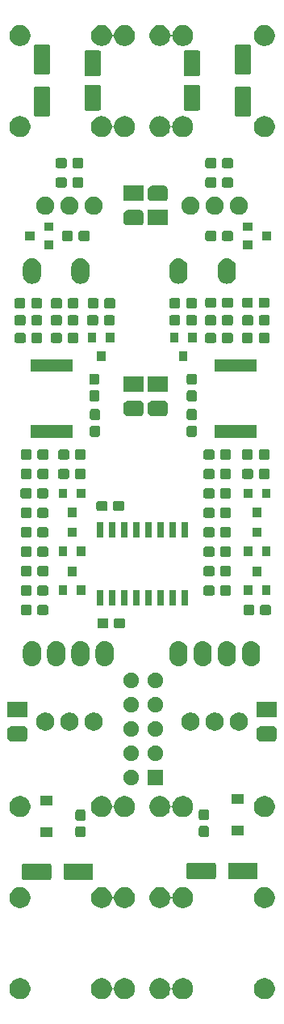
<source format=gbr>
G04 #@! TF.GenerationSoftware,KiCad,Pcbnew,(5.1.5)-2*
G04 #@! TF.CreationDate,2019-12-23T03:20:38+01:00*
G04 #@! TF.ProjectId,Skis,536b6973-2e6b-4696-9361-645f70636258,rev?*
G04 #@! TF.SameCoordinates,Original*
G04 #@! TF.FileFunction,Soldermask,Top*
G04 #@! TF.FilePolarity,Negative*
%FSLAX46Y46*%
G04 Gerber Fmt 4.6, Leading zero omitted, Abs format (unit mm)*
G04 Created by KiCad (PCBNEW (5.1.5)-2) date 2019-12-23 03:20:38*
%MOMM*%
%LPD*%
G04 APERTURE LIST*
%ADD10C,0.100000*%
G04 APERTURE END LIST*
D10*
G36*
X86557446Y-120855781D02*
G01*
X86627783Y-120869772D01*
X86826551Y-120952105D01*
X86916600Y-121012274D01*
X87005436Y-121071632D01*
X87157568Y-121223764D01*
X87277096Y-121402651D01*
X87359428Y-121601418D01*
X87393103Y-121770714D01*
X87400216Y-121794163D01*
X87411767Y-121815774D01*
X87427312Y-121834716D01*
X87446254Y-121850261D01*
X87467865Y-121861812D01*
X87491314Y-121868925D01*
X87515700Y-121871327D01*
X87540086Y-121868925D01*
X87563535Y-121861812D01*
X87585146Y-121850261D01*
X87604088Y-121834716D01*
X87619633Y-121815774D01*
X87631184Y-121794163D01*
X87638297Y-121770714D01*
X87671972Y-121601418D01*
X87754304Y-121402651D01*
X87873832Y-121223764D01*
X88025964Y-121071632D01*
X88114800Y-121012274D01*
X88204849Y-120952105D01*
X88403617Y-120869772D01*
X88473954Y-120855781D01*
X88614626Y-120827800D01*
X88829774Y-120827800D01*
X88970446Y-120855781D01*
X89040783Y-120869772D01*
X89239551Y-120952105D01*
X89418437Y-121071633D01*
X89570567Y-121223763D01*
X89690095Y-121402649D01*
X89772428Y-121601417D01*
X89814400Y-121812428D01*
X89814400Y-122027572D01*
X89772428Y-122238583D01*
X89690095Y-122437351D01*
X89570567Y-122616237D01*
X89418437Y-122768367D01*
X89239551Y-122887895D01*
X89040783Y-122970228D01*
X88970446Y-122984219D01*
X88829774Y-123012200D01*
X88614626Y-123012200D01*
X88473954Y-122984219D01*
X88403617Y-122970228D01*
X88204849Y-122887895D01*
X88025963Y-122768367D01*
X87873833Y-122616237D01*
X87754305Y-122437351D01*
X87671972Y-122238583D01*
X87638297Y-122069286D01*
X87631184Y-122045837D01*
X87619633Y-122024226D01*
X87604088Y-122005284D01*
X87585146Y-121989739D01*
X87563535Y-121978188D01*
X87540086Y-121971075D01*
X87515700Y-121968673D01*
X87491314Y-121971075D01*
X87467865Y-121978188D01*
X87446254Y-121989739D01*
X87427312Y-122005284D01*
X87411767Y-122024226D01*
X87400216Y-122045837D01*
X87393103Y-122069286D01*
X87359428Y-122238583D01*
X87277095Y-122437351D01*
X87157567Y-122616237D01*
X87005437Y-122768367D01*
X86826551Y-122887895D01*
X86627783Y-122970228D01*
X86557446Y-122984219D01*
X86416774Y-123012200D01*
X86201626Y-123012200D01*
X86060954Y-122984219D01*
X85990617Y-122970228D01*
X85791849Y-122887895D01*
X85612963Y-122768367D01*
X85460833Y-122616237D01*
X85341305Y-122437351D01*
X85258972Y-122238583D01*
X85217000Y-122027572D01*
X85217000Y-121812428D01*
X85258972Y-121601417D01*
X85341305Y-121402649D01*
X85460833Y-121223763D01*
X85612963Y-121071633D01*
X85791849Y-120952105D01*
X85990617Y-120869772D01*
X86060954Y-120855781D01*
X86201626Y-120827800D01*
X86416774Y-120827800D01*
X86557446Y-120855781D01*
G37*
G36*
X97530246Y-120855781D02*
G01*
X97600583Y-120869772D01*
X97799351Y-120952105D01*
X97978237Y-121071633D01*
X98130367Y-121223763D01*
X98249895Y-121402649D01*
X98332228Y-121601417D01*
X98374200Y-121812428D01*
X98374200Y-122027572D01*
X98332228Y-122238583D01*
X98249895Y-122437351D01*
X98130367Y-122616237D01*
X97978237Y-122768367D01*
X97799351Y-122887895D01*
X97600583Y-122970228D01*
X97530246Y-122984219D01*
X97389574Y-123012200D01*
X97174426Y-123012200D01*
X97033754Y-122984219D01*
X96963417Y-122970228D01*
X96764649Y-122887895D01*
X96585763Y-122768367D01*
X96433633Y-122616237D01*
X96314105Y-122437351D01*
X96231772Y-122238583D01*
X96189800Y-122027572D01*
X96189800Y-121812428D01*
X96231772Y-121601417D01*
X96314105Y-121402649D01*
X96433633Y-121223763D01*
X96585763Y-121071633D01*
X96764649Y-120952105D01*
X96963417Y-120869772D01*
X97033754Y-120855781D01*
X97174426Y-120827800D01*
X97389574Y-120827800D01*
X97530246Y-120855781D01*
G37*
G36*
X80436046Y-120855781D02*
G01*
X80506383Y-120869772D01*
X80705151Y-120952105D01*
X80795200Y-121012274D01*
X80884036Y-121071632D01*
X81036168Y-121223764D01*
X81155696Y-121402651D01*
X81238028Y-121601418D01*
X81271703Y-121770714D01*
X81278816Y-121794163D01*
X81290367Y-121815774D01*
X81305912Y-121834716D01*
X81324854Y-121850261D01*
X81346465Y-121861812D01*
X81369914Y-121868925D01*
X81394300Y-121871327D01*
X81418686Y-121868925D01*
X81442135Y-121861812D01*
X81463746Y-121850261D01*
X81482688Y-121834716D01*
X81498233Y-121815774D01*
X81509784Y-121794163D01*
X81516897Y-121770714D01*
X81550572Y-121601418D01*
X81632904Y-121402651D01*
X81752432Y-121223764D01*
X81904564Y-121071632D01*
X81993400Y-121012274D01*
X82083449Y-120952105D01*
X82282217Y-120869772D01*
X82352554Y-120855781D01*
X82493226Y-120827800D01*
X82708374Y-120827800D01*
X82849046Y-120855781D01*
X82919383Y-120869772D01*
X83118151Y-120952105D01*
X83297037Y-121071633D01*
X83449167Y-121223763D01*
X83568695Y-121402649D01*
X83651028Y-121601417D01*
X83693000Y-121812428D01*
X83693000Y-122027572D01*
X83651028Y-122238583D01*
X83568695Y-122437351D01*
X83449167Y-122616237D01*
X83297037Y-122768367D01*
X83118151Y-122887895D01*
X82919383Y-122970228D01*
X82849046Y-122984219D01*
X82708374Y-123012200D01*
X82493226Y-123012200D01*
X82352554Y-122984219D01*
X82282217Y-122970228D01*
X82083449Y-122887895D01*
X81904563Y-122768367D01*
X81752433Y-122616237D01*
X81632905Y-122437351D01*
X81550572Y-122238583D01*
X81516897Y-122069286D01*
X81509784Y-122045837D01*
X81498233Y-122024226D01*
X81482688Y-122005284D01*
X81463746Y-121989739D01*
X81442135Y-121978188D01*
X81418686Y-121971075D01*
X81394300Y-121968673D01*
X81369914Y-121971075D01*
X81346465Y-121978188D01*
X81324854Y-121989739D01*
X81305912Y-122005284D01*
X81290367Y-122024226D01*
X81278816Y-122045837D01*
X81271703Y-122069286D01*
X81238028Y-122238583D01*
X81155695Y-122437351D01*
X81036167Y-122616237D01*
X80884037Y-122768367D01*
X80705151Y-122887895D01*
X80506383Y-122970228D01*
X80436046Y-122984219D01*
X80295374Y-123012200D01*
X80080226Y-123012200D01*
X79939554Y-122984219D01*
X79869217Y-122970228D01*
X79670449Y-122887895D01*
X79491563Y-122768367D01*
X79339433Y-122616237D01*
X79219905Y-122437351D01*
X79137572Y-122238583D01*
X79095600Y-122027572D01*
X79095600Y-121812428D01*
X79137572Y-121601417D01*
X79219905Y-121402649D01*
X79339433Y-121223763D01*
X79491563Y-121071633D01*
X79670449Y-120952105D01*
X79869217Y-120869772D01*
X79939554Y-120855781D01*
X80080226Y-120827800D01*
X80295374Y-120827800D01*
X80436046Y-120855781D01*
G37*
G36*
X71876246Y-120855781D02*
G01*
X71946583Y-120869772D01*
X72145351Y-120952105D01*
X72324237Y-121071633D01*
X72476367Y-121223763D01*
X72595895Y-121402649D01*
X72678228Y-121601417D01*
X72720200Y-121812428D01*
X72720200Y-122027572D01*
X72678228Y-122238583D01*
X72595895Y-122437351D01*
X72476367Y-122616237D01*
X72324237Y-122768367D01*
X72145351Y-122887895D01*
X71946583Y-122970228D01*
X71876246Y-122984219D01*
X71735574Y-123012200D01*
X71520426Y-123012200D01*
X71379754Y-122984219D01*
X71309417Y-122970228D01*
X71110649Y-122887895D01*
X70931763Y-122768367D01*
X70779633Y-122616237D01*
X70660105Y-122437351D01*
X70577772Y-122238583D01*
X70535800Y-122027572D01*
X70535800Y-121812428D01*
X70577772Y-121601417D01*
X70660105Y-121402649D01*
X70779633Y-121223763D01*
X70931763Y-121071633D01*
X71110649Y-120952105D01*
X71309417Y-120869772D01*
X71379754Y-120855781D01*
X71520426Y-120827800D01*
X71735574Y-120827800D01*
X71876246Y-120855781D01*
G37*
G36*
X71876246Y-111330781D02*
G01*
X71946583Y-111344772D01*
X72145351Y-111427105D01*
X72324237Y-111546633D01*
X72476367Y-111698763D01*
X72595895Y-111877649D01*
X72678228Y-112076417D01*
X72720200Y-112287428D01*
X72720200Y-112502572D01*
X72678228Y-112713583D01*
X72595895Y-112912351D01*
X72476367Y-113091237D01*
X72324237Y-113243367D01*
X72145351Y-113362895D01*
X71946583Y-113445228D01*
X71876246Y-113459219D01*
X71735574Y-113487200D01*
X71520426Y-113487200D01*
X71379754Y-113459219D01*
X71309417Y-113445228D01*
X71110649Y-113362895D01*
X70931763Y-113243367D01*
X70779633Y-113091237D01*
X70660105Y-112912351D01*
X70577772Y-112713583D01*
X70535800Y-112502572D01*
X70535800Y-112287428D01*
X70577772Y-112076417D01*
X70660105Y-111877649D01*
X70779633Y-111698763D01*
X70931763Y-111546633D01*
X71110649Y-111427105D01*
X71309417Y-111344772D01*
X71379754Y-111330781D01*
X71520426Y-111302800D01*
X71735574Y-111302800D01*
X71876246Y-111330781D01*
G37*
G36*
X97530245Y-111330781D02*
G01*
X97600582Y-111344772D01*
X97799350Y-111427105D01*
X97978236Y-111546633D01*
X98130366Y-111698763D01*
X98249894Y-111877649D01*
X98332227Y-112076417D01*
X98374199Y-112287428D01*
X98374199Y-112502572D01*
X98332227Y-112713583D01*
X98249894Y-112912351D01*
X98130366Y-113091237D01*
X97978236Y-113243367D01*
X97799350Y-113362895D01*
X97600582Y-113445228D01*
X97530245Y-113459219D01*
X97389573Y-113487200D01*
X97174425Y-113487200D01*
X97033753Y-113459219D01*
X96963416Y-113445228D01*
X96764648Y-113362895D01*
X96585762Y-113243367D01*
X96433632Y-113091237D01*
X96314104Y-112912351D01*
X96231771Y-112713583D01*
X96189799Y-112502572D01*
X96189799Y-112287428D01*
X96231771Y-112076417D01*
X96314104Y-111877649D01*
X96433632Y-111698763D01*
X96585762Y-111546633D01*
X96764648Y-111427105D01*
X96963416Y-111344772D01*
X97033753Y-111330781D01*
X97174425Y-111302800D01*
X97389573Y-111302800D01*
X97530245Y-111330781D01*
G37*
G36*
X86557445Y-111330781D02*
G01*
X86627782Y-111344772D01*
X86826550Y-111427105D01*
X86916599Y-111487274D01*
X87005435Y-111546632D01*
X87157567Y-111698764D01*
X87277095Y-111877651D01*
X87359427Y-112076418D01*
X87393102Y-112245714D01*
X87400215Y-112269163D01*
X87411766Y-112290774D01*
X87427311Y-112309716D01*
X87446253Y-112325261D01*
X87467864Y-112336812D01*
X87491313Y-112343925D01*
X87515699Y-112346327D01*
X87540085Y-112343925D01*
X87563534Y-112336812D01*
X87585145Y-112325261D01*
X87604087Y-112309716D01*
X87619632Y-112290774D01*
X87631183Y-112269163D01*
X87638296Y-112245714D01*
X87671971Y-112076418D01*
X87754303Y-111877651D01*
X87873831Y-111698764D01*
X88025963Y-111546632D01*
X88114799Y-111487274D01*
X88204848Y-111427105D01*
X88403616Y-111344772D01*
X88473953Y-111330781D01*
X88614625Y-111302800D01*
X88829773Y-111302800D01*
X88970445Y-111330781D01*
X89040782Y-111344772D01*
X89239550Y-111427105D01*
X89418436Y-111546633D01*
X89570566Y-111698763D01*
X89690094Y-111877649D01*
X89772427Y-112076417D01*
X89814399Y-112287428D01*
X89814399Y-112502572D01*
X89772427Y-112713583D01*
X89690094Y-112912351D01*
X89570566Y-113091237D01*
X89418436Y-113243367D01*
X89239550Y-113362895D01*
X89040782Y-113445228D01*
X88970445Y-113459219D01*
X88829773Y-113487200D01*
X88614625Y-113487200D01*
X88473953Y-113459219D01*
X88403616Y-113445228D01*
X88204848Y-113362895D01*
X88025962Y-113243367D01*
X87873832Y-113091237D01*
X87754304Y-112912351D01*
X87671971Y-112713583D01*
X87638296Y-112544286D01*
X87631183Y-112520837D01*
X87619632Y-112499226D01*
X87604087Y-112480284D01*
X87585145Y-112464739D01*
X87563534Y-112453188D01*
X87540085Y-112446075D01*
X87515699Y-112443673D01*
X87491313Y-112446075D01*
X87467864Y-112453188D01*
X87446253Y-112464739D01*
X87427311Y-112480284D01*
X87411766Y-112499226D01*
X87400215Y-112520837D01*
X87393102Y-112544286D01*
X87359427Y-112713583D01*
X87277094Y-112912351D01*
X87157566Y-113091237D01*
X87005436Y-113243367D01*
X86826550Y-113362895D01*
X86627782Y-113445228D01*
X86557445Y-113459219D01*
X86416773Y-113487200D01*
X86201625Y-113487200D01*
X86060953Y-113459219D01*
X85990616Y-113445228D01*
X85791848Y-113362895D01*
X85612962Y-113243367D01*
X85460832Y-113091237D01*
X85341304Y-112912351D01*
X85258971Y-112713583D01*
X85216999Y-112502572D01*
X85216999Y-112287428D01*
X85258971Y-112076417D01*
X85341304Y-111877649D01*
X85460832Y-111698763D01*
X85612962Y-111546633D01*
X85791848Y-111427105D01*
X85990616Y-111344772D01*
X86060953Y-111330781D01*
X86201625Y-111302800D01*
X86416773Y-111302800D01*
X86557445Y-111330781D01*
G37*
G36*
X80436046Y-111330781D02*
G01*
X80506383Y-111344772D01*
X80705151Y-111427105D01*
X80795200Y-111487274D01*
X80884036Y-111546632D01*
X81036168Y-111698764D01*
X81155696Y-111877651D01*
X81238028Y-112076418D01*
X81271703Y-112245714D01*
X81278816Y-112269163D01*
X81290367Y-112290774D01*
X81305912Y-112309716D01*
X81324854Y-112325261D01*
X81346465Y-112336812D01*
X81369914Y-112343925D01*
X81394300Y-112346327D01*
X81418686Y-112343925D01*
X81442135Y-112336812D01*
X81463746Y-112325261D01*
X81482688Y-112309716D01*
X81498233Y-112290774D01*
X81509784Y-112269163D01*
X81516897Y-112245714D01*
X81550572Y-112076418D01*
X81632904Y-111877651D01*
X81752432Y-111698764D01*
X81904564Y-111546632D01*
X81993400Y-111487274D01*
X82083449Y-111427105D01*
X82282217Y-111344772D01*
X82352554Y-111330781D01*
X82493226Y-111302800D01*
X82708374Y-111302800D01*
X82849046Y-111330781D01*
X82919383Y-111344772D01*
X83118151Y-111427105D01*
X83297037Y-111546633D01*
X83449167Y-111698763D01*
X83568695Y-111877649D01*
X83651028Y-112076417D01*
X83693000Y-112287428D01*
X83693000Y-112502572D01*
X83651028Y-112713583D01*
X83568695Y-112912351D01*
X83449167Y-113091237D01*
X83297037Y-113243367D01*
X83118151Y-113362895D01*
X82919383Y-113445228D01*
X82849046Y-113459219D01*
X82708374Y-113487200D01*
X82493226Y-113487200D01*
X82352554Y-113459219D01*
X82282217Y-113445228D01*
X82083449Y-113362895D01*
X81904563Y-113243367D01*
X81752433Y-113091237D01*
X81632905Y-112912351D01*
X81550572Y-112713583D01*
X81516897Y-112544286D01*
X81509784Y-112520837D01*
X81498233Y-112499226D01*
X81482688Y-112480284D01*
X81463746Y-112464739D01*
X81442135Y-112453188D01*
X81418686Y-112446075D01*
X81394300Y-112443673D01*
X81369914Y-112446075D01*
X81346465Y-112453188D01*
X81324854Y-112464739D01*
X81305912Y-112480284D01*
X81290367Y-112499226D01*
X81278816Y-112520837D01*
X81271703Y-112544286D01*
X81238028Y-112713583D01*
X81155695Y-112912351D01*
X81036167Y-113091237D01*
X80884037Y-113243367D01*
X80705151Y-113362895D01*
X80506383Y-113445228D01*
X80436046Y-113459219D01*
X80295374Y-113487200D01*
X80080226Y-113487200D01*
X79939554Y-113459219D01*
X79869217Y-113445228D01*
X79670449Y-113362895D01*
X79491563Y-113243367D01*
X79339433Y-113091237D01*
X79219905Y-112912351D01*
X79137572Y-112713583D01*
X79095600Y-112502572D01*
X79095600Y-112287428D01*
X79137572Y-112076417D01*
X79219905Y-111877649D01*
X79339433Y-111698763D01*
X79491563Y-111546633D01*
X79670449Y-111427105D01*
X79869217Y-111344772D01*
X79939554Y-111330781D01*
X80080226Y-111302800D01*
X80295374Y-111302800D01*
X80436046Y-111330781D01*
G37*
G36*
X74770997Y-108817551D02*
G01*
X74804652Y-108827761D01*
X74835665Y-108844338D01*
X74862851Y-108866649D01*
X74885162Y-108893835D01*
X74901739Y-108924848D01*
X74911949Y-108958503D01*
X74916000Y-108999638D01*
X74916000Y-110329362D01*
X74911949Y-110370497D01*
X74901739Y-110404152D01*
X74885162Y-110435165D01*
X74862851Y-110462351D01*
X74835665Y-110484662D01*
X74804652Y-110501239D01*
X74770997Y-110511449D01*
X74729862Y-110515500D01*
X72000138Y-110515500D01*
X71959003Y-110511449D01*
X71925348Y-110501239D01*
X71894335Y-110484662D01*
X71867149Y-110462351D01*
X71844838Y-110435165D01*
X71828261Y-110404152D01*
X71818051Y-110370497D01*
X71814000Y-110329362D01*
X71814000Y-108999638D01*
X71818051Y-108958503D01*
X71828261Y-108924848D01*
X71844838Y-108893835D01*
X71867149Y-108866649D01*
X71894335Y-108844338D01*
X71925348Y-108827761D01*
X71959003Y-108817551D01*
X72000138Y-108813500D01*
X74729862Y-108813500D01*
X74770997Y-108817551D01*
G37*
G36*
X79170997Y-108817551D02*
G01*
X79204652Y-108827761D01*
X79235665Y-108844338D01*
X79262851Y-108866649D01*
X79285162Y-108893835D01*
X79301739Y-108924848D01*
X79311949Y-108958503D01*
X79316000Y-108999638D01*
X79316000Y-110329362D01*
X79311949Y-110370497D01*
X79301739Y-110404152D01*
X79285162Y-110435165D01*
X79262851Y-110462351D01*
X79235665Y-110484662D01*
X79204652Y-110501239D01*
X79170997Y-110511449D01*
X79129862Y-110515500D01*
X76400138Y-110515500D01*
X76359003Y-110511449D01*
X76325348Y-110501239D01*
X76294335Y-110484662D01*
X76267149Y-110462351D01*
X76244838Y-110435165D01*
X76228261Y-110404152D01*
X76218051Y-110370497D01*
X76214000Y-110329362D01*
X76214000Y-108999638D01*
X76218051Y-108958503D01*
X76228261Y-108924848D01*
X76244838Y-108893835D01*
X76267149Y-108866649D01*
X76294335Y-108844338D01*
X76325348Y-108827761D01*
X76359003Y-108817551D01*
X76400138Y-108813500D01*
X79129862Y-108813500D01*
X79170997Y-108817551D01*
G37*
G36*
X92042997Y-108754051D02*
G01*
X92076652Y-108764261D01*
X92107665Y-108780838D01*
X92134851Y-108803149D01*
X92157162Y-108830335D01*
X92173739Y-108861348D01*
X92183949Y-108895003D01*
X92188000Y-108936138D01*
X92188000Y-110265862D01*
X92183949Y-110306997D01*
X92173739Y-110340652D01*
X92157162Y-110371665D01*
X92134851Y-110398851D01*
X92107665Y-110421162D01*
X92076652Y-110437739D01*
X92042997Y-110447949D01*
X92001862Y-110452000D01*
X89272138Y-110452000D01*
X89231003Y-110447949D01*
X89197348Y-110437739D01*
X89166335Y-110421162D01*
X89139149Y-110398851D01*
X89116838Y-110371665D01*
X89100261Y-110340652D01*
X89090051Y-110306997D01*
X89086000Y-110265862D01*
X89086000Y-108936138D01*
X89090051Y-108895003D01*
X89100261Y-108861348D01*
X89116838Y-108830335D01*
X89139149Y-108803149D01*
X89166335Y-108780838D01*
X89197348Y-108764261D01*
X89231003Y-108754051D01*
X89272138Y-108750000D01*
X92001862Y-108750000D01*
X92042997Y-108754051D01*
G37*
G36*
X96442997Y-108754051D02*
G01*
X96476652Y-108764261D01*
X96507665Y-108780838D01*
X96534851Y-108803149D01*
X96557162Y-108830335D01*
X96573739Y-108861348D01*
X96583949Y-108895003D01*
X96588000Y-108936138D01*
X96588000Y-110265862D01*
X96583949Y-110306997D01*
X96573739Y-110340652D01*
X96557162Y-110371665D01*
X96534851Y-110398851D01*
X96507665Y-110421162D01*
X96476652Y-110437739D01*
X96442997Y-110447949D01*
X96401862Y-110452000D01*
X93672138Y-110452000D01*
X93631003Y-110447949D01*
X93597348Y-110437739D01*
X93566335Y-110421162D01*
X93539149Y-110398851D01*
X93516838Y-110371665D01*
X93500261Y-110340652D01*
X93490051Y-110306997D01*
X93486000Y-110265862D01*
X93486000Y-108936138D01*
X93490051Y-108895003D01*
X93500261Y-108861348D01*
X93516838Y-108830335D01*
X93539149Y-108803149D01*
X93566335Y-108780838D01*
X93597348Y-108764261D01*
X93631003Y-108754051D01*
X93672138Y-108750000D01*
X96401862Y-108750000D01*
X96442997Y-108754051D01*
G37*
G36*
X78342499Y-104937445D02*
G01*
X78379995Y-104948820D01*
X78414554Y-104967292D01*
X78444847Y-104992153D01*
X78469708Y-105022446D01*
X78488180Y-105057005D01*
X78499555Y-105094501D01*
X78504000Y-105139638D01*
X78504000Y-105878362D01*
X78499555Y-105923499D01*
X78488180Y-105960995D01*
X78469708Y-105995554D01*
X78444847Y-106025847D01*
X78414554Y-106050708D01*
X78379995Y-106069180D01*
X78342499Y-106080555D01*
X78297362Y-106085000D01*
X77658638Y-106085000D01*
X77613501Y-106080555D01*
X77576005Y-106069180D01*
X77541446Y-106050708D01*
X77511153Y-106025847D01*
X77486292Y-105995554D01*
X77467820Y-105960995D01*
X77456445Y-105923499D01*
X77452000Y-105878362D01*
X77452000Y-105139638D01*
X77456445Y-105094501D01*
X77467820Y-105057005D01*
X77486292Y-105022446D01*
X77511153Y-104992153D01*
X77541446Y-104967292D01*
X77576005Y-104948820D01*
X77613501Y-104937445D01*
X77658638Y-104933000D01*
X78297362Y-104933000D01*
X78342499Y-104937445D01*
G37*
G36*
X75073000Y-106037000D02*
G01*
X73771000Y-106037000D01*
X73771000Y-105035000D01*
X75073000Y-105035000D01*
X75073000Y-106037000D01*
G37*
G36*
X91296499Y-104887945D02*
G01*
X91333995Y-104899320D01*
X91368554Y-104917792D01*
X91398847Y-104942653D01*
X91423708Y-104972946D01*
X91442180Y-105007505D01*
X91453555Y-105045001D01*
X91458000Y-105090138D01*
X91458000Y-105828862D01*
X91453555Y-105873999D01*
X91442180Y-105911495D01*
X91423708Y-105946054D01*
X91398847Y-105976347D01*
X91368554Y-106001208D01*
X91333995Y-106019680D01*
X91296499Y-106031055D01*
X91251362Y-106035500D01*
X90612638Y-106035500D01*
X90567501Y-106031055D01*
X90530005Y-106019680D01*
X90495446Y-106001208D01*
X90465153Y-105976347D01*
X90440292Y-105946054D01*
X90421820Y-105911495D01*
X90410445Y-105873999D01*
X90406000Y-105828862D01*
X90406000Y-105090138D01*
X90410445Y-105045001D01*
X90421820Y-105007505D01*
X90440292Y-104972946D01*
X90465153Y-104942653D01*
X90495446Y-104917792D01*
X90530005Y-104899320D01*
X90567501Y-104887945D01*
X90612638Y-104883500D01*
X91251362Y-104883500D01*
X91296499Y-104887945D01*
G37*
G36*
X95139000Y-105847500D02*
G01*
X93837000Y-105847500D01*
X93837000Y-104845500D01*
X95139000Y-104845500D01*
X95139000Y-105847500D01*
G37*
G36*
X78342499Y-103187445D02*
G01*
X78379995Y-103198820D01*
X78414554Y-103217292D01*
X78444847Y-103242153D01*
X78469708Y-103272446D01*
X78488180Y-103307005D01*
X78499555Y-103344501D01*
X78504000Y-103389638D01*
X78504000Y-104128362D01*
X78499555Y-104173499D01*
X78488180Y-104210995D01*
X78469708Y-104245554D01*
X78444847Y-104275847D01*
X78414554Y-104300708D01*
X78379995Y-104319180D01*
X78342499Y-104330555D01*
X78297362Y-104335000D01*
X77658638Y-104335000D01*
X77613501Y-104330555D01*
X77576005Y-104319180D01*
X77541446Y-104300708D01*
X77511153Y-104275847D01*
X77486292Y-104245554D01*
X77467820Y-104210995D01*
X77456445Y-104173499D01*
X77452000Y-104128362D01*
X77452000Y-103389638D01*
X77456445Y-103344501D01*
X77467820Y-103307005D01*
X77486292Y-103272446D01*
X77511153Y-103242153D01*
X77541446Y-103217292D01*
X77576005Y-103198820D01*
X77613501Y-103187445D01*
X77658638Y-103183000D01*
X78297362Y-103183000D01*
X78342499Y-103187445D01*
G37*
G36*
X91296499Y-103137945D02*
G01*
X91333995Y-103149320D01*
X91368554Y-103167792D01*
X91398847Y-103192653D01*
X91423708Y-103222946D01*
X91442180Y-103257505D01*
X91453555Y-103295001D01*
X91458000Y-103340138D01*
X91458000Y-104078862D01*
X91453555Y-104123999D01*
X91442180Y-104161495D01*
X91423708Y-104196054D01*
X91398847Y-104226347D01*
X91368554Y-104251208D01*
X91333995Y-104269680D01*
X91296499Y-104281055D01*
X91251362Y-104285500D01*
X90612638Y-104285500D01*
X90567501Y-104281055D01*
X90530005Y-104269680D01*
X90495446Y-104251208D01*
X90465153Y-104226347D01*
X90440292Y-104196054D01*
X90421820Y-104161495D01*
X90410445Y-104123999D01*
X90406000Y-104078862D01*
X90406000Y-103340138D01*
X90410445Y-103295001D01*
X90421820Y-103257505D01*
X90440292Y-103222946D01*
X90465153Y-103192653D01*
X90495446Y-103167792D01*
X90530005Y-103149320D01*
X90567501Y-103137945D01*
X90612638Y-103133500D01*
X91251362Y-103133500D01*
X91296499Y-103137945D01*
G37*
G36*
X86557446Y-101805781D02*
G01*
X86627783Y-101819772D01*
X86826551Y-101902105D01*
X87005437Y-102021633D01*
X87157567Y-102173763D01*
X87277095Y-102352649D01*
X87357806Y-102547500D01*
X87359428Y-102551418D01*
X87393103Y-102720714D01*
X87400216Y-102744163D01*
X87411767Y-102765774D01*
X87427312Y-102784716D01*
X87446254Y-102800261D01*
X87467865Y-102811812D01*
X87491314Y-102818925D01*
X87515700Y-102821327D01*
X87540086Y-102818925D01*
X87563535Y-102811812D01*
X87585146Y-102800261D01*
X87604088Y-102784716D01*
X87619633Y-102765774D01*
X87631184Y-102744163D01*
X87638297Y-102720714D01*
X87671972Y-102551418D01*
X87673595Y-102547500D01*
X87754305Y-102352649D01*
X87873833Y-102173763D01*
X88025963Y-102021633D01*
X88204849Y-101902105D01*
X88403617Y-101819772D01*
X88473954Y-101805781D01*
X88614626Y-101777800D01*
X88829774Y-101777800D01*
X88970446Y-101805781D01*
X89040783Y-101819772D01*
X89239551Y-101902105D01*
X89418437Y-102021633D01*
X89570567Y-102173763D01*
X89690095Y-102352649D01*
X89772428Y-102551417D01*
X89814400Y-102762428D01*
X89814400Y-102977572D01*
X89772428Y-103188583D01*
X89690095Y-103387351D01*
X89570567Y-103566237D01*
X89418437Y-103718367D01*
X89239551Y-103837895D01*
X89040783Y-103920228D01*
X88970446Y-103934219D01*
X88829774Y-103962200D01*
X88614626Y-103962200D01*
X88473954Y-103934219D01*
X88403617Y-103920228D01*
X88204849Y-103837895D01*
X88025963Y-103718367D01*
X87873833Y-103566237D01*
X87754305Y-103387351D01*
X87671972Y-103188583D01*
X87638297Y-103019286D01*
X87631184Y-102995837D01*
X87619633Y-102974226D01*
X87604088Y-102955284D01*
X87585146Y-102939739D01*
X87563535Y-102928188D01*
X87540086Y-102921075D01*
X87515700Y-102918673D01*
X87491314Y-102921075D01*
X87467865Y-102928188D01*
X87446254Y-102939739D01*
X87427312Y-102955284D01*
X87411767Y-102974226D01*
X87400216Y-102995837D01*
X87393103Y-103019286D01*
X87359428Y-103188583D01*
X87277095Y-103387351D01*
X87157567Y-103566237D01*
X87005437Y-103718367D01*
X86826551Y-103837895D01*
X86627783Y-103920228D01*
X86557446Y-103934219D01*
X86416774Y-103962200D01*
X86201626Y-103962200D01*
X86060954Y-103934219D01*
X85990617Y-103920228D01*
X85791849Y-103837895D01*
X85612963Y-103718367D01*
X85460833Y-103566237D01*
X85341305Y-103387351D01*
X85258972Y-103188583D01*
X85217000Y-102977572D01*
X85217000Y-102762428D01*
X85258972Y-102551417D01*
X85341305Y-102352649D01*
X85460833Y-102173763D01*
X85612963Y-102021633D01*
X85791849Y-101902105D01*
X85990617Y-101819772D01*
X86060954Y-101805781D01*
X86201626Y-101777800D01*
X86416774Y-101777800D01*
X86557446Y-101805781D01*
G37*
G36*
X97530246Y-101805781D02*
G01*
X97600583Y-101819772D01*
X97799351Y-101902105D01*
X97978237Y-102021633D01*
X98130367Y-102173763D01*
X98249895Y-102352649D01*
X98332228Y-102551417D01*
X98374200Y-102762428D01*
X98374200Y-102977572D01*
X98332228Y-103188583D01*
X98249895Y-103387351D01*
X98130367Y-103566237D01*
X97978237Y-103718367D01*
X97799351Y-103837895D01*
X97600583Y-103920228D01*
X97530246Y-103934219D01*
X97389574Y-103962200D01*
X97174426Y-103962200D01*
X97033754Y-103934219D01*
X96963417Y-103920228D01*
X96764649Y-103837895D01*
X96585763Y-103718367D01*
X96433633Y-103566237D01*
X96314105Y-103387351D01*
X96231772Y-103188583D01*
X96189800Y-102977572D01*
X96189800Y-102762428D01*
X96231772Y-102551417D01*
X96314105Y-102352649D01*
X96433633Y-102173763D01*
X96585763Y-102021633D01*
X96764649Y-101902105D01*
X96963417Y-101819772D01*
X97033754Y-101805781D01*
X97174426Y-101777800D01*
X97389574Y-101777800D01*
X97530246Y-101805781D01*
G37*
G36*
X71876246Y-101805781D02*
G01*
X71946583Y-101819772D01*
X72145351Y-101902105D01*
X72324237Y-102021633D01*
X72476367Y-102173763D01*
X72595895Y-102352649D01*
X72678228Y-102551417D01*
X72720200Y-102762428D01*
X72720200Y-102977572D01*
X72678228Y-103188583D01*
X72595895Y-103387351D01*
X72476367Y-103566237D01*
X72324237Y-103718367D01*
X72145351Y-103837895D01*
X71946583Y-103920228D01*
X71876246Y-103934219D01*
X71735574Y-103962200D01*
X71520426Y-103962200D01*
X71379754Y-103934219D01*
X71309417Y-103920228D01*
X71110649Y-103837895D01*
X70931763Y-103718367D01*
X70779633Y-103566237D01*
X70660105Y-103387351D01*
X70577772Y-103188583D01*
X70535800Y-102977572D01*
X70535800Y-102762428D01*
X70577772Y-102551417D01*
X70660105Y-102352649D01*
X70779633Y-102173763D01*
X70931763Y-102021633D01*
X71110649Y-101902105D01*
X71309417Y-101819772D01*
X71379754Y-101805781D01*
X71520426Y-101777800D01*
X71735574Y-101777800D01*
X71876246Y-101805781D01*
G37*
G36*
X80436046Y-101805781D02*
G01*
X80506383Y-101819772D01*
X80705151Y-101902105D01*
X80884037Y-102021633D01*
X81036167Y-102173763D01*
X81155695Y-102352649D01*
X81236406Y-102547500D01*
X81238028Y-102551418D01*
X81271703Y-102720714D01*
X81278816Y-102744163D01*
X81290367Y-102765774D01*
X81305912Y-102784716D01*
X81324854Y-102800261D01*
X81346465Y-102811812D01*
X81369914Y-102818925D01*
X81394300Y-102821327D01*
X81418686Y-102818925D01*
X81442135Y-102811812D01*
X81463746Y-102800261D01*
X81482688Y-102784716D01*
X81498233Y-102765774D01*
X81509784Y-102744163D01*
X81516897Y-102720714D01*
X81550572Y-102551418D01*
X81552195Y-102547500D01*
X81632905Y-102352649D01*
X81752433Y-102173763D01*
X81904563Y-102021633D01*
X82083449Y-101902105D01*
X82282217Y-101819772D01*
X82352554Y-101805781D01*
X82493226Y-101777800D01*
X82708374Y-101777800D01*
X82849046Y-101805781D01*
X82919383Y-101819772D01*
X83118151Y-101902105D01*
X83297037Y-102021633D01*
X83449167Y-102173763D01*
X83568695Y-102352649D01*
X83651028Y-102551417D01*
X83693000Y-102762428D01*
X83693000Y-102977572D01*
X83651028Y-103188583D01*
X83568695Y-103387351D01*
X83449167Y-103566237D01*
X83297037Y-103718367D01*
X83118151Y-103837895D01*
X82919383Y-103920228D01*
X82849046Y-103934219D01*
X82708374Y-103962200D01*
X82493226Y-103962200D01*
X82352554Y-103934219D01*
X82282217Y-103920228D01*
X82083449Y-103837895D01*
X81904563Y-103718367D01*
X81752433Y-103566237D01*
X81632905Y-103387351D01*
X81550572Y-103188583D01*
X81516897Y-103019286D01*
X81509784Y-102995837D01*
X81498233Y-102974226D01*
X81482688Y-102955284D01*
X81463746Y-102939739D01*
X81442135Y-102928188D01*
X81418686Y-102921075D01*
X81394300Y-102918673D01*
X81369914Y-102921075D01*
X81346465Y-102928188D01*
X81324854Y-102939739D01*
X81305912Y-102955284D01*
X81290367Y-102974226D01*
X81278816Y-102995837D01*
X81271703Y-103019286D01*
X81238028Y-103188583D01*
X81155695Y-103387351D01*
X81036167Y-103566237D01*
X80884037Y-103718367D01*
X80705151Y-103837895D01*
X80506383Y-103920228D01*
X80436046Y-103934219D01*
X80295374Y-103962200D01*
X80080226Y-103962200D01*
X79939554Y-103934219D01*
X79869217Y-103920228D01*
X79670449Y-103837895D01*
X79491563Y-103718367D01*
X79339433Y-103566237D01*
X79219905Y-103387351D01*
X79137572Y-103188583D01*
X79095600Y-102977572D01*
X79095600Y-102762428D01*
X79137572Y-102551417D01*
X79219905Y-102352649D01*
X79339433Y-102173763D01*
X79491563Y-102021633D01*
X79670449Y-101902105D01*
X79869217Y-101819772D01*
X79939554Y-101805781D01*
X80080226Y-101777800D01*
X80295374Y-101777800D01*
X80436046Y-101805781D01*
G37*
G36*
X75073000Y-102737000D02*
G01*
X73771000Y-102737000D01*
X73771000Y-101735000D01*
X75073000Y-101735000D01*
X75073000Y-102737000D01*
G37*
G36*
X95139000Y-102547500D02*
G01*
X93837000Y-102547500D01*
X93837000Y-101545500D01*
X95139000Y-101545500D01*
X95139000Y-102547500D01*
G37*
G36*
X86665000Y-100635000D02*
G01*
X85039000Y-100635000D01*
X85039000Y-99009000D01*
X86665000Y-99009000D01*
X86665000Y-100635000D01*
G37*
G36*
X83549142Y-99040242D02*
G01*
X83697101Y-99101529D01*
X83830255Y-99190499D01*
X83943501Y-99303745D01*
X84032471Y-99436899D01*
X84093758Y-99584858D01*
X84125000Y-99741925D01*
X84125000Y-99902075D01*
X84093758Y-100059142D01*
X84032471Y-100207101D01*
X83943501Y-100340255D01*
X83830255Y-100453501D01*
X83697101Y-100542471D01*
X83549142Y-100603758D01*
X83392075Y-100635000D01*
X83231925Y-100635000D01*
X83074858Y-100603758D01*
X82926899Y-100542471D01*
X82793745Y-100453501D01*
X82680499Y-100340255D01*
X82591529Y-100207101D01*
X82530242Y-100059142D01*
X82499000Y-99902075D01*
X82499000Y-99741925D01*
X82530242Y-99584858D01*
X82591529Y-99436899D01*
X82680499Y-99303745D01*
X82793745Y-99190499D01*
X82926899Y-99101529D01*
X83074858Y-99040242D01*
X83231925Y-99009000D01*
X83392075Y-99009000D01*
X83549142Y-99040242D01*
G37*
G36*
X86089142Y-96500242D02*
G01*
X86237101Y-96561529D01*
X86370255Y-96650499D01*
X86483501Y-96763745D01*
X86572471Y-96896899D01*
X86633758Y-97044858D01*
X86665000Y-97201925D01*
X86665000Y-97362075D01*
X86633758Y-97519142D01*
X86572471Y-97667101D01*
X86483501Y-97800255D01*
X86370255Y-97913501D01*
X86237101Y-98002471D01*
X86089142Y-98063758D01*
X85932075Y-98095000D01*
X85771925Y-98095000D01*
X85614858Y-98063758D01*
X85466899Y-98002471D01*
X85333745Y-97913501D01*
X85220499Y-97800255D01*
X85131529Y-97667101D01*
X85070242Y-97519142D01*
X85039000Y-97362075D01*
X85039000Y-97201925D01*
X85070242Y-97044858D01*
X85131529Y-96896899D01*
X85220499Y-96763745D01*
X85333745Y-96650499D01*
X85466899Y-96561529D01*
X85614858Y-96500242D01*
X85771925Y-96469000D01*
X85932075Y-96469000D01*
X86089142Y-96500242D01*
G37*
G36*
X83549142Y-96500242D02*
G01*
X83697101Y-96561529D01*
X83830255Y-96650499D01*
X83943501Y-96763745D01*
X84032471Y-96896899D01*
X84093758Y-97044858D01*
X84125000Y-97201925D01*
X84125000Y-97362075D01*
X84093758Y-97519142D01*
X84032471Y-97667101D01*
X83943501Y-97800255D01*
X83830255Y-97913501D01*
X83697101Y-98002471D01*
X83549142Y-98063758D01*
X83392075Y-98095000D01*
X83231925Y-98095000D01*
X83074858Y-98063758D01*
X82926899Y-98002471D01*
X82793745Y-97913501D01*
X82680499Y-97800255D01*
X82591529Y-97667101D01*
X82530242Y-97519142D01*
X82499000Y-97362075D01*
X82499000Y-97201925D01*
X82530242Y-97044858D01*
X82591529Y-96896899D01*
X82680499Y-96763745D01*
X82793745Y-96650499D01*
X82926899Y-96561529D01*
X83074858Y-96500242D01*
X83231925Y-96469000D01*
X83392075Y-96469000D01*
X83549142Y-96500242D01*
G37*
G36*
X98213193Y-94447086D02*
G01*
X98305764Y-94475168D01*
X98391079Y-94520770D01*
X98465860Y-94582140D01*
X98527230Y-94656921D01*
X98572832Y-94742236D01*
X98600914Y-94834807D01*
X98611000Y-94937220D01*
X98611000Y-95562780D01*
X98600914Y-95665193D01*
X98572832Y-95757764D01*
X98527230Y-95843079D01*
X98465860Y-95917860D01*
X98391079Y-95979230D01*
X98305764Y-96024832D01*
X98213193Y-96052914D01*
X98110780Y-96063000D01*
X96961220Y-96063000D01*
X96858807Y-96052914D01*
X96766236Y-96024832D01*
X96680921Y-95979230D01*
X96606140Y-95917860D01*
X96544770Y-95843079D01*
X96499168Y-95757764D01*
X96471086Y-95665193D01*
X96461000Y-95562780D01*
X96461000Y-94937220D01*
X96471086Y-94834807D01*
X96499168Y-94742236D01*
X96544770Y-94656921D01*
X96606140Y-94582140D01*
X96680921Y-94520770D01*
X96766236Y-94475168D01*
X96858807Y-94447086D01*
X96961220Y-94437000D01*
X98110780Y-94437000D01*
X98213193Y-94447086D01*
G37*
G36*
X72051193Y-94447086D02*
G01*
X72143764Y-94475168D01*
X72229079Y-94520770D01*
X72303860Y-94582140D01*
X72365230Y-94656921D01*
X72410832Y-94742236D01*
X72438914Y-94834807D01*
X72449000Y-94937220D01*
X72449000Y-95562780D01*
X72438914Y-95665193D01*
X72410832Y-95757764D01*
X72365230Y-95843079D01*
X72303860Y-95917860D01*
X72229079Y-95979230D01*
X72143764Y-96024832D01*
X72051193Y-96052914D01*
X71948780Y-96063000D01*
X70799220Y-96063000D01*
X70696807Y-96052914D01*
X70604236Y-96024832D01*
X70518921Y-95979230D01*
X70444140Y-95917860D01*
X70382770Y-95843079D01*
X70337168Y-95757764D01*
X70309086Y-95665193D01*
X70299000Y-95562780D01*
X70299000Y-94937220D01*
X70309086Y-94834807D01*
X70337168Y-94742236D01*
X70382770Y-94656921D01*
X70444140Y-94582140D01*
X70518921Y-94520770D01*
X70604236Y-94475168D01*
X70696807Y-94447086D01*
X70799220Y-94437000D01*
X71948780Y-94437000D01*
X72051193Y-94447086D01*
G37*
G36*
X83549142Y-93960242D02*
G01*
X83697101Y-94021529D01*
X83830255Y-94110499D01*
X83943501Y-94223745D01*
X84032471Y-94356899D01*
X84093758Y-94504858D01*
X84125000Y-94661925D01*
X84125000Y-94822075D01*
X84093758Y-94979142D01*
X84032471Y-95127101D01*
X83943501Y-95260255D01*
X83830255Y-95373501D01*
X83697101Y-95462471D01*
X83549142Y-95523758D01*
X83392075Y-95555000D01*
X83231925Y-95555000D01*
X83074858Y-95523758D01*
X82926899Y-95462471D01*
X82793745Y-95373501D01*
X82680499Y-95260255D01*
X82591529Y-95127101D01*
X82530242Y-94979142D01*
X82499000Y-94822075D01*
X82499000Y-94661925D01*
X82530242Y-94504858D01*
X82591529Y-94356899D01*
X82680499Y-94223745D01*
X82793745Y-94110499D01*
X82926899Y-94021529D01*
X83074858Y-93960242D01*
X83231925Y-93929000D01*
X83392075Y-93929000D01*
X83549142Y-93960242D01*
G37*
G36*
X86089142Y-93960242D02*
G01*
X86237101Y-94021529D01*
X86370255Y-94110499D01*
X86483501Y-94223745D01*
X86572471Y-94356899D01*
X86633758Y-94504858D01*
X86665000Y-94661925D01*
X86665000Y-94822075D01*
X86633758Y-94979142D01*
X86572471Y-95127101D01*
X86483501Y-95260255D01*
X86370255Y-95373501D01*
X86237101Y-95462471D01*
X86089142Y-95523758D01*
X85932075Y-95555000D01*
X85771925Y-95555000D01*
X85614858Y-95523758D01*
X85466899Y-95462471D01*
X85333745Y-95373501D01*
X85220499Y-95260255D01*
X85131529Y-95127101D01*
X85070242Y-94979142D01*
X85039000Y-94822075D01*
X85039000Y-94661925D01*
X85070242Y-94504858D01*
X85131529Y-94356899D01*
X85220499Y-94223745D01*
X85333745Y-94110499D01*
X85466899Y-94021529D01*
X85614858Y-93960242D01*
X85771925Y-93929000D01*
X85932075Y-93929000D01*
X86089142Y-93960242D01*
G37*
G36*
X94892395Y-93065546D02*
G01*
X95065466Y-93137234D01*
X95065467Y-93137235D01*
X95221227Y-93241310D01*
X95353690Y-93373773D01*
X95353691Y-93373775D01*
X95457766Y-93529534D01*
X95529454Y-93702605D01*
X95566000Y-93886333D01*
X95566000Y-94073667D01*
X95529454Y-94257395D01*
X95457766Y-94430466D01*
X95457765Y-94430467D01*
X95353690Y-94586227D01*
X95221227Y-94718690D01*
X95147070Y-94768240D01*
X95065466Y-94822766D01*
X94892395Y-94894454D01*
X94708667Y-94931000D01*
X94521333Y-94931000D01*
X94337605Y-94894454D01*
X94164534Y-94822766D01*
X94082930Y-94768240D01*
X94008773Y-94718690D01*
X93876310Y-94586227D01*
X93772235Y-94430467D01*
X93772234Y-94430466D01*
X93700546Y-94257395D01*
X93664000Y-94073667D01*
X93664000Y-93886333D01*
X93700546Y-93702605D01*
X93772234Y-93529534D01*
X93876309Y-93373775D01*
X93876310Y-93373773D01*
X94008773Y-93241310D01*
X94164533Y-93137235D01*
X94164534Y-93137234D01*
X94337605Y-93065546D01*
X94521333Y-93029000D01*
X94708667Y-93029000D01*
X94892395Y-93065546D01*
G37*
G36*
X92352395Y-93065546D02*
G01*
X92525466Y-93137234D01*
X92525467Y-93137235D01*
X92681227Y-93241310D01*
X92813690Y-93373773D01*
X92813691Y-93373775D01*
X92917766Y-93529534D01*
X92989454Y-93702605D01*
X93026000Y-93886333D01*
X93026000Y-94073667D01*
X92989454Y-94257395D01*
X92917766Y-94430466D01*
X92917765Y-94430467D01*
X92813690Y-94586227D01*
X92681227Y-94718690D01*
X92607070Y-94768240D01*
X92525466Y-94822766D01*
X92352395Y-94894454D01*
X92168667Y-94931000D01*
X91981333Y-94931000D01*
X91797605Y-94894454D01*
X91624534Y-94822766D01*
X91542930Y-94768240D01*
X91468773Y-94718690D01*
X91336310Y-94586227D01*
X91232235Y-94430467D01*
X91232234Y-94430466D01*
X91160546Y-94257395D01*
X91124000Y-94073667D01*
X91124000Y-93886333D01*
X91160546Y-93702605D01*
X91232234Y-93529534D01*
X91336309Y-93373775D01*
X91336310Y-93373773D01*
X91468773Y-93241310D01*
X91624533Y-93137235D01*
X91624534Y-93137234D01*
X91797605Y-93065546D01*
X91981333Y-93029000D01*
X92168667Y-93029000D01*
X92352395Y-93065546D01*
G37*
G36*
X74572395Y-93065546D02*
G01*
X74745466Y-93137234D01*
X74745467Y-93137235D01*
X74901227Y-93241310D01*
X75033690Y-93373773D01*
X75033691Y-93373775D01*
X75137766Y-93529534D01*
X75209454Y-93702605D01*
X75246000Y-93886333D01*
X75246000Y-94073667D01*
X75209454Y-94257395D01*
X75137766Y-94430466D01*
X75137765Y-94430467D01*
X75033690Y-94586227D01*
X74901227Y-94718690D01*
X74827070Y-94768240D01*
X74745466Y-94822766D01*
X74572395Y-94894454D01*
X74388667Y-94931000D01*
X74201333Y-94931000D01*
X74017605Y-94894454D01*
X73844534Y-94822766D01*
X73762930Y-94768240D01*
X73688773Y-94718690D01*
X73556310Y-94586227D01*
X73452235Y-94430467D01*
X73452234Y-94430466D01*
X73380546Y-94257395D01*
X73344000Y-94073667D01*
X73344000Y-93886333D01*
X73380546Y-93702605D01*
X73452234Y-93529534D01*
X73556309Y-93373775D01*
X73556310Y-93373773D01*
X73688773Y-93241310D01*
X73844533Y-93137235D01*
X73844534Y-93137234D01*
X74017605Y-93065546D01*
X74201333Y-93029000D01*
X74388667Y-93029000D01*
X74572395Y-93065546D01*
G37*
G36*
X77112395Y-93065546D02*
G01*
X77285466Y-93137234D01*
X77285467Y-93137235D01*
X77441227Y-93241310D01*
X77573690Y-93373773D01*
X77573691Y-93373775D01*
X77677766Y-93529534D01*
X77749454Y-93702605D01*
X77786000Y-93886333D01*
X77786000Y-94073667D01*
X77749454Y-94257395D01*
X77677766Y-94430466D01*
X77677765Y-94430467D01*
X77573690Y-94586227D01*
X77441227Y-94718690D01*
X77367070Y-94768240D01*
X77285466Y-94822766D01*
X77112395Y-94894454D01*
X76928667Y-94931000D01*
X76741333Y-94931000D01*
X76557605Y-94894454D01*
X76384534Y-94822766D01*
X76302930Y-94768240D01*
X76228773Y-94718690D01*
X76096310Y-94586227D01*
X75992235Y-94430467D01*
X75992234Y-94430466D01*
X75920546Y-94257395D01*
X75884000Y-94073667D01*
X75884000Y-93886333D01*
X75920546Y-93702605D01*
X75992234Y-93529534D01*
X76096309Y-93373775D01*
X76096310Y-93373773D01*
X76228773Y-93241310D01*
X76384533Y-93137235D01*
X76384534Y-93137234D01*
X76557605Y-93065546D01*
X76741333Y-93029000D01*
X76928667Y-93029000D01*
X77112395Y-93065546D01*
G37*
G36*
X79652395Y-93065546D02*
G01*
X79825466Y-93137234D01*
X79825467Y-93137235D01*
X79981227Y-93241310D01*
X80113690Y-93373773D01*
X80113691Y-93373775D01*
X80217766Y-93529534D01*
X80289454Y-93702605D01*
X80326000Y-93886333D01*
X80326000Y-94073667D01*
X80289454Y-94257395D01*
X80217766Y-94430466D01*
X80217765Y-94430467D01*
X80113690Y-94586227D01*
X79981227Y-94718690D01*
X79907070Y-94768240D01*
X79825466Y-94822766D01*
X79652395Y-94894454D01*
X79468667Y-94931000D01*
X79281333Y-94931000D01*
X79097605Y-94894454D01*
X78924534Y-94822766D01*
X78842930Y-94768240D01*
X78768773Y-94718690D01*
X78636310Y-94586227D01*
X78532235Y-94430467D01*
X78532234Y-94430466D01*
X78460546Y-94257395D01*
X78424000Y-94073667D01*
X78424000Y-93886333D01*
X78460546Y-93702605D01*
X78532234Y-93529534D01*
X78636309Y-93373775D01*
X78636310Y-93373773D01*
X78768773Y-93241310D01*
X78924533Y-93137235D01*
X78924534Y-93137234D01*
X79097605Y-93065546D01*
X79281333Y-93029000D01*
X79468667Y-93029000D01*
X79652395Y-93065546D01*
G37*
G36*
X89812395Y-93065546D02*
G01*
X89985466Y-93137234D01*
X89985467Y-93137235D01*
X90141227Y-93241310D01*
X90273690Y-93373773D01*
X90273691Y-93373775D01*
X90377766Y-93529534D01*
X90449454Y-93702605D01*
X90486000Y-93886333D01*
X90486000Y-94073667D01*
X90449454Y-94257395D01*
X90377766Y-94430466D01*
X90377765Y-94430467D01*
X90273690Y-94586227D01*
X90141227Y-94718690D01*
X90067070Y-94768240D01*
X89985466Y-94822766D01*
X89812395Y-94894454D01*
X89628667Y-94931000D01*
X89441333Y-94931000D01*
X89257605Y-94894454D01*
X89084534Y-94822766D01*
X89002930Y-94768240D01*
X88928773Y-94718690D01*
X88796310Y-94586227D01*
X88692235Y-94430467D01*
X88692234Y-94430466D01*
X88620546Y-94257395D01*
X88584000Y-94073667D01*
X88584000Y-93886333D01*
X88620546Y-93702605D01*
X88692234Y-93529534D01*
X88796309Y-93373775D01*
X88796310Y-93373773D01*
X88928773Y-93241310D01*
X89084533Y-93137235D01*
X89084534Y-93137234D01*
X89257605Y-93065546D01*
X89441333Y-93029000D01*
X89628667Y-93029000D01*
X89812395Y-93065546D01*
G37*
G36*
X72449000Y-93523000D02*
G01*
X70299000Y-93523000D01*
X70299000Y-91897000D01*
X72449000Y-91897000D01*
X72449000Y-93523000D01*
G37*
G36*
X98611000Y-93523000D02*
G01*
X96461000Y-93523000D01*
X96461000Y-91897000D01*
X98611000Y-91897000D01*
X98611000Y-93523000D01*
G37*
G36*
X83549142Y-91420242D02*
G01*
X83697101Y-91481529D01*
X83830255Y-91570499D01*
X83943501Y-91683745D01*
X84032471Y-91816899D01*
X84093758Y-91964858D01*
X84125000Y-92121925D01*
X84125000Y-92282075D01*
X84093758Y-92439142D01*
X84032471Y-92587101D01*
X83943501Y-92720255D01*
X83830255Y-92833501D01*
X83697101Y-92922471D01*
X83549142Y-92983758D01*
X83392075Y-93015000D01*
X83231925Y-93015000D01*
X83074858Y-92983758D01*
X82926899Y-92922471D01*
X82793745Y-92833501D01*
X82680499Y-92720255D01*
X82591529Y-92587101D01*
X82530242Y-92439142D01*
X82499000Y-92282075D01*
X82499000Y-92121925D01*
X82530242Y-91964858D01*
X82591529Y-91816899D01*
X82680499Y-91683745D01*
X82793745Y-91570499D01*
X82926899Y-91481529D01*
X83074858Y-91420242D01*
X83231925Y-91389000D01*
X83392075Y-91389000D01*
X83549142Y-91420242D01*
G37*
G36*
X86089142Y-91420242D02*
G01*
X86237101Y-91481529D01*
X86370255Y-91570499D01*
X86483501Y-91683745D01*
X86572471Y-91816899D01*
X86633758Y-91964858D01*
X86665000Y-92121925D01*
X86665000Y-92282075D01*
X86633758Y-92439142D01*
X86572471Y-92587101D01*
X86483501Y-92720255D01*
X86370255Y-92833501D01*
X86237101Y-92922471D01*
X86089142Y-92983758D01*
X85932075Y-93015000D01*
X85771925Y-93015000D01*
X85614858Y-92983758D01*
X85466899Y-92922471D01*
X85333745Y-92833501D01*
X85220499Y-92720255D01*
X85131529Y-92587101D01*
X85070242Y-92439142D01*
X85039000Y-92282075D01*
X85039000Y-92121925D01*
X85070242Y-91964858D01*
X85131529Y-91816899D01*
X85220499Y-91683745D01*
X85333745Y-91570499D01*
X85466899Y-91481529D01*
X85614858Y-91420242D01*
X85771925Y-91389000D01*
X85932075Y-91389000D01*
X86089142Y-91420242D01*
G37*
G36*
X83549142Y-88880242D02*
G01*
X83697101Y-88941529D01*
X83830255Y-89030499D01*
X83943501Y-89143745D01*
X84032471Y-89276899D01*
X84093758Y-89424858D01*
X84125000Y-89581925D01*
X84125000Y-89742075D01*
X84093758Y-89899142D01*
X84032471Y-90047101D01*
X83943501Y-90180255D01*
X83830255Y-90293501D01*
X83697101Y-90382471D01*
X83549142Y-90443758D01*
X83392075Y-90475000D01*
X83231925Y-90475000D01*
X83074858Y-90443758D01*
X82926899Y-90382471D01*
X82793745Y-90293501D01*
X82680499Y-90180255D01*
X82591529Y-90047101D01*
X82530242Y-89899142D01*
X82499000Y-89742075D01*
X82499000Y-89581925D01*
X82530242Y-89424858D01*
X82591529Y-89276899D01*
X82680499Y-89143745D01*
X82793745Y-89030499D01*
X82926899Y-88941529D01*
X83074858Y-88880242D01*
X83231925Y-88849000D01*
X83392075Y-88849000D01*
X83549142Y-88880242D01*
G37*
G36*
X86089142Y-88880242D02*
G01*
X86237101Y-88941529D01*
X86370255Y-89030499D01*
X86483501Y-89143745D01*
X86572471Y-89276899D01*
X86633758Y-89424858D01*
X86665000Y-89581925D01*
X86665000Y-89742075D01*
X86633758Y-89899142D01*
X86572471Y-90047101D01*
X86483501Y-90180255D01*
X86370255Y-90293501D01*
X86237101Y-90382471D01*
X86089142Y-90443758D01*
X85932075Y-90475000D01*
X85771925Y-90475000D01*
X85614858Y-90443758D01*
X85466899Y-90382471D01*
X85333745Y-90293501D01*
X85220499Y-90180255D01*
X85131529Y-90047101D01*
X85070242Y-89899142D01*
X85039000Y-89742075D01*
X85039000Y-89581925D01*
X85070242Y-89424858D01*
X85131529Y-89276899D01*
X85220499Y-89143745D01*
X85333745Y-89030499D01*
X85466899Y-88941529D01*
X85614858Y-88880242D01*
X85771925Y-88849000D01*
X85932075Y-88849000D01*
X86089142Y-88880242D01*
G37*
G36*
X78164424Y-85560760D02*
G01*
X78164427Y-85560761D01*
X78164428Y-85560761D01*
X78343692Y-85615140D01*
X78343695Y-85615142D01*
X78343696Y-85615142D01*
X78508903Y-85703446D01*
X78653712Y-85822288D01*
X78772554Y-85967097D01*
X78860858Y-86132303D01*
X78860860Y-86132307D01*
X78860860Y-86132308D01*
X78915240Y-86311575D01*
X78929000Y-86451282D01*
X78929000Y-87284717D01*
X78915240Y-87424426D01*
X78860859Y-87603695D01*
X78772554Y-87768903D01*
X78653712Y-87913712D01*
X78508903Y-88032554D01*
X78343697Y-88120858D01*
X78343693Y-88120860D01*
X78164429Y-88175239D01*
X78164428Y-88175239D01*
X78164425Y-88175240D01*
X77978000Y-88193601D01*
X77791576Y-88175240D01*
X77791573Y-88175239D01*
X77791572Y-88175239D01*
X77612308Y-88120860D01*
X77612304Y-88120858D01*
X77447098Y-88032554D01*
X77302289Y-87913712D01*
X77183447Y-87768903D01*
X77095140Y-87603692D01*
X77040760Y-87424430D01*
X77027000Y-87284718D01*
X77027000Y-86451283D01*
X77040760Y-86311576D01*
X77040761Y-86311572D01*
X77095140Y-86132308D01*
X77095143Y-86132303D01*
X77183446Y-85967097D01*
X77302288Y-85822288D01*
X77447097Y-85703446D01*
X77612303Y-85615142D01*
X77612304Y-85615142D01*
X77612307Y-85615140D01*
X77791571Y-85560761D01*
X77791572Y-85560761D01*
X77791575Y-85560760D01*
X77978000Y-85542399D01*
X78164424Y-85560760D01*
G37*
G36*
X88451424Y-85560760D02*
G01*
X88451427Y-85560761D01*
X88451428Y-85560761D01*
X88630692Y-85615140D01*
X88630695Y-85615142D01*
X88630696Y-85615142D01*
X88795903Y-85703446D01*
X88940712Y-85822288D01*
X89059554Y-85967097D01*
X89147858Y-86132303D01*
X89147860Y-86132307D01*
X89147860Y-86132308D01*
X89202240Y-86311575D01*
X89216000Y-86451282D01*
X89216000Y-87284717D01*
X89202240Y-87424426D01*
X89147859Y-87603695D01*
X89059554Y-87768903D01*
X88940712Y-87913712D01*
X88795903Y-88032554D01*
X88630697Y-88120858D01*
X88630693Y-88120860D01*
X88451429Y-88175239D01*
X88451428Y-88175239D01*
X88451425Y-88175240D01*
X88265000Y-88193601D01*
X88078576Y-88175240D01*
X88078573Y-88175239D01*
X88078572Y-88175239D01*
X87899308Y-88120860D01*
X87899304Y-88120858D01*
X87734098Y-88032554D01*
X87589289Y-87913712D01*
X87470447Y-87768903D01*
X87382140Y-87603692D01*
X87327760Y-87424430D01*
X87314000Y-87284718D01*
X87314000Y-86451283D01*
X87327760Y-86311576D01*
X87327761Y-86311572D01*
X87382140Y-86132308D01*
X87382143Y-86132303D01*
X87470446Y-85967097D01*
X87589288Y-85822288D01*
X87734097Y-85703446D01*
X87899303Y-85615142D01*
X87899304Y-85615142D01*
X87899307Y-85615140D01*
X88078571Y-85560761D01*
X88078572Y-85560761D01*
X88078575Y-85560760D01*
X88265000Y-85542399D01*
X88451424Y-85560760D01*
G37*
G36*
X90991424Y-85560760D02*
G01*
X90991427Y-85560761D01*
X90991428Y-85560761D01*
X91170692Y-85615140D01*
X91170695Y-85615142D01*
X91170696Y-85615142D01*
X91335903Y-85703446D01*
X91480712Y-85822288D01*
X91599554Y-85967097D01*
X91687858Y-86132303D01*
X91687860Y-86132307D01*
X91687860Y-86132308D01*
X91742240Y-86311575D01*
X91756000Y-86451282D01*
X91756000Y-87284717D01*
X91742240Y-87424426D01*
X91687859Y-87603695D01*
X91599554Y-87768903D01*
X91480712Y-87913712D01*
X91335903Y-88032554D01*
X91170697Y-88120858D01*
X91170693Y-88120860D01*
X90991429Y-88175239D01*
X90991428Y-88175239D01*
X90991425Y-88175240D01*
X90805000Y-88193601D01*
X90618576Y-88175240D01*
X90618573Y-88175239D01*
X90618572Y-88175239D01*
X90439308Y-88120860D01*
X90439304Y-88120858D01*
X90274098Y-88032554D01*
X90129289Y-87913712D01*
X90010447Y-87768903D01*
X89922140Y-87603692D01*
X89867760Y-87424430D01*
X89854000Y-87284718D01*
X89854000Y-86451283D01*
X89867760Y-86311576D01*
X89867761Y-86311572D01*
X89922140Y-86132308D01*
X89922143Y-86132303D01*
X90010446Y-85967097D01*
X90129288Y-85822288D01*
X90274097Y-85703446D01*
X90439303Y-85615142D01*
X90439304Y-85615142D01*
X90439307Y-85615140D01*
X90618571Y-85560761D01*
X90618572Y-85560761D01*
X90618575Y-85560760D01*
X90805000Y-85542399D01*
X90991424Y-85560760D01*
G37*
G36*
X93531424Y-85560760D02*
G01*
X93531427Y-85560761D01*
X93531428Y-85560761D01*
X93710692Y-85615140D01*
X93710695Y-85615142D01*
X93710696Y-85615142D01*
X93875903Y-85703446D01*
X94020712Y-85822288D01*
X94139554Y-85967097D01*
X94227858Y-86132303D01*
X94227860Y-86132307D01*
X94227860Y-86132308D01*
X94282240Y-86311575D01*
X94296000Y-86451282D01*
X94296000Y-87284717D01*
X94282240Y-87424426D01*
X94227859Y-87603695D01*
X94139554Y-87768903D01*
X94020712Y-87913712D01*
X93875903Y-88032554D01*
X93710697Y-88120858D01*
X93710693Y-88120860D01*
X93531429Y-88175239D01*
X93531428Y-88175239D01*
X93531425Y-88175240D01*
X93345000Y-88193601D01*
X93158576Y-88175240D01*
X93158573Y-88175239D01*
X93158572Y-88175239D01*
X92979308Y-88120860D01*
X92979304Y-88120858D01*
X92814098Y-88032554D01*
X92669289Y-87913712D01*
X92550447Y-87768903D01*
X92462140Y-87603692D01*
X92407760Y-87424430D01*
X92394000Y-87284718D01*
X92394000Y-86451283D01*
X92407760Y-86311576D01*
X92407761Y-86311572D01*
X92462140Y-86132308D01*
X92462143Y-86132303D01*
X92550446Y-85967097D01*
X92669288Y-85822288D01*
X92814097Y-85703446D01*
X92979303Y-85615142D01*
X92979304Y-85615142D01*
X92979307Y-85615140D01*
X93158571Y-85560761D01*
X93158572Y-85560761D01*
X93158575Y-85560760D01*
X93345000Y-85542399D01*
X93531424Y-85560760D01*
G37*
G36*
X96071424Y-85560760D02*
G01*
X96071427Y-85560761D01*
X96071428Y-85560761D01*
X96250692Y-85615140D01*
X96250695Y-85615142D01*
X96250696Y-85615142D01*
X96415903Y-85703446D01*
X96560712Y-85822288D01*
X96679554Y-85967097D01*
X96767858Y-86132303D01*
X96767860Y-86132307D01*
X96767860Y-86132308D01*
X96822240Y-86311575D01*
X96836000Y-86451282D01*
X96836000Y-87284717D01*
X96822240Y-87424426D01*
X96767859Y-87603695D01*
X96679554Y-87768903D01*
X96560712Y-87913712D01*
X96415903Y-88032554D01*
X96250697Y-88120858D01*
X96250693Y-88120860D01*
X96071429Y-88175239D01*
X96071428Y-88175239D01*
X96071425Y-88175240D01*
X95885000Y-88193601D01*
X95698576Y-88175240D01*
X95698573Y-88175239D01*
X95698572Y-88175239D01*
X95519308Y-88120860D01*
X95519304Y-88120858D01*
X95354098Y-88032554D01*
X95209289Y-87913712D01*
X95090447Y-87768903D01*
X95002140Y-87603692D01*
X94947760Y-87424430D01*
X94934000Y-87284718D01*
X94934000Y-86451283D01*
X94947760Y-86311576D01*
X94947761Y-86311572D01*
X95002140Y-86132308D01*
X95002143Y-86132303D01*
X95090446Y-85967097D01*
X95209288Y-85822288D01*
X95354097Y-85703446D01*
X95519303Y-85615142D01*
X95519304Y-85615142D01*
X95519307Y-85615140D01*
X95698571Y-85560761D01*
X95698572Y-85560761D01*
X95698575Y-85560760D01*
X95885000Y-85542399D01*
X96071424Y-85560760D01*
G37*
G36*
X75624424Y-85560760D02*
G01*
X75624427Y-85560761D01*
X75624428Y-85560761D01*
X75803692Y-85615140D01*
X75803695Y-85615142D01*
X75803696Y-85615142D01*
X75968903Y-85703446D01*
X76113712Y-85822288D01*
X76232554Y-85967097D01*
X76320858Y-86132303D01*
X76320860Y-86132307D01*
X76320860Y-86132308D01*
X76375240Y-86311575D01*
X76389000Y-86451282D01*
X76389000Y-87284717D01*
X76375240Y-87424426D01*
X76320859Y-87603695D01*
X76232554Y-87768903D01*
X76113712Y-87913712D01*
X75968903Y-88032554D01*
X75803697Y-88120858D01*
X75803693Y-88120860D01*
X75624429Y-88175239D01*
X75624428Y-88175239D01*
X75624425Y-88175240D01*
X75438000Y-88193601D01*
X75251576Y-88175240D01*
X75251573Y-88175239D01*
X75251572Y-88175239D01*
X75072308Y-88120860D01*
X75072304Y-88120858D01*
X74907098Y-88032554D01*
X74762289Y-87913712D01*
X74643447Y-87768903D01*
X74555140Y-87603692D01*
X74500760Y-87424430D01*
X74487000Y-87284718D01*
X74487000Y-86451283D01*
X74500760Y-86311576D01*
X74500761Y-86311572D01*
X74555140Y-86132308D01*
X74555143Y-86132303D01*
X74643446Y-85967097D01*
X74762288Y-85822288D01*
X74907097Y-85703446D01*
X75072303Y-85615142D01*
X75072304Y-85615142D01*
X75072307Y-85615140D01*
X75251571Y-85560761D01*
X75251572Y-85560761D01*
X75251575Y-85560760D01*
X75438000Y-85542399D01*
X75624424Y-85560760D01*
G37*
G36*
X80704424Y-85560760D02*
G01*
X80704427Y-85560761D01*
X80704428Y-85560761D01*
X80883692Y-85615140D01*
X80883695Y-85615142D01*
X80883696Y-85615142D01*
X81048903Y-85703446D01*
X81193712Y-85822288D01*
X81312554Y-85967097D01*
X81400858Y-86132303D01*
X81400860Y-86132307D01*
X81400860Y-86132308D01*
X81455240Y-86311575D01*
X81469000Y-86451282D01*
X81469000Y-87284717D01*
X81455240Y-87424426D01*
X81400859Y-87603695D01*
X81312554Y-87768903D01*
X81193712Y-87913712D01*
X81048903Y-88032554D01*
X80883697Y-88120858D01*
X80883693Y-88120860D01*
X80704429Y-88175239D01*
X80704428Y-88175239D01*
X80704425Y-88175240D01*
X80518000Y-88193601D01*
X80331576Y-88175240D01*
X80331573Y-88175239D01*
X80331572Y-88175239D01*
X80152308Y-88120860D01*
X80152304Y-88120858D01*
X79987098Y-88032554D01*
X79842289Y-87913712D01*
X79723447Y-87768903D01*
X79635140Y-87603692D01*
X79580760Y-87424430D01*
X79567000Y-87284718D01*
X79567000Y-86451283D01*
X79580760Y-86311576D01*
X79580761Y-86311572D01*
X79635140Y-86132308D01*
X79635143Y-86132303D01*
X79723446Y-85967097D01*
X79842288Y-85822288D01*
X79987097Y-85703446D01*
X80152303Y-85615142D01*
X80152304Y-85615142D01*
X80152307Y-85615140D01*
X80331571Y-85560761D01*
X80331572Y-85560761D01*
X80331575Y-85560760D01*
X80518000Y-85542399D01*
X80704424Y-85560760D01*
G37*
G36*
X73084424Y-85560760D02*
G01*
X73084427Y-85560761D01*
X73084428Y-85560761D01*
X73263692Y-85615140D01*
X73263695Y-85615142D01*
X73263696Y-85615142D01*
X73428903Y-85703446D01*
X73573712Y-85822288D01*
X73692554Y-85967097D01*
X73780858Y-86132303D01*
X73780860Y-86132307D01*
X73780860Y-86132308D01*
X73835240Y-86311575D01*
X73849000Y-86451282D01*
X73849000Y-87284717D01*
X73835240Y-87424426D01*
X73780859Y-87603695D01*
X73692554Y-87768903D01*
X73573712Y-87913712D01*
X73428903Y-88032554D01*
X73263697Y-88120858D01*
X73263693Y-88120860D01*
X73084429Y-88175239D01*
X73084428Y-88175239D01*
X73084425Y-88175240D01*
X72898000Y-88193601D01*
X72711576Y-88175240D01*
X72711573Y-88175239D01*
X72711572Y-88175239D01*
X72532308Y-88120860D01*
X72532304Y-88120858D01*
X72367098Y-88032554D01*
X72222289Y-87913712D01*
X72103447Y-87768903D01*
X72015140Y-87603692D01*
X71960760Y-87424430D01*
X71947000Y-87284718D01*
X71947000Y-86451283D01*
X71960760Y-86311576D01*
X71960761Y-86311572D01*
X72015140Y-86132308D01*
X72015143Y-86132303D01*
X72103446Y-85967097D01*
X72222288Y-85822288D01*
X72367097Y-85703446D01*
X72532303Y-85615142D01*
X72532304Y-85615142D01*
X72532307Y-85615140D01*
X72711571Y-85560761D01*
X72711572Y-85560761D01*
X72711575Y-85560760D01*
X72898000Y-85542399D01*
X73084424Y-85560760D01*
G37*
G36*
X80741999Y-83171445D02*
G01*
X80779495Y-83182820D01*
X80814054Y-83201292D01*
X80844347Y-83226153D01*
X80869208Y-83256446D01*
X80887680Y-83291005D01*
X80899055Y-83328501D01*
X80903500Y-83373638D01*
X80903500Y-84012362D01*
X80899055Y-84057499D01*
X80887680Y-84094995D01*
X80869208Y-84129554D01*
X80844347Y-84159847D01*
X80814054Y-84184708D01*
X80779495Y-84203180D01*
X80741999Y-84214555D01*
X80696862Y-84219000D01*
X79958138Y-84219000D01*
X79913001Y-84214555D01*
X79875505Y-84203180D01*
X79840946Y-84184708D01*
X79810653Y-84159847D01*
X79785792Y-84129554D01*
X79767320Y-84094995D01*
X79755945Y-84057499D01*
X79751500Y-84012362D01*
X79751500Y-83373638D01*
X79755945Y-83328501D01*
X79767320Y-83291005D01*
X79785792Y-83256446D01*
X79810653Y-83226153D01*
X79840946Y-83201292D01*
X79875505Y-83182820D01*
X79913001Y-83171445D01*
X79958138Y-83167000D01*
X80696862Y-83167000D01*
X80741999Y-83171445D01*
G37*
G36*
X82491999Y-83171445D02*
G01*
X82529495Y-83182820D01*
X82564054Y-83201292D01*
X82594347Y-83226153D01*
X82619208Y-83256446D01*
X82637680Y-83291005D01*
X82649055Y-83328501D01*
X82653500Y-83373638D01*
X82653500Y-84012362D01*
X82649055Y-84057499D01*
X82637680Y-84094995D01*
X82619208Y-84129554D01*
X82594347Y-84159847D01*
X82564054Y-84184708D01*
X82529495Y-84203180D01*
X82491999Y-84214555D01*
X82446862Y-84219000D01*
X81708138Y-84219000D01*
X81663001Y-84214555D01*
X81625505Y-84203180D01*
X81590946Y-84184708D01*
X81560653Y-84159847D01*
X81535792Y-84129554D01*
X81517320Y-84094995D01*
X81505945Y-84057499D01*
X81501500Y-84012362D01*
X81501500Y-83373638D01*
X81505945Y-83328501D01*
X81517320Y-83291005D01*
X81535792Y-83256446D01*
X81560653Y-83226153D01*
X81590946Y-83201292D01*
X81625505Y-83182820D01*
X81663001Y-83171445D01*
X81708138Y-83167000D01*
X82446862Y-83167000D01*
X82491999Y-83171445D01*
G37*
G36*
X96059499Y-81774445D02*
G01*
X96096995Y-81785820D01*
X96131554Y-81804292D01*
X96161847Y-81829153D01*
X96186708Y-81859446D01*
X96205180Y-81894005D01*
X96216555Y-81931501D01*
X96221000Y-81976638D01*
X96221000Y-82615362D01*
X96216555Y-82660499D01*
X96205180Y-82697995D01*
X96186708Y-82732554D01*
X96161847Y-82762847D01*
X96131554Y-82787708D01*
X96096995Y-82806180D01*
X96059499Y-82817555D01*
X96014362Y-82822000D01*
X95275638Y-82822000D01*
X95230501Y-82817555D01*
X95193005Y-82806180D01*
X95158446Y-82787708D01*
X95128153Y-82762847D01*
X95103292Y-82732554D01*
X95084820Y-82697995D01*
X95073445Y-82660499D01*
X95069000Y-82615362D01*
X95069000Y-81976638D01*
X95073445Y-81931501D01*
X95084820Y-81894005D01*
X95103292Y-81859446D01*
X95128153Y-81829153D01*
X95158446Y-81804292D01*
X95193005Y-81785820D01*
X95230501Y-81774445D01*
X95275638Y-81770000D01*
X96014362Y-81770000D01*
X96059499Y-81774445D01*
G37*
G36*
X72691499Y-81774445D02*
G01*
X72728995Y-81785820D01*
X72763554Y-81804292D01*
X72793847Y-81829153D01*
X72818708Y-81859446D01*
X72837180Y-81894005D01*
X72848555Y-81931501D01*
X72853000Y-81976638D01*
X72853000Y-82615362D01*
X72848555Y-82660499D01*
X72837180Y-82697995D01*
X72818708Y-82732554D01*
X72793847Y-82762847D01*
X72763554Y-82787708D01*
X72728995Y-82806180D01*
X72691499Y-82817555D01*
X72646362Y-82822000D01*
X71907638Y-82822000D01*
X71862501Y-82817555D01*
X71825005Y-82806180D01*
X71790446Y-82787708D01*
X71760153Y-82762847D01*
X71735292Y-82732554D01*
X71716820Y-82697995D01*
X71705445Y-82660499D01*
X71701000Y-82615362D01*
X71701000Y-81976638D01*
X71705445Y-81931501D01*
X71716820Y-81894005D01*
X71735292Y-81859446D01*
X71760153Y-81829153D01*
X71790446Y-81804292D01*
X71825005Y-81785820D01*
X71862501Y-81774445D01*
X71907638Y-81770000D01*
X72646362Y-81770000D01*
X72691499Y-81774445D01*
G37*
G36*
X97809499Y-81774445D02*
G01*
X97846995Y-81785820D01*
X97881554Y-81804292D01*
X97911847Y-81829153D01*
X97936708Y-81859446D01*
X97955180Y-81894005D01*
X97966555Y-81931501D01*
X97971000Y-81976638D01*
X97971000Y-82615362D01*
X97966555Y-82660499D01*
X97955180Y-82697995D01*
X97936708Y-82732554D01*
X97911847Y-82762847D01*
X97881554Y-82787708D01*
X97846995Y-82806180D01*
X97809499Y-82817555D01*
X97764362Y-82822000D01*
X97025638Y-82822000D01*
X96980501Y-82817555D01*
X96943005Y-82806180D01*
X96908446Y-82787708D01*
X96878153Y-82762847D01*
X96853292Y-82732554D01*
X96834820Y-82697995D01*
X96823445Y-82660499D01*
X96819000Y-82615362D01*
X96819000Y-81976638D01*
X96823445Y-81931501D01*
X96834820Y-81894005D01*
X96853292Y-81859446D01*
X96878153Y-81829153D01*
X96908446Y-81804292D01*
X96943005Y-81785820D01*
X96980501Y-81774445D01*
X97025638Y-81770000D01*
X97764362Y-81770000D01*
X97809499Y-81774445D01*
G37*
G36*
X74441499Y-81774445D02*
G01*
X74478995Y-81785820D01*
X74513554Y-81804292D01*
X74543847Y-81829153D01*
X74568708Y-81859446D01*
X74587180Y-81894005D01*
X74598555Y-81931501D01*
X74603000Y-81976638D01*
X74603000Y-82615362D01*
X74598555Y-82660499D01*
X74587180Y-82697995D01*
X74568708Y-82732554D01*
X74543847Y-82762847D01*
X74513554Y-82787708D01*
X74478995Y-82806180D01*
X74441499Y-82817555D01*
X74396362Y-82822000D01*
X73657638Y-82822000D01*
X73612501Y-82817555D01*
X73575005Y-82806180D01*
X73540446Y-82787708D01*
X73510153Y-82762847D01*
X73485292Y-82732554D01*
X73466820Y-82697995D01*
X73455445Y-82660499D01*
X73451000Y-82615362D01*
X73451000Y-81976638D01*
X73455445Y-81931501D01*
X73466820Y-81894005D01*
X73485292Y-81859446D01*
X73510153Y-81829153D01*
X73540446Y-81804292D01*
X73575005Y-81785820D01*
X73612501Y-81774445D01*
X73657638Y-81770000D01*
X74396362Y-81770000D01*
X74441499Y-81774445D01*
G37*
G36*
X80361000Y-81821000D02*
G01*
X79659000Y-81821000D01*
X79659000Y-80219000D01*
X80361000Y-80219000D01*
X80361000Y-81821000D01*
G37*
G36*
X81631000Y-81821000D02*
G01*
X80929000Y-81821000D01*
X80929000Y-80219000D01*
X81631000Y-80219000D01*
X81631000Y-81821000D01*
G37*
G36*
X89251000Y-81821000D02*
G01*
X88549000Y-81821000D01*
X88549000Y-80219000D01*
X89251000Y-80219000D01*
X89251000Y-81821000D01*
G37*
G36*
X87981000Y-81821000D02*
G01*
X87279000Y-81821000D01*
X87279000Y-80219000D01*
X87981000Y-80219000D01*
X87981000Y-81821000D01*
G37*
G36*
X86711000Y-81821000D02*
G01*
X86009000Y-81821000D01*
X86009000Y-80219000D01*
X86711000Y-80219000D01*
X86711000Y-81821000D01*
G37*
G36*
X84171000Y-81821000D02*
G01*
X83469000Y-81821000D01*
X83469000Y-80219000D01*
X84171000Y-80219000D01*
X84171000Y-81821000D01*
G37*
G36*
X85441000Y-81821000D02*
G01*
X84739000Y-81821000D01*
X84739000Y-80219000D01*
X85441000Y-80219000D01*
X85441000Y-81821000D01*
G37*
G36*
X82901000Y-81821000D02*
G01*
X82199000Y-81821000D01*
X82199000Y-80219000D01*
X82901000Y-80219000D01*
X82901000Y-81821000D01*
G37*
G36*
X91882499Y-79742445D02*
G01*
X91919995Y-79753820D01*
X91954554Y-79772292D01*
X91984847Y-79797153D01*
X92009708Y-79827446D01*
X92028180Y-79862005D01*
X92039555Y-79899501D01*
X92044000Y-79944638D01*
X92044000Y-80583362D01*
X92039555Y-80628499D01*
X92028180Y-80665995D01*
X92009708Y-80700554D01*
X91984847Y-80730847D01*
X91954554Y-80755708D01*
X91919995Y-80774180D01*
X91882499Y-80785555D01*
X91837362Y-80790000D01*
X91098638Y-80790000D01*
X91053501Y-80785555D01*
X91016005Y-80774180D01*
X90981446Y-80755708D01*
X90951153Y-80730847D01*
X90926292Y-80700554D01*
X90907820Y-80665995D01*
X90896445Y-80628499D01*
X90892000Y-80583362D01*
X90892000Y-79944638D01*
X90896445Y-79899501D01*
X90907820Y-79862005D01*
X90926292Y-79827446D01*
X90951153Y-79797153D01*
X90981446Y-79772292D01*
X91016005Y-79753820D01*
X91053501Y-79742445D01*
X91098638Y-79738000D01*
X91837362Y-79738000D01*
X91882499Y-79742445D01*
G37*
G36*
X74441499Y-79742445D02*
G01*
X74478995Y-79753820D01*
X74513554Y-79772292D01*
X74543847Y-79797153D01*
X74568708Y-79827446D01*
X74587180Y-79862005D01*
X74598555Y-79899501D01*
X74603000Y-79944638D01*
X74603000Y-80583362D01*
X74598555Y-80628499D01*
X74587180Y-80665995D01*
X74568708Y-80700554D01*
X74543847Y-80730847D01*
X74513554Y-80755708D01*
X74478995Y-80774180D01*
X74441499Y-80785555D01*
X74396362Y-80790000D01*
X73657638Y-80790000D01*
X73612501Y-80785555D01*
X73575005Y-80774180D01*
X73540446Y-80755708D01*
X73510153Y-80730847D01*
X73485292Y-80700554D01*
X73466820Y-80665995D01*
X73455445Y-80628499D01*
X73451000Y-80583362D01*
X73451000Y-79944638D01*
X73455445Y-79899501D01*
X73466820Y-79862005D01*
X73485292Y-79827446D01*
X73510153Y-79797153D01*
X73540446Y-79772292D01*
X73575005Y-79753820D01*
X73612501Y-79742445D01*
X73657638Y-79738000D01*
X74396362Y-79738000D01*
X74441499Y-79742445D01*
G37*
G36*
X93632499Y-79742445D02*
G01*
X93669995Y-79753820D01*
X93704554Y-79772292D01*
X93734847Y-79797153D01*
X93759708Y-79827446D01*
X93778180Y-79862005D01*
X93789555Y-79899501D01*
X93794000Y-79944638D01*
X93794000Y-80583362D01*
X93789555Y-80628499D01*
X93778180Y-80665995D01*
X93759708Y-80700554D01*
X93734847Y-80730847D01*
X93704554Y-80755708D01*
X93669995Y-80774180D01*
X93632499Y-80785555D01*
X93587362Y-80790000D01*
X92848638Y-80790000D01*
X92803501Y-80785555D01*
X92766005Y-80774180D01*
X92731446Y-80755708D01*
X92701153Y-80730847D01*
X92676292Y-80700554D01*
X92657820Y-80665995D01*
X92646445Y-80628499D01*
X92642000Y-80583362D01*
X92642000Y-79944638D01*
X92646445Y-79899501D01*
X92657820Y-79862005D01*
X92676292Y-79827446D01*
X92701153Y-79797153D01*
X92731446Y-79772292D01*
X92766005Y-79753820D01*
X92803501Y-79742445D01*
X92848638Y-79738000D01*
X93587362Y-79738000D01*
X93632499Y-79742445D01*
G37*
G36*
X72691499Y-79742445D02*
G01*
X72728995Y-79753820D01*
X72763554Y-79772292D01*
X72793847Y-79797153D01*
X72818708Y-79827446D01*
X72837180Y-79862005D01*
X72848555Y-79899501D01*
X72853000Y-79944638D01*
X72853000Y-80583362D01*
X72848555Y-80628499D01*
X72837180Y-80665995D01*
X72818708Y-80700554D01*
X72793847Y-80730847D01*
X72763554Y-80755708D01*
X72728995Y-80774180D01*
X72691499Y-80785555D01*
X72646362Y-80790000D01*
X71907638Y-80790000D01*
X71862501Y-80785555D01*
X71825005Y-80774180D01*
X71790446Y-80755708D01*
X71760153Y-80730847D01*
X71735292Y-80700554D01*
X71716820Y-80665995D01*
X71705445Y-80628499D01*
X71701000Y-80583362D01*
X71701000Y-79944638D01*
X71705445Y-79899501D01*
X71716820Y-79862005D01*
X71735292Y-79827446D01*
X71760153Y-79797153D01*
X71790446Y-79772292D01*
X71825005Y-79753820D01*
X71862501Y-79742445D01*
X71907638Y-79738000D01*
X72646362Y-79738000D01*
X72691499Y-79742445D01*
G37*
G36*
X78490000Y-80765000D02*
G01*
X77588000Y-80765000D01*
X77588000Y-79763000D01*
X78490000Y-79763000D01*
X78490000Y-80765000D01*
G37*
G36*
X76590000Y-80765000D02*
G01*
X75688000Y-80765000D01*
X75688000Y-79763000D01*
X76590000Y-79763000D01*
X76590000Y-80765000D01*
G37*
G36*
X96021000Y-80765000D02*
G01*
X95119000Y-80765000D01*
X95119000Y-79763000D01*
X96021000Y-79763000D01*
X96021000Y-80765000D01*
G37*
G36*
X97921000Y-80765000D02*
G01*
X97019000Y-80765000D01*
X97019000Y-79763000D01*
X97921000Y-79763000D01*
X97921000Y-80765000D01*
G37*
G36*
X96971000Y-78765000D02*
G01*
X96069000Y-78765000D01*
X96069000Y-77763000D01*
X96971000Y-77763000D01*
X96971000Y-78765000D01*
G37*
G36*
X77540000Y-78765000D02*
G01*
X76638000Y-78765000D01*
X76638000Y-77763000D01*
X77540000Y-77763000D01*
X77540000Y-78765000D01*
G37*
G36*
X93632499Y-77710445D02*
G01*
X93669995Y-77721820D01*
X93704554Y-77740292D01*
X93734847Y-77765153D01*
X93759708Y-77795446D01*
X93778180Y-77830005D01*
X93789555Y-77867501D01*
X93794000Y-77912638D01*
X93794000Y-78551362D01*
X93789555Y-78596499D01*
X93778180Y-78633995D01*
X93759708Y-78668554D01*
X93734847Y-78698847D01*
X93704554Y-78723708D01*
X93669995Y-78742180D01*
X93632499Y-78753555D01*
X93587362Y-78758000D01*
X92848638Y-78758000D01*
X92803501Y-78753555D01*
X92766005Y-78742180D01*
X92731446Y-78723708D01*
X92701153Y-78698847D01*
X92676292Y-78668554D01*
X92657820Y-78633995D01*
X92646445Y-78596499D01*
X92642000Y-78551362D01*
X92642000Y-77912638D01*
X92646445Y-77867501D01*
X92657820Y-77830005D01*
X92676292Y-77795446D01*
X92701153Y-77765153D01*
X92731446Y-77740292D01*
X92766005Y-77721820D01*
X92803501Y-77710445D01*
X92848638Y-77706000D01*
X93587362Y-77706000D01*
X93632499Y-77710445D01*
G37*
G36*
X74455499Y-77710445D02*
G01*
X74492995Y-77721820D01*
X74527554Y-77740292D01*
X74557847Y-77765153D01*
X74582708Y-77795446D01*
X74601180Y-77830005D01*
X74612555Y-77867501D01*
X74617000Y-77912638D01*
X74617000Y-78551362D01*
X74612555Y-78596499D01*
X74601180Y-78633995D01*
X74582708Y-78668554D01*
X74557847Y-78698847D01*
X74527554Y-78723708D01*
X74492995Y-78742180D01*
X74455499Y-78753555D01*
X74410362Y-78758000D01*
X73671638Y-78758000D01*
X73626501Y-78753555D01*
X73589005Y-78742180D01*
X73554446Y-78723708D01*
X73524153Y-78698847D01*
X73499292Y-78668554D01*
X73480820Y-78633995D01*
X73469445Y-78596499D01*
X73465000Y-78551362D01*
X73465000Y-77912638D01*
X73469445Y-77867501D01*
X73480820Y-77830005D01*
X73499292Y-77795446D01*
X73524153Y-77765153D01*
X73554446Y-77740292D01*
X73589005Y-77721820D01*
X73626501Y-77710445D01*
X73671638Y-77706000D01*
X74410362Y-77706000D01*
X74455499Y-77710445D01*
G37*
G36*
X72705499Y-77710445D02*
G01*
X72742995Y-77721820D01*
X72777554Y-77740292D01*
X72807847Y-77765153D01*
X72832708Y-77795446D01*
X72851180Y-77830005D01*
X72862555Y-77867501D01*
X72867000Y-77912638D01*
X72867000Y-78551362D01*
X72862555Y-78596499D01*
X72851180Y-78633995D01*
X72832708Y-78668554D01*
X72807847Y-78698847D01*
X72777554Y-78723708D01*
X72742995Y-78742180D01*
X72705499Y-78753555D01*
X72660362Y-78758000D01*
X71921638Y-78758000D01*
X71876501Y-78753555D01*
X71839005Y-78742180D01*
X71804446Y-78723708D01*
X71774153Y-78698847D01*
X71749292Y-78668554D01*
X71730820Y-78633995D01*
X71719445Y-78596499D01*
X71715000Y-78551362D01*
X71715000Y-77912638D01*
X71719445Y-77867501D01*
X71730820Y-77830005D01*
X71749292Y-77795446D01*
X71774153Y-77765153D01*
X71804446Y-77740292D01*
X71839005Y-77721820D01*
X71876501Y-77710445D01*
X71921638Y-77706000D01*
X72660362Y-77706000D01*
X72705499Y-77710445D01*
G37*
G36*
X91882499Y-77710445D02*
G01*
X91919995Y-77721820D01*
X91954554Y-77740292D01*
X91984847Y-77765153D01*
X92009708Y-77795446D01*
X92028180Y-77830005D01*
X92039555Y-77867501D01*
X92044000Y-77912638D01*
X92044000Y-78551362D01*
X92039555Y-78596499D01*
X92028180Y-78633995D01*
X92009708Y-78668554D01*
X91984847Y-78698847D01*
X91954554Y-78723708D01*
X91919995Y-78742180D01*
X91882499Y-78753555D01*
X91837362Y-78758000D01*
X91098638Y-78758000D01*
X91053501Y-78753555D01*
X91016005Y-78742180D01*
X90981446Y-78723708D01*
X90951153Y-78698847D01*
X90926292Y-78668554D01*
X90907820Y-78633995D01*
X90896445Y-78596499D01*
X90892000Y-78551362D01*
X90892000Y-77912638D01*
X90896445Y-77867501D01*
X90907820Y-77830005D01*
X90926292Y-77795446D01*
X90951153Y-77765153D01*
X90981446Y-77740292D01*
X91016005Y-77721820D01*
X91053501Y-77710445D01*
X91098638Y-77706000D01*
X91837362Y-77706000D01*
X91882499Y-77710445D01*
G37*
G36*
X72691499Y-75678445D02*
G01*
X72728995Y-75689820D01*
X72763554Y-75708292D01*
X72793847Y-75733153D01*
X72818708Y-75763446D01*
X72837180Y-75798005D01*
X72848555Y-75835501D01*
X72853000Y-75880638D01*
X72853000Y-76519362D01*
X72848555Y-76564499D01*
X72837180Y-76601995D01*
X72818708Y-76636554D01*
X72793847Y-76666847D01*
X72763554Y-76691708D01*
X72728995Y-76710180D01*
X72691499Y-76721555D01*
X72646362Y-76726000D01*
X71907638Y-76726000D01*
X71862501Y-76721555D01*
X71825005Y-76710180D01*
X71790446Y-76691708D01*
X71760153Y-76666847D01*
X71735292Y-76636554D01*
X71716820Y-76601995D01*
X71705445Y-76564499D01*
X71701000Y-76519362D01*
X71701000Y-75880638D01*
X71705445Y-75835501D01*
X71716820Y-75798005D01*
X71735292Y-75763446D01*
X71760153Y-75733153D01*
X71790446Y-75708292D01*
X71825005Y-75689820D01*
X71862501Y-75678445D01*
X71907638Y-75674000D01*
X72646362Y-75674000D01*
X72691499Y-75678445D01*
G37*
G36*
X74441499Y-75678445D02*
G01*
X74478995Y-75689820D01*
X74513554Y-75708292D01*
X74543847Y-75733153D01*
X74568708Y-75763446D01*
X74587180Y-75798005D01*
X74598555Y-75835501D01*
X74603000Y-75880638D01*
X74603000Y-76519362D01*
X74598555Y-76564499D01*
X74587180Y-76601995D01*
X74568708Y-76636554D01*
X74543847Y-76666847D01*
X74513554Y-76691708D01*
X74478995Y-76710180D01*
X74441499Y-76721555D01*
X74396362Y-76726000D01*
X73657638Y-76726000D01*
X73612501Y-76721555D01*
X73575005Y-76710180D01*
X73540446Y-76691708D01*
X73510153Y-76666847D01*
X73485292Y-76636554D01*
X73466820Y-76601995D01*
X73455445Y-76564499D01*
X73451000Y-76519362D01*
X73451000Y-75880638D01*
X73455445Y-75835501D01*
X73466820Y-75798005D01*
X73485292Y-75763446D01*
X73510153Y-75733153D01*
X73540446Y-75708292D01*
X73575005Y-75689820D01*
X73612501Y-75678445D01*
X73657638Y-75674000D01*
X74396362Y-75674000D01*
X74441499Y-75678445D01*
G37*
G36*
X93632499Y-75678445D02*
G01*
X93669995Y-75689820D01*
X93704554Y-75708292D01*
X93734847Y-75733153D01*
X93759708Y-75763446D01*
X93778180Y-75798005D01*
X93789555Y-75835501D01*
X93794000Y-75880638D01*
X93794000Y-76519362D01*
X93789555Y-76564499D01*
X93778180Y-76601995D01*
X93759708Y-76636554D01*
X93734847Y-76666847D01*
X93704554Y-76691708D01*
X93669995Y-76710180D01*
X93632499Y-76721555D01*
X93587362Y-76726000D01*
X92848638Y-76726000D01*
X92803501Y-76721555D01*
X92766005Y-76710180D01*
X92731446Y-76691708D01*
X92701153Y-76666847D01*
X92676292Y-76636554D01*
X92657820Y-76601995D01*
X92646445Y-76564499D01*
X92642000Y-76519362D01*
X92642000Y-75880638D01*
X92646445Y-75835501D01*
X92657820Y-75798005D01*
X92676292Y-75763446D01*
X92701153Y-75733153D01*
X92731446Y-75708292D01*
X92766005Y-75689820D01*
X92803501Y-75678445D01*
X92848638Y-75674000D01*
X93587362Y-75674000D01*
X93632499Y-75678445D01*
G37*
G36*
X91882499Y-75678445D02*
G01*
X91919995Y-75689820D01*
X91954554Y-75708292D01*
X91984847Y-75733153D01*
X92009708Y-75763446D01*
X92028180Y-75798005D01*
X92039555Y-75835501D01*
X92044000Y-75880638D01*
X92044000Y-76519362D01*
X92039555Y-76564499D01*
X92028180Y-76601995D01*
X92009708Y-76636554D01*
X91984847Y-76666847D01*
X91954554Y-76691708D01*
X91919995Y-76710180D01*
X91882499Y-76721555D01*
X91837362Y-76726000D01*
X91098638Y-76726000D01*
X91053501Y-76721555D01*
X91016005Y-76710180D01*
X90981446Y-76691708D01*
X90951153Y-76666847D01*
X90926292Y-76636554D01*
X90907820Y-76601995D01*
X90896445Y-76564499D01*
X90892000Y-76519362D01*
X90892000Y-75880638D01*
X90896445Y-75835501D01*
X90907820Y-75798005D01*
X90926292Y-75763446D01*
X90951153Y-75733153D01*
X90981446Y-75708292D01*
X91016005Y-75689820D01*
X91053501Y-75678445D01*
X91098638Y-75674000D01*
X91837362Y-75674000D01*
X91882499Y-75678445D01*
G37*
G36*
X76590000Y-76685000D02*
G01*
X75688000Y-76685000D01*
X75688000Y-75683000D01*
X76590000Y-75683000D01*
X76590000Y-76685000D01*
G37*
G36*
X78490000Y-76685000D02*
G01*
X77588000Y-76685000D01*
X77588000Y-75683000D01*
X78490000Y-75683000D01*
X78490000Y-76685000D01*
G37*
G36*
X96021000Y-76685000D02*
G01*
X95119000Y-76685000D01*
X95119000Y-75683000D01*
X96021000Y-75683000D01*
X96021000Y-76685000D01*
G37*
G36*
X97921000Y-76685000D02*
G01*
X97019000Y-76685000D01*
X97019000Y-75683000D01*
X97921000Y-75683000D01*
X97921000Y-76685000D01*
G37*
G36*
X84171000Y-74721000D02*
G01*
X83469000Y-74721000D01*
X83469000Y-73119000D01*
X84171000Y-73119000D01*
X84171000Y-74721000D01*
G37*
G36*
X89251000Y-74721000D02*
G01*
X88549000Y-74721000D01*
X88549000Y-73119000D01*
X89251000Y-73119000D01*
X89251000Y-74721000D01*
G37*
G36*
X87981000Y-74721000D02*
G01*
X87279000Y-74721000D01*
X87279000Y-73119000D01*
X87981000Y-73119000D01*
X87981000Y-74721000D01*
G37*
G36*
X86711000Y-74721000D02*
G01*
X86009000Y-74721000D01*
X86009000Y-73119000D01*
X86711000Y-73119000D01*
X86711000Y-74721000D01*
G37*
G36*
X85441000Y-74721000D02*
G01*
X84739000Y-74721000D01*
X84739000Y-73119000D01*
X85441000Y-73119000D01*
X85441000Y-74721000D01*
G37*
G36*
X80361000Y-74721000D02*
G01*
X79659000Y-74721000D01*
X79659000Y-73119000D01*
X80361000Y-73119000D01*
X80361000Y-74721000D01*
G37*
G36*
X82901000Y-74721000D02*
G01*
X82199000Y-74721000D01*
X82199000Y-73119000D01*
X82901000Y-73119000D01*
X82901000Y-74721000D01*
G37*
G36*
X81631000Y-74721000D02*
G01*
X80929000Y-74721000D01*
X80929000Y-73119000D01*
X81631000Y-73119000D01*
X81631000Y-74721000D01*
G37*
G36*
X93632499Y-73646445D02*
G01*
X93669995Y-73657820D01*
X93704554Y-73676292D01*
X93734847Y-73701153D01*
X93759708Y-73731446D01*
X93778180Y-73766005D01*
X93789555Y-73803501D01*
X93794000Y-73848638D01*
X93794000Y-74487362D01*
X93789555Y-74532499D01*
X93778180Y-74569995D01*
X93759708Y-74604554D01*
X93734847Y-74634847D01*
X93704554Y-74659708D01*
X93669995Y-74678180D01*
X93632499Y-74689555D01*
X93587362Y-74694000D01*
X92848638Y-74694000D01*
X92803501Y-74689555D01*
X92766005Y-74678180D01*
X92731446Y-74659708D01*
X92701153Y-74634847D01*
X92676292Y-74604554D01*
X92657820Y-74569995D01*
X92646445Y-74532499D01*
X92642000Y-74487362D01*
X92642000Y-73848638D01*
X92646445Y-73803501D01*
X92657820Y-73766005D01*
X92676292Y-73731446D01*
X92701153Y-73701153D01*
X92731446Y-73676292D01*
X92766005Y-73657820D01*
X92803501Y-73646445D01*
X92848638Y-73642000D01*
X93587362Y-73642000D01*
X93632499Y-73646445D01*
G37*
G36*
X74441499Y-73646445D02*
G01*
X74478995Y-73657820D01*
X74513554Y-73676292D01*
X74543847Y-73701153D01*
X74568708Y-73731446D01*
X74587180Y-73766005D01*
X74598555Y-73803501D01*
X74603000Y-73848638D01*
X74603000Y-74487362D01*
X74598555Y-74532499D01*
X74587180Y-74569995D01*
X74568708Y-74604554D01*
X74543847Y-74634847D01*
X74513554Y-74659708D01*
X74478995Y-74678180D01*
X74441499Y-74689555D01*
X74396362Y-74694000D01*
X73657638Y-74694000D01*
X73612501Y-74689555D01*
X73575005Y-74678180D01*
X73540446Y-74659708D01*
X73510153Y-74634847D01*
X73485292Y-74604554D01*
X73466820Y-74569995D01*
X73455445Y-74532499D01*
X73451000Y-74487362D01*
X73451000Y-73848638D01*
X73455445Y-73803501D01*
X73466820Y-73766005D01*
X73485292Y-73731446D01*
X73510153Y-73701153D01*
X73540446Y-73676292D01*
X73575005Y-73657820D01*
X73612501Y-73646445D01*
X73657638Y-73642000D01*
X74396362Y-73642000D01*
X74441499Y-73646445D01*
G37*
G36*
X72691499Y-73646445D02*
G01*
X72728995Y-73657820D01*
X72763554Y-73676292D01*
X72793847Y-73701153D01*
X72818708Y-73731446D01*
X72837180Y-73766005D01*
X72848555Y-73803501D01*
X72853000Y-73848638D01*
X72853000Y-74487362D01*
X72848555Y-74532499D01*
X72837180Y-74569995D01*
X72818708Y-74604554D01*
X72793847Y-74634847D01*
X72763554Y-74659708D01*
X72728995Y-74678180D01*
X72691499Y-74689555D01*
X72646362Y-74694000D01*
X71907638Y-74694000D01*
X71862501Y-74689555D01*
X71825005Y-74678180D01*
X71790446Y-74659708D01*
X71760153Y-74634847D01*
X71735292Y-74604554D01*
X71716820Y-74569995D01*
X71705445Y-74532499D01*
X71701000Y-74487362D01*
X71701000Y-73848638D01*
X71705445Y-73803501D01*
X71716820Y-73766005D01*
X71735292Y-73731446D01*
X71760153Y-73701153D01*
X71790446Y-73676292D01*
X71825005Y-73657820D01*
X71862501Y-73646445D01*
X71907638Y-73642000D01*
X72646362Y-73642000D01*
X72691499Y-73646445D01*
G37*
G36*
X91882499Y-73646445D02*
G01*
X91919995Y-73657820D01*
X91954554Y-73676292D01*
X91984847Y-73701153D01*
X92009708Y-73731446D01*
X92028180Y-73766005D01*
X92039555Y-73803501D01*
X92044000Y-73848638D01*
X92044000Y-74487362D01*
X92039555Y-74532499D01*
X92028180Y-74569995D01*
X92009708Y-74604554D01*
X91984847Y-74634847D01*
X91954554Y-74659708D01*
X91919995Y-74678180D01*
X91882499Y-74689555D01*
X91837362Y-74694000D01*
X91098638Y-74694000D01*
X91053501Y-74689555D01*
X91016005Y-74678180D01*
X90981446Y-74659708D01*
X90951153Y-74634847D01*
X90926292Y-74604554D01*
X90907820Y-74569995D01*
X90896445Y-74532499D01*
X90892000Y-74487362D01*
X90892000Y-73848638D01*
X90896445Y-73803501D01*
X90907820Y-73766005D01*
X90926292Y-73731446D01*
X90951153Y-73701153D01*
X90981446Y-73676292D01*
X91016005Y-73657820D01*
X91053501Y-73646445D01*
X91098638Y-73642000D01*
X91837362Y-73642000D01*
X91882499Y-73646445D01*
G37*
G36*
X77540000Y-74685000D02*
G01*
X76638000Y-74685000D01*
X76638000Y-73683000D01*
X77540000Y-73683000D01*
X77540000Y-74685000D01*
G37*
G36*
X96971000Y-74685000D02*
G01*
X96069000Y-74685000D01*
X96069000Y-73683000D01*
X96971000Y-73683000D01*
X96971000Y-74685000D01*
G37*
G36*
X93632499Y-71614445D02*
G01*
X93669995Y-71625820D01*
X93704554Y-71644292D01*
X93734847Y-71669153D01*
X93759708Y-71699446D01*
X93778180Y-71734005D01*
X93789555Y-71771501D01*
X93794000Y-71816638D01*
X93794000Y-72455362D01*
X93789555Y-72500499D01*
X93778180Y-72537995D01*
X93759708Y-72572554D01*
X93734847Y-72602847D01*
X93704554Y-72627708D01*
X93669995Y-72646180D01*
X93632499Y-72657555D01*
X93587362Y-72662000D01*
X92848638Y-72662000D01*
X92803501Y-72657555D01*
X92766005Y-72646180D01*
X92731446Y-72627708D01*
X92701153Y-72602847D01*
X92676292Y-72572554D01*
X92657820Y-72537995D01*
X92646445Y-72500499D01*
X92642000Y-72455362D01*
X92642000Y-71816638D01*
X92646445Y-71771501D01*
X92657820Y-71734005D01*
X92676292Y-71699446D01*
X92701153Y-71669153D01*
X92731446Y-71644292D01*
X92766005Y-71625820D01*
X92803501Y-71614445D01*
X92848638Y-71610000D01*
X93587362Y-71610000D01*
X93632499Y-71614445D01*
G37*
G36*
X72691499Y-71614445D02*
G01*
X72728995Y-71625820D01*
X72763554Y-71644292D01*
X72793847Y-71669153D01*
X72818708Y-71699446D01*
X72837180Y-71734005D01*
X72848555Y-71771501D01*
X72853000Y-71816638D01*
X72853000Y-72455362D01*
X72848555Y-72500499D01*
X72837180Y-72537995D01*
X72818708Y-72572554D01*
X72793847Y-72602847D01*
X72763554Y-72627708D01*
X72728995Y-72646180D01*
X72691499Y-72657555D01*
X72646362Y-72662000D01*
X71907638Y-72662000D01*
X71862501Y-72657555D01*
X71825005Y-72646180D01*
X71790446Y-72627708D01*
X71760153Y-72602847D01*
X71735292Y-72572554D01*
X71716820Y-72537995D01*
X71705445Y-72500499D01*
X71701000Y-72455362D01*
X71701000Y-71816638D01*
X71705445Y-71771501D01*
X71716820Y-71734005D01*
X71735292Y-71699446D01*
X71760153Y-71669153D01*
X71790446Y-71644292D01*
X71825005Y-71625820D01*
X71862501Y-71614445D01*
X71907638Y-71610000D01*
X72646362Y-71610000D01*
X72691499Y-71614445D01*
G37*
G36*
X74441499Y-71614445D02*
G01*
X74478995Y-71625820D01*
X74513554Y-71644292D01*
X74543847Y-71669153D01*
X74568708Y-71699446D01*
X74587180Y-71734005D01*
X74598555Y-71771501D01*
X74603000Y-71816638D01*
X74603000Y-72455362D01*
X74598555Y-72500499D01*
X74587180Y-72537995D01*
X74568708Y-72572554D01*
X74543847Y-72602847D01*
X74513554Y-72627708D01*
X74478995Y-72646180D01*
X74441499Y-72657555D01*
X74396362Y-72662000D01*
X73657638Y-72662000D01*
X73612501Y-72657555D01*
X73575005Y-72646180D01*
X73540446Y-72627708D01*
X73510153Y-72602847D01*
X73485292Y-72572554D01*
X73466820Y-72537995D01*
X73455445Y-72500499D01*
X73451000Y-72455362D01*
X73451000Y-71816638D01*
X73455445Y-71771501D01*
X73466820Y-71734005D01*
X73485292Y-71699446D01*
X73510153Y-71669153D01*
X73540446Y-71644292D01*
X73575005Y-71625820D01*
X73612501Y-71614445D01*
X73657638Y-71610000D01*
X74396362Y-71610000D01*
X74441499Y-71614445D01*
G37*
G36*
X91882499Y-71614445D02*
G01*
X91919995Y-71625820D01*
X91954554Y-71644292D01*
X91984847Y-71669153D01*
X92009708Y-71699446D01*
X92028180Y-71734005D01*
X92039555Y-71771501D01*
X92044000Y-71816638D01*
X92044000Y-72455362D01*
X92039555Y-72500499D01*
X92028180Y-72537995D01*
X92009708Y-72572554D01*
X91984847Y-72602847D01*
X91954554Y-72627708D01*
X91919995Y-72646180D01*
X91882499Y-72657555D01*
X91837362Y-72662000D01*
X91098638Y-72662000D01*
X91053501Y-72657555D01*
X91016005Y-72646180D01*
X90981446Y-72627708D01*
X90951153Y-72602847D01*
X90926292Y-72572554D01*
X90907820Y-72537995D01*
X90896445Y-72500499D01*
X90892000Y-72455362D01*
X90892000Y-71816638D01*
X90896445Y-71771501D01*
X90907820Y-71734005D01*
X90926292Y-71699446D01*
X90951153Y-71669153D01*
X90981446Y-71644292D01*
X91016005Y-71625820D01*
X91053501Y-71614445D01*
X91098638Y-71610000D01*
X91837362Y-71610000D01*
X91882499Y-71614445D01*
G37*
G36*
X77540000Y-72621000D02*
G01*
X76638000Y-72621000D01*
X76638000Y-71619000D01*
X77540000Y-71619000D01*
X77540000Y-72621000D01*
G37*
G36*
X96971000Y-72621000D02*
G01*
X96069000Y-72621000D01*
X96069000Y-71619000D01*
X96971000Y-71619000D01*
X96971000Y-72621000D01*
G37*
G36*
X82392999Y-70915945D02*
G01*
X82430495Y-70927320D01*
X82465054Y-70945792D01*
X82495347Y-70970653D01*
X82520208Y-71000946D01*
X82538680Y-71035505D01*
X82550055Y-71073001D01*
X82554500Y-71118138D01*
X82554500Y-71756862D01*
X82550055Y-71801999D01*
X82538680Y-71839495D01*
X82520208Y-71874054D01*
X82495347Y-71904347D01*
X82465054Y-71929208D01*
X82430495Y-71947680D01*
X82392999Y-71959055D01*
X82347862Y-71963500D01*
X81609138Y-71963500D01*
X81564001Y-71959055D01*
X81526505Y-71947680D01*
X81491946Y-71929208D01*
X81461653Y-71904347D01*
X81436792Y-71874054D01*
X81418320Y-71839495D01*
X81406945Y-71801999D01*
X81402500Y-71756862D01*
X81402500Y-71118138D01*
X81406945Y-71073001D01*
X81418320Y-71035505D01*
X81436792Y-71000946D01*
X81461653Y-70970653D01*
X81491946Y-70945792D01*
X81526505Y-70927320D01*
X81564001Y-70915945D01*
X81609138Y-70911500D01*
X82347862Y-70911500D01*
X82392999Y-70915945D01*
G37*
G36*
X80642999Y-70915945D02*
G01*
X80680495Y-70927320D01*
X80715054Y-70945792D01*
X80745347Y-70970653D01*
X80770208Y-71000946D01*
X80788680Y-71035505D01*
X80800055Y-71073001D01*
X80804500Y-71118138D01*
X80804500Y-71756862D01*
X80800055Y-71801999D01*
X80788680Y-71839495D01*
X80770208Y-71874054D01*
X80745347Y-71904347D01*
X80715054Y-71929208D01*
X80680495Y-71947680D01*
X80642999Y-71959055D01*
X80597862Y-71963500D01*
X79859138Y-71963500D01*
X79814001Y-71959055D01*
X79776505Y-71947680D01*
X79741946Y-71929208D01*
X79711653Y-71904347D01*
X79686792Y-71874054D01*
X79668320Y-71839495D01*
X79656945Y-71801999D01*
X79652500Y-71756862D01*
X79652500Y-71118138D01*
X79656945Y-71073001D01*
X79668320Y-71035505D01*
X79686792Y-71000946D01*
X79711653Y-70970653D01*
X79741946Y-70945792D01*
X79776505Y-70927320D01*
X79814001Y-70915945D01*
X79859138Y-70911500D01*
X80597862Y-70911500D01*
X80642999Y-70915945D01*
G37*
G36*
X74427499Y-69582445D02*
G01*
X74464995Y-69593820D01*
X74499554Y-69612292D01*
X74529847Y-69637153D01*
X74554708Y-69667446D01*
X74573180Y-69702005D01*
X74584555Y-69739501D01*
X74589000Y-69784638D01*
X74589000Y-70423362D01*
X74584555Y-70468499D01*
X74573180Y-70505995D01*
X74554708Y-70540554D01*
X74529847Y-70570847D01*
X74499554Y-70595708D01*
X74464995Y-70614180D01*
X74427499Y-70625555D01*
X74382362Y-70630000D01*
X73643638Y-70630000D01*
X73598501Y-70625555D01*
X73561005Y-70614180D01*
X73526446Y-70595708D01*
X73496153Y-70570847D01*
X73471292Y-70540554D01*
X73452820Y-70505995D01*
X73441445Y-70468499D01*
X73437000Y-70423362D01*
X73437000Y-69784638D01*
X73441445Y-69739501D01*
X73452820Y-69702005D01*
X73471292Y-69667446D01*
X73496153Y-69637153D01*
X73526446Y-69612292D01*
X73561005Y-69593820D01*
X73598501Y-69582445D01*
X73643638Y-69578000D01*
X74382362Y-69578000D01*
X74427499Y-69582445D01*
G37*
G36*
X72677499Y-69582445D02*
G01*
X72714995Y-69593820D01*
X72749554Y-69612292D01*
X72779847Y-69637153D01*
X72804708Y-69667446D01*
X72823180Y-69702005D01*
X72834555Y-69739501D01*
X72839000Y-69784638D01*
X72839000Y-70423362D01*
X72834555Y-70468499D01*
X72823180Y-70505995D01*
X72804708Y-70540554D01*
X72779847Y-70570847D01*
X72749554Y-70595708D01*
X72714995Y-70614180D01*
X72677499Y-70625555D01*
X72632362Y-70630000D01*
X71893638Y-70630000D01*
X71848501Y-70625555D01*
X71811005Y-70614180D01*
X71776446Y-70595708D01*
X71746153Y-70570847D01*
X71721292Y-70540554D01*
X71702820Y-70505995D01*
X71691445Y-70468499D01*
X71687000Y-70423362D01*
X71687000Y-69784638D01*
X71691445Y-69739501D01*
X71702820Y-69702005D01*
X71721292Y-69667446D01*
X71746153Y-69637153D01*
X71776446Y-69612292D01*
X71811005Y-69593820D01*
X71848501Y-69582445D01*
X71893638Y-69578000D01*
X72632362Y-69578000D01*
X72677499Y-69582445D01*
G37*
G36*
X91882499Y-69582445D02*
G01*
X91919995Y-69593820D01*
X91954554Y-69612292D01*
X91984847Y-69637153D01*
X92009708Y-69667446D01*
X92028180Y-69702005D01*
X92039555Y-69739501D01*
X92044000Y-69784638D01*
X92044000Y-70423362D01*
X92039555Y-70468499D01*
X92028180Y-70505995D01*
X92009708Y-70540554D01*
X91984847Y-70570847D01*
X91954554Y-70595708D01*
X91919995Y-70614180D01*
X91882499Y-70625555D01*
X91837362Y-70630000D01*
X91098638Y-70630000D01*
X91053501Y-70625555D01*
X91016005Y-70614180D01*
X90981446Y-70595708D01*
X90951153Y-70570847D01*
X90926292Y-70540554D01*
X90907820Y-70505995D01*
X90896445Y-70468499D01*
X90892000Y-70423362D01*
X90892000Y-69784638D01*
X90896445Y-69739501D01*
X90907820Y-69702005D01*
X90926292Y-69667446D01*
X90951153Y-69637153D01*
X90981446Y-69612292D01*
X91016005Y-69593820D01*
X91053501Y-69582445D01*
X91098638Y-69578000D01*
X91837362Y-69578000D01*
X91882499Y-69582445D01*
G37*
G36*
X93632499Y-69582445D02*
G01*
X93669995Y-69593820D01*
X93704554Y-69612292D01*
X93734847Y-69637153D01*
X93759708Y-69667446D01*
X93778180Y-69702005D01*
X93789555Y-69739501D01*
X93794000Y-69784638D01*
X93794000Y-70423362D01*
X93789555Y-70468499D01*
X93778180Y-70505995D01*
X93759708Y-70540554D01*
X93734847Y-70570847D01*
X93704554Y-70595708D01*
X93669995Y-70614180D01*
X93632499Y-70625555D01*
X93587362Y-70630000D01*
X92848638Y-70630000D01*
X92803501Y-70625555D01*
X92766005Y-70614180D01*
X92731446Y-70595708D01*
X92701153Y-70570847D01*
X92676292Y-70540554D01*
X92657820Y-70505995D01*
X92646445Y-70468499D01*
X92642000Y-70423362D01*
X92642000Y-69784638D01*
X92646445Y-69739501D01*
X92657820Y-69702005D01*
X92676292Y-69667446D01*
X92701153Y-69637153D01*
X92731446Y-69612292D01*
X92766005Y-69593820D01*
X92803501Y-69582445D01*
X92848638Y-69578000D01*
X93587362Y-69578000D01*
X93632499Y-69582445D01*
G37*
G36*
X76590000Y-70621000D02*
G01*
X75688000Y-70621000D01*
X75688000Y-69619000D01*
X76590000Y-69619000D01*
X76590000Y-70621000D01*
G37*
G36*
X78490000Y-70621000D02*
G01*
X77588000Y-70621000D01*
X77588000Y-69619000D01*
X78490000Y-69619000D01*
X78490000Y-70621000D01*
G37*
G36*
X96021000Y-70621000D02*
G01*
X95119000Y-70621000D01*
X95119000Y-69619000D01*
X96021000Y-69619000D01*
X96021000Y-70621000D01*
G37*
G36*
X97921000Y-70621000D02*
G01*
X97019000Y-70621000D01*
X97019000Y-69619000D01*
X97921000Y-69619000D01*
X97921000Y-70621000D01*
G37*
G36*
X93632499Y-67550445D02*
G01*
X93669995Y-67561820D01*
X93704554Y-67580292D01*
X93734847Y-67605153D01*
X93759708Y-67635446D01*
X93778180Y-67670005D01*
X93789555Y-67707501D01*
X93794000Y-67752638D01*
X93794000Y-68391362D01*
X93789555Y-68436499D01*
X93778180Y-68473995D01*
X93759708Y-68508554D01*
X93734847Y-68538847D01*
X93704554Y-68563708D01*
X93669995Y-68582180D01*
X93632499Y-68593555D01*
X93587362Y-68598000D01*
X92848638Y-68598000D01*
X92803501Y-68593555D01*
X92766005Y-68582180D01*
X92731446Y-68563708D01*
X92701153Y-68538847D01*
X92676292Y-68508554D01*
X92657820Y-68473995D01*
X92646445Y-68436499D01*
X92642000Y-68391362D01*
X92642000Y-67752638D01*
X92646445Y-67707501D01*
X92657820Y-67670005D01*
X92676292Y-67635446D01*
X92701153Y-67605153D01*
X92731446Y-67580292D01*
X92766005Y-67561820D01*
X92803501Y-67550445D01*
X92848638Y-67546000D01*
X93587362Y-67546000D01*
X93632499Y-67550445D01*
G37*
G36*
X97682499Y-67550445D02*
G01*
X97719995Y-67561820D01*
X97754554Y-67580292D01*
X97784847Y-67605153D01*
X97809708Y-67635446D01*
X97828180Y-67670005D01*
X97839555Y-67707501D01*
X97844000Y-67752638D01*
X97844000Y-68391362D01*
X97839555Y-68436499D01*
X97828180Y-68473995D01*
X97809708Y-68508554D01*
X97784847Y-68538847D01*
X97754554Y-68563708D01*
X97719995Y-68582180D01*
X97682499Y-68593555D01*
X97637362Y-68598000D01*
X96898638Y-68598000D01*
X96853501Y-68593555D01*
X96816005Y-68582180D01*
X96781446Y-68563708D01*
X96751153Y-68538847D01*
X96726292Y-68508554D01*
X96707820Y-68473995D01*
X96696445Y-68436499D01*
X96692000Y-68391362D01*
X96692000Y-67752638D01*
X96696445Y-67707501D01*
X96707820Y-67670005D01*
X96726292Y-67635446D01*
X96751153Y-67605153D01*
X96781446Y-67580292D01*
X96816005Y-67561820D01*
X96853501Y-67550445D01*
X96898638Y-67546000D01*
X97637362Y-67546000D01*
X97682499Y-67550445D01*
G37*
G36*
X72705499Y-67550445D02*
G01*
X72742995Y-67561820D01*
X72777554Y-67580292D01*
X72807847Y-67605153D01*
X72832708Y-67635446D01*
X72851180Y-67670005D01*
X72862555Y-67707501D01*
X72867000Y-67752638D01*
X72867000Y-68391362D01*
X72862555Y-68436499D01*
X72851180Y-68473995D01*
X72832708Y-68508554D01*
X72807847Y-68538847D01*
X72777554Y-68563708D01*
X72742995Y-68582180D01*
X72705499Y-68593555D01*
X72660362Y-68598000D01*
X71921638Y-68598000D01*
X71876501Y-68593555D01*
X71839005Y-68582180D01*
X71804446Y-68563708D01*
X71774153Y-68538847D01*
X71749292Y-68508554D01*
X71730820Y-68473995D01*
X71719445Y-68436499D01*
X71715000Y-68391362D01*
X71715000Y-67752638D01*
X71719445Y-67707501D01*
X71730820Y-67670005D01*
X71749292Y-67635446D01*
X71774153Y-67605153D01*
X71804446Y-67580292D01*
X71839005Y-67561820D01*
X71876501Y-67550445D01*
X71921638Y-67546000D01*
X72660362Y-67546000D01*
X72705499Y-67550445D01*
G37*
G36*
X74455499Y-67550445D02*
G01*
X74492995Y-67561820D01*
X74527554Y-67580292D01*
X74557847Y-67605153D01*
X74582708Y-67635446D01*
X74601180Y-67670005D01*
X74612555Y-67707501D01*
X74617000Y-67752638D01*
X74617000Y-68391362D01*
X74612555Y-68436499D01*
X74601180Y-68473995D01*
X74582708Y-68508554D01*
X74557847Y-68538847D01*
X74527554Y-68563708D01*
X74492995Y-68582180D01*
X74455499Y-68593555D01*
X74410362Y-68598000D01*
X73671638Y-68598000D01*
X73626501Y-68593555D01*
X73589005Y-68582180D01*
X73554446Y-68563708D01*
X73524153Y-68538847D01*
X73499292Y-68508554D01*
X73480820Y-68473995D01*
X73469445Y-68436499D01*
X73465000Y-68391362D01*
X73465000Y-67752638D01*
X73469445Y-67707501D01*
X73480820Y-67670005D01*
X73499292Y-67635446D01*
X73524153Y-67605153D01*
X73554446Y-67580292D01*
X73589005Y-67561820D01*
X73626501Y-67550445D01*
X73671638Y-67546000D01*
X74410362Y-67546000D01*
X74455499Y-67550445D01*
G37*
G36*
X95932499Y-67550445D02*
G01*
X95969995Y-67561820D01*
X96004554Y-67580292D01*
X96034847Y-67605153D01*
X96059708Y-67635446D01*
X96078180Y-67670005D01*
X96089555Y-67707501D01*
X96094000Y-67752638D01*
X96094000Y-68391362D01*
X96089555Y-68436499D01*
X96078180Y-68473995D01*
X96059708Y-68508554D01*
X96034847Y-68538847D01*
X96004554Y-68563708D01*
X95969995Y-68582180D01*
X95932499Y-68593555D01*
X95887362Y-68598000D01*
X95148638Y-68598000D01*
X95103501Y-68593555D01*
X95066005Y-68582180D01*
X95031446Y-68563708D01*
X95001153Y-68538847D01*
X94976292Y-68508554D01*
X94957820Y-68473995D01*
X94946445Y-68436499D01*
X94942000Y-68391362D01*
X94942000Y-67752638D01*
X94946445Y-67707501D01*
X94957820Y-67670005D01*
X94976292Y-67635446D01*
X95001153Y-67605153D01*
X95031446Y-67580292D01*
X95066005Y-67561820D01*
X95103501Y-67550445D01*
X95148638Y-67546000D01*
X95887362Y-67546000D01*
X95932499Y-67550445D01*
G37*
G36*
X78378499Y-67550445D02*
G01*
X78415995Y-67561820D01*
X78450554Y-67580292D01*
X78480847Y-67605153D01*
X78505708Y-67635446D01*
X78524180Y-67670005D01*
X78535555Y-67707501D01*
X78540000Y-67752638D01*
X78540000Y-68391362D01*
X78535555Y-68436499D01*
X78524180Y-68473995D01*
X78505708Y-68508554D01*
X78480847Y-68538847D01*
X78450554Y-68563708D01*
X78415995Y-68582180D01*
X78378499Y-68593555D01*
X78333362Y-68598000D01*
X77594638Y-68598000D01*
X77549501Y-68593555D01*
X77512005Y-68582180D01*
X77477446Y-68563708D01*
X77447153Y-68538847D01*
X77422292Y-68508554D01*
X77403820Y-68473995D01*
X77392445Y-68436499D01*
X77388000Y-68391362D01*
X77388000Y-67752638D01*
X77392445Y-67707501D01*
X77403820Y-67670005D01*
X77422292Y-67635446D01*
X77447153Y-67605153D01*
X77477446Y-67580292D01*
X77512005Y-67561820D01*
X77549501Y-67550445D01*
X77594638Y-67546000D01*
X78333362Y-67546000D01*
X78378499Y-67550445D01*
G37*
G36*
X76628499Y-67550445D02*
G01*
X76665995Y-67561820D01*
X76700554Y-67580292D01*
X76730847Y-67605153D01*
X76755708Y-67635446D01*
X76774180Y-67670005D01*
X76785555Y-67707501D01*
X76790000Y-67752638D01*
X76790000Y-68391362D01*
X76785555Y-68436499D01*
X76774180Y-68473995D01*
X76755708Y-68508554D01*
X76730847Y-68538847D01*
X76700554Y-68563708D01*
X76665995Y-68582180D01*
X76628499Y-68593555D01*
X76583362Y-68598000D01*
X75844638Y-68598000D01*
X75799501Y-68593555D01*
X75762005Y-68582180D01*
X75727446Y-68563708D01*
X75697153Y-68538847D01*
X75672292Y-68508554D01*
X75653820Y-68473995D01*
X75642445Y-68436499D01*
X75638000Y-68391362D01*
X75638000Y-67752638D01*
X75642445Y-67707501D01*
X75653820Y-67670005D01*
X75672292Y-67635446D01*
X75697153Y-67605153D01*
X75727446Y-67580292D01*
X75762005Y-67561820D01*
X75799501Y-67550445D01*
X75844638Y-67546000D01*
X76583362Y-67546000D01*
X76628499Y-67550445D01*
G37*
G36*
X91882499Y-67550445D02*
G01*
X91919995Y-67561820D01*
X91954554Y-67580292D01*
X91984847Y-67605153D01*
X92009708Y-67635446D01*
X92028180Y-67670005D01*
X92039555Y-67707501D01*
X92044000Y-67752638D01*
X92044000Y-68391362D01*
X92039555Y-68436499D01*
X92028180Y-68473995D01*
X92009708Y-68508554D01*
X91984847Y-68538847D01*
X91954554Y-68563708D01*
X91919995Y-68582180D01*
X91882499Y-68593555D01*
X91837362Y-68598000D01*
X91098638Y-68598000D01*
X91053501Y-68593555D01*
X91016005Y-68582180D01*
X90981446Y-68563708D01*
X90951153Y-68538847D01*
X90926292Y-68508554D01*
X90907820Y-68473995D01*
X90896445Y-68436499D01*
X90892000Y-68391362D01*
X90892000Y-67752638D01*
X90896445Y-67707501D01*
X90907820Y-67670005D01*
X90926292Y-67635446D01*
X90951153Y-67605153D01*
X90981446Y-67580292D01*
X91016005Y-67561820D01*
X91053501Y-67550445D01*
X91098638Y-67546000D01*
X91837362Y-67546000D01*
X91882499Y-67550445D01*
G37*
G36*
X97668499Y-65518445D02*
G01*
X97705995Y-65529820D01*
X97740554Y-65548292D01*
X97770847Y-65573153D01*
X97795708Y-65603446D01*
X97814180Y-65638005D01*
X97825555Y-65675501D01*
X97830000Y-65720638D01*
X97830000Y-66359362D01*
X97825555Y-66404499D01*
X97814180Y-66441995D01*
X97795708Y-66476554D01*
X97770847Y-66506847D01*
X97740554Y-66531708D01*
X97705995Y-66550180D01*
X97668499Y-66561555D01*
X97623362Y-66566000D01*
X96884638Y-66566000D01*
X96839501Y-66561555D01*
X96802005Y-66550180D01*
X96767446Y-66531708D01*
X96737153Y-66506847D01*
X96712292Y-66476554D01*
X96693820Y-66441995D01*
X96682445Y-66404499D01*
X96678000Y-66359362D01*
X96678000Y-65720638D01*
X96682445Y-65675501D01*
X96693820Y-65638005D01*
X96712292Y-65603446D01*
X96737153Y-65573153D01*
X96767446Y-65548292D01*
X96802005Y-65529820D01*
X96839501Y-65518445D01*
X96884638Y-65514000D01*
X97623362Y-65514000D01*
X97668499Y-65518445D01*
G37*
G36*
X91882499Y-65518445D02*
G01*
X91919995Y-65529820D01*
X91954554Y-65548292D01*
X91984847Y-65573153D01*
X92009708Y-65603446D01*
X92028180Y-65638005D01*
X92039555Y-65675501D01*
X92044000Y-65720638D01*
X92044000Y-66359362D01*
X92039555Y-66404499D01*
X92028180Y-66441995D01*
X92009708Y-66476554D01*
X91984847Y-66506847D01*
X91954554Y-66531708D01*
X91919995Y-66550180D01*
X91882499Y-66561555D01*
X91837362Y-66566000D01*
X91098638Y-66566000D01*
X91053501Y-66561555D01*
X91016005Y-66550180D01*
X90981446Y-66531708D01*
X90951153Y-66506847D01*
X90926292Y-66476554D01*
X90907820Y-66441995D01*
X90896445Y-66404499D01*
X90892000Y-66359362D01*
X90892000Y-65720638D01*
X90896445Y-65675501D01*
X90907820Y-65638005D01*
X90926292Y-65603446D01*
X90951153Y-65573153D01*
X90981446Y-65548292D01*
X91016005Y-65529820D01*
X91053501Y-65518445D01*
X91098638Y-65514000D01*
X91837362Y-65514000D01*
X91882499Y-65518445D01*
G37*
G36*
X76642499Y-65518445D02*
G01*
X76679995Y-65529820D01*
X76714554Y-65548292D01*
X76744847Y-65573153D01*
X76769708Y-65603446D01*
X76788180Y-65638005D01*
X76799555Y-65675501D01*
X76804000Y-65720638D01*
X76804000Y-66359362D01*
X76799555Y-66404499D01*
X76788180Y-66441995D01*
X76769708Y-66476554D01*
X76744847Y-66506847D01*
X76714554Y-66531708D01*
X76679995Y-66550180D01*
X76642499Y-66561555D01*
X76597362Y-66566000D01*
X75858638Y-66566000D01*
X75813501Y-66561555D01*
X75776005Y-66550180D01*
X75741446Y-66531708D01*
X75711153Y-66506847D01*
X75686292Y-66476554D01*
X75667820Y-66441995D01*
X75656445Y-66404499D01*
X75652000Y-66359362D01*
X75652000Y-65720638D01*
X75656445Y-65675501D01*
X75667820Y-65638005D01*
X75686292Y-65603446D01*
X75711153Y-65573153D01*
X75741446Y-65548292D01*
X75776005Y-65529820D01*
X75813501Y-65518445D01*
X75858638Y-65514000D01*
X76597362Y-65514000D01*
X76642499Y-65518445D01*
G37*
G36*
X78392499Y-65518445D02*
G01*
X78429995Y-65529820D01*
X78464554Y-65548292D01*
X78494847Y-65573153D01*
X78519708Y-65603446D01*
X78538180Y-65638005D01*
X78549555Y-65675501D01*
X78554000Y-65720638D01*
X78554000Y-66359362D01*
X78549555Y-66404499D01*
X78538180Y-66441995D01*
X78519708Y-66476554D01*
X78494847Y-66506847D01*
X78464554Y-66531708D01*
X78429995Y-66550180D01*
X78392499Y-66561555D01*
X78347362Y-66566000D01*
X77608638Y-66566000D01*
X77563501Y-66561555D01*
X77526005Y-66550180D01*
X77491446Y-66531708D01*
X77461153Y-66506847D01*
X77436292Y-66476554D01*
X77417820Y-66441995D01*
X77406445Y-66404499D01*
X77402000Y-66359362D01*
X77402000Y-65720638D01*
X77406445Y-65675501D01*
X77417820Y-65638005D01*
X77436292Y-65603446D01*
X77461153Y-65573153D01*
X77491446Y-65548292D01*
X77526005Y-65529820D01*
X77563501Y-65518445D01*
X77608638Y-65514000D01*
X78347362Y-65514000D01*
X78392499Y-65518445D01*
G37*
G36*
X93632499Y-65518445D02*
G01*
X93669995Y-65529820D01*
X93704554Y-65548292D01*
X93734847Y-65573153D01*
X93759708Y-65603446D01*
X93778180Y-65638005D01*
X93789555Y-65675501D01*
X93794000Y-65720638D01*
X93794000Y-66359362D01*
X93789555Y-66404499D01*
X93778180Y-66441995D01*
X93759708Y-66476554D01*
X93734847Y-66506847D01*
X93704554Y-66531708D01*
X93669995Y-66550180D01*
X93632499Y-66561555D01*
X93587362Y-66566000D01*
X92848638Y-66566000D01*
X92803501Y-66561555D01*
X92766005Y-66550180D01*
X92731446Y-66531708D01*
X92701153Y-66506847D01*
X92676292Y-66476554D01*
X92657820Y-66441995D01*
X92646445Y-66404499D01*
X92642000Y-66359362D01*
X92642000Y-65720638D01*
X92646445Y-65675501D01*
X92657820Y-65638005D01*
X92676292Y-65603446D01*
X92701153Y-65573153D01*
X92731446Y-65548292D01*
X92766005Y-65529820D01*
X92803501Y-65518445D01*
X92848638Y-65514000D01*
X93587362Y-65514000D01*
X93632499Y-65518445D01*
G37*
G36*
X72705499Y-65518445D02*
G01*
X72742995Y-65529820D01*
X72777554Y-65548292D01*
X72807847Y-65573153D01*
X72832708Y-65603446D01*
X72851180Y-65638005D01*
X72862555Y-65675501D01*
X72867000Y-65720638D01*
X72867000Y-66359362D01*
X72862555Y-66404499D01*
X72851180Y-66441995D01*
X72832708Y-66476554D01*
X72807847Y-66506847D01*
X72777554Y-66531708D01*
X72742995Y-66550180D01*
X72705499Y-66561555D01*
X72660362Y-66566000D01*
X71921638Y-66566000D01*
X71876501Y-66561555D01*
X71839005Y-66550180D01*
X71804446Y-66531708D01*
X71774153Y-66506847D01*
X71749292Y-66476554D01*
X71730820Y-66441995D01*
X71719445Y-66404499D01*
X71715000Y-66359362D01*
X71715000Y-65720638D01*
X71719445Y-65675501D01*
X71730820Y-65638005D01*
X71749292Y-65603446D01*
X71774153Y-65573153D01*
X71804446Y-65548292D01*
X71839005Y-65529820D01*
X71876501Y-65518445D01*
X71921638Y-65514000D01*
X72660362Y-65514000D01*
X72705499Y-65518445D01*
G37*
G36*
X74455499Y-65518445D02*
G01*
X74492995Y-65529820D01*
X74527554Y-65548292D01*
X74557847Y-65573153D01*
X74582708Y-65603446D01*
X74601180Y-65638005D01*
X74612555Y-65675501D01*
X74617000Y-65720638D01*
X74617000Y-66359362D01*
X74612555Y-66404499D01*
X74601180Y-66441995D01*
X74582708Y-66476554D01*
X74557847Y-66506847D01*
X74527554Y-66531708D01*
X74492995Y-66550180D01*
X74455499Y-66561555D01*
X74410362Y-66566000D01*
X73671638Y-66566000D01*
X73626501Y-66561555D01*
X73589005Y-66550180D01*
X73554446Y-66531708D01*
X73524153Y-66506847D01*
X73499292Y-66476554D01*
X73480820Y-66441995D01*
X73469445Y-66404499D01*
X73465000Y-66359362D01*
X73465000Y-65720638D01*
X73469445Y-65675501D01*
X73480820Y-65638005D01*
X73499292Y-65603446D01*
X73524153Y-65573153D01*
X73554446Y-65548292D01*
X73589005Y-65529820D01*
X73626501Y-65518445D01*
X73671638Y-65514000D01*
X74410362Y-65514000D01*
X74455499Y-65518445D01*
G37*
G36*
X95918499Y-65518445D02*
G01*
X95955995Y-65529820D01*
X95990554Y-65548292D01*
X96020847Y-65573153D01*
X96045708Y-65603446D01*
X96064180Y-65638005D01*
X96075555Y-65675501D01*
X96080000Y-65720638D01*
X96080000Y-66359362D01*
X96075555Y-66404499D01*
X96064180Y-66441995D01*
X96045708Y-66476554D01*
X96020847Y-66506847D01*
X95990554Y-66531708D01*
X95955995Y-66550180D01*
X95918499Y-66561555D01*
X95873362Y-66566000D01*
X95134638Y-66566000D01*
X95089501Y-66561555D01*
X95052005Y-66550180D01*
X95017446Y-66531708D01*
X94987153Y-66506847D01*
X94962292Y-66476554D01*
X94943820Y-66441995D01*
X94932445Y-66404499D01*
X94928000Y-66359362D01*
X94928000Y-65720638D01*
X94932445Y-65675501D01*
X94943820Y-65638005D01*
X94962292Y-65603446D01*
X94987153Y-65573153D01*
X95017446Y-65548292D01*
X95052005Y-65529820D01*
X95089501Y-65518445D01*
X95134638Y-65514000D01*
X95873362Y-65514000D01*
X95918499Y-65518445D01*
G37*
G36*
X96435000Y-64299000D02*
G01*
X92033000Y-64299000D01*
X92033000Y-62997000D01*
X96435000Y-62997000D01*
X96435000Y-64299000D01*
G37*
G36*
X77131000Y-64299000D02*
G01*
X72729000Y-64299000D01*
X72729000Y-62997000D01*
X77131000Y-62997000D01*
X77131000Y-64299000D01*
G37*
G36*
X79866499Y-63041445D02*
G01*
X79903995Y-63052820D01*
X79938554Y-63071292D01*
X79968847Y-63096153D01*
X79993708Y-63126446D01*
X80012180Y-63161005D01*
X80023555Y-63198501D01*
X80028000Y-63243638D01*
X80028000Y-63982362D01*
X80023555Y-64027499D01*
X80012180Y-64064995D01*
X79993708Y-64099554D01*
X79968847Y-64129847D01*
X79938554Y-64154708D01*
X79903995Y-64173180D01*
X79866499Y-64184555D01*
X79821362Y-64189000D01*
X79182638Y-64189000D01*
X79137501Y-64184555D01*
X79100005Y-64173180D01*
X79065446Y-64154708D01*
X79035153Y-64129847D01*
X79010292Y-64099554D01*
X78991820Y-64064995D01*
X78980445Y-64027499D01*
X78976000Y-63982362D01*
X78976000Y-63243638D01*
X78980445Y-63198501D01*
X78991820Y-63161005D01*
X79010292Y-63126446D01*
X79035153Y-63096153D01*
X79065446Y-63071292D01*
X79100005Y-63052820D01*
X79137501Y-63041445D01*
X79182638Y-63037000D01*
X79821362Y-63037000D01*
X79866499Y-63041445D01*
G37*
G36*
X90026499Y-63041445D02*
G01*
X90063995Y-63052820D01*
X90098554Y-63071292D01*
X90128847Y-63096153D01*
X90153708Y-63126446D01*
X90172180Y-63161005D01*
X90183555Y-63198501D01*
X90188000Y-63243638D01*
X90188000Y-63982362D01*
X90183555Y-64027499D01*
X90172180Y-64064995D01*
X90153708Y-64099554D01*
X90128847Y-64129847D01*
X90098554Y-64154708D01*
X90063995Y-64173180D01*
X90026499Y-64184555D01*
X89981362Y-64189000D01*
X89342638Y-64189000D01*
X89297501Y-64184555D01*
X89260005Y-64173180D01*
X89225446Y-64154708D01*
X89195153Y-64129847D01*
X89170292Y-64099554D01*
X89151820Y-64064995D01*
X89140445Y-64027499D01*
X89136000Y-63982362D01*
X89136000Y-63243638D01*
X89140445Y-63198501D01*
X89151820Y-63161005D01*
X89170292Y-63126446D01*
X89195153Y-63096153D01*
X89225446Y-63071292D01*
X89260005Y-63052820D01*
X89297501Y-63041445D01*
X89342638Y-63037000D01*
X89981362Y-63037000D01*
X90026499Y-63041445D01*
G37*
G36*
X90026499Y-61291445D02*
G01*
X90063995Y-61302820D01*
X90098554Y-61321292D01*
X90128847Y-61346153D01*
X90153708Y-61376446D01*
X90172180Y-61411005D01*
X90183555Y-61448501D01*
X90188000Y-61493638D01*
X90188000Y-62232362D01*
X90183555Y-62277499D01*
X90172180Y-62314995D01*
X90153708Y-62349554D01*
X90128847Y-62379847D01*
X90098554Y-62404708D01*
X90063995Y-62423180D01*
X90026499Y-62434555D01*
X89981362Y-62439000D01*
X89342638Y-62439000D01*
X89297501Y-62434555D01*
X89260005Y-62423180D01*
X89225446Y-62404708D01*
X89195153Y-62379847D01*
X89170292Y-62349554D01*
X89151820Y-62314995D01*
X89140445Y-62277499D01*
X89136000Y-62232362D01*
X89136000Y-61493638D01*
X89140445Y-61448501D01*
X89151820Y-61411005D01*
X89170292Y-61376446D01*
X89195153Y-61346153D01*
X89225446Y-61321292D01*
X89260005Y-61302820D01*
X89297501Y-61291445D01*
X89342638Y-61287000D01*
X89981362Y-61287000D01*
X90026499Y-61291445D01*
G37*
G36*
X79866499Y-61291445D02*
G01*
X79903995Y-61302820D01*
X79938554Y-61321292D01*
X79968847Y-61346153D01*
X79993708Y-61376446D01*
X80012180Y-61411005D01*
X80023555Y-61448501D01*
X80028000Y-61493638D01*
X80028000Y-62232362D01*
X80023555Y-62277499D01*
X80012180Y-62314995D01*
X79993708Y-62349554D01*
X79968847Y-62379847D01*
X79938554Y-62404708D01*
X79903995Y-62423180D01*
X79866499Y-62434555D01*
X79821362Y-62439000D01*
X79182638Y-62439000D01*
X79137501Y-62434555D01*
X79100005Y-62423180D01*
X79065446Y-62404708D01*
X79035153Y-62379847D01*
X79010292Y-62349554D01*
X78991820Y-62314995D01*
X78980445Y-62277499D01*
X78976000Y-62232362D01*
X78976000Y-61493638D01*
X78980445Y-61448501D01*
X78991820Y-61411005D01*
X79010292Y-61376446D01*
X79035153Y-61346153D01*
X79065446Y-61321292D01*
X79100005Y-61302820D01*
X79137501Y-61291445D01*
X79182638Y-61287000D01*
X79821362Y-61287000D01*
X79866499Y-61291445D01*
G37*
G36*
X86783193Y-60411086D02*
G01*
X86875764Y-60439168D01*
X86961079Y-60484770D01*
X87035860Y-60546140D01*
X87097230Y-60620921D01*
X87142832Y-60706236D01*
X87170914Y-60798807D01*
X87181000Y-60901220D01*
X87181000Y-61526780D01*
X87170914Y-61629193D01*
X87142832Y-61721764D01*
X87097230Y-61807079D01*
X87035860Y-61881860D01*
X86961079Y-61943230D01*
X86875764Y-61988832D01*
X86783193Y-62016914D01*
X86680780Y-62027000D01*
X85531220Y-62027000D01*
X85428807Y-62016914D01*
X85336236Y-61988832D01*
X85250921Y-61943230D01*
X85176140Y-61881860D01*
X85114770Y-61807079D01*
X85069168Y-61721764D01*
X85041086Y-61629193D01*
X85031000Y-61526780D01*
X85031000Y-60901220D01*
X85041086Y-60798807D01*
X85069168Y-60706236D01*
X85114770Y-60620921D01*
X85176140Y-60546140D01*
X85250921Y-60484770D01*
X85336236Y-60439168D01*
X85428807Y-60411086D01*
X85531220Y-60401000D01*
X86680780Y-60401000D01*
X86783193Y-60411086D01*
G37*
G36*
X84243193Y-60411086D02*
G01*
X84335764Y-60439168D01*
X84421079Y-60484770D01*
X84495860Y-60546140D01*
X84557230Y-60620921D01*
X84602832Y-60706236D01*
X84630914Y-60798807D01*
X84641000Y-60901220D01*
X84641000Y-61526780D01*
X84630914Y-61629193D01*
X84602832Y-61721764D01*
X84557230Y-61807079D01*
X84495860Y-61881860D01*
X84421079Y-61943230D01*
X84335764Y-61988832D01*
X84243193Y-62016914D01*
X84140780Y-62027000D01*
X82991220Y-62027000D01*
X82888807Y-62016914D01*
X82796236Y-61988832D01*
X82710921Y-61943230D01*
X82636140Y-61881860D01*
X82574770Y-61807079D01*
X82529168Y-61721764D01*
X82501086Y-61629193D01*
X82491000Y-61526780D01*
X82491000Y-60901220D01*
X82501086Y-60798807D01*
X82529168Y-60706236D01*
X82574770Y-60620921D01*
X82636140Y-60546140D01*
X82710921Y-60484770D01*
X82796236Y-60439168D01*
X82888807Y-60411086D01*
X82991220Y-60401000D01*
X84140780Y-60401000D01*
X84243193Y-60411086D01*
G37*
G36*
X90026499Y-59344445D02*
G01*
X90063995Y-59355820D01*
X90098554Y-59374292D01*
X90128847Y-59399153D01*
X90153708Y-59429446D01*
X90172180Y-59464005D01*
X90183555Y-59501501D01*
X90188000Y-59546638D01*
X90188000Y-60285362D01*
X90183555Y-60330499D01*
X90172180Y-60367995D01*
X90153708Y-60402554D01*
X90128847Y-60432847D01*
X90098554Y-60457708D01*
X90063995Y-60476180D01*
X90026499Y-60487555D01*
X89981362Y-60492000D01*
X89342638Y-60492000D01*
X89297501Y-60487555D01*
X89260005Y-60476180D01*
X89225446Y-60457708D01*
X89195153Y-60432847D01*
X89170292Y-60402554D01*
X89151820Y-60367995D01*
X89140445Y-60330499D01*
X89136000Y-60285362D01*
X89136000Y-59546638D01*
X89140445Y-59501501D01*
X89151820Y-59464005D01*
X89170292Y-59429446D01*
X89195153Y-59399153D01*
X89225446Y-59374292D01*
X89260005Y-59355820D01*
X89297501Y-59344445D01*
X89342638Y-59340000D01*
X89981362Y-59340000D01*
X90026499Y-59344445D01*
G37*
G36*
X79802999Y-59344445D02*
G01*
X79840495Y-59355820D01*
X79875054Y-59374292D01*
X79905347Y-59399153D01*
X79930208Y-59429446D01*
X79948680Y-59464005D01*
X79960055Y-59501501D01*
X79964500Y-59546638D01*
X79964500Y-60285362D01*
X79960055Y-60330499D01*
X79948680Y-60367995D01*
X79930208Y-60402554D01*
X79905347Y-60432847D01*
X79875054Y-60457708D01*
X79840495Y-60476180D01*
X79802999Y-60487555D01*
X79757862Y-60492000D01*
X79119138Y-60492000D01*
X79074001Y-60487555D01*
X79036505Y-60476180D01*
X79001946Y-60457708D01*
X78971653Y-60432847D01*
X78946792Y-60402554D01*
X78928320Y-60367995D01*
X78916945Y-60330499D01*
X78912500Y-60285362D01*
X78912500Y-59546638D01*
X78916945Y-59501501D01*
X78928320Y-59464005D01*
X78946792Y-59429446D01*
X78971653Y-59399153D01*
X79001946Y-59374292D01*
X79036505Y-59355820D01*
X79074001Y-59344445D01*
X79119138Y-59340000D01*
X79757862Y-59340000D01*
X79802999Y-59344445D01*
G37*
G36*
X84641000Y-59487000D02*
G01*
X82491000Y-59487000D01*
X82491000Y-57861000D01*
X84641000Y-57861000D01*
X84641000Y-59487000D01*
G37*
G36*
X87181000Y-59487000D02*
G01*
X85031000Y-59487000D01*
X85031000Y-57861000D01*
X87181000Y-57861000D01*
X87181000Y-59487000D01*
G37*
G36*
X90026499Y-57594445D02*
G01*
X90063995Y-57605820D01*
X90098554Y-57624292D01*
X90128847Y-57649153D01*
X90153708Y-57679446D01*
X90172180Y-57714005D01*
X90183555Y-57751501D01*
X90188000Y-57796638D01*
X90188000Y-58535362D01*
X90183555Y-58580499D01*
X90172180Y-58617995D01*
X90153708Y-58652554D01*
X90128847Y-58682847D01*
X90098554Y-58707708D01*
X90063995Y-58726180D01*
X90026499Y-58737555D01*
X89981362Y-58742000D01*
X89342638Y-58742000D01*
X89297501Y-58737555D01*
X89260005Y-58726180D01*
X89225446Y-58707708D01*
X89195153Y-58682847D01*
X89170292Y-58652554D01*
X89151820Y-58617995D01*
X89140445Y-58580499D01*
X89136000Y-58535362D01*
X89136000Y-57796638D01*
X89140445Y-57751501D01*
X89151820Y-57714005D01*
X89170292Y-57679446D01*
X89195153Y-57649153D01*
X89225446Y-57624292D01*
X89260005Y-57605820D01*
X89297501Y-57594445D01*
X89342638Y-57590000D01*
X89981362Y-57590000D01*
X90026499Y-57594445D01*
G37*
G36*
X79802999Y-57594445D02*
G01*
X79840495Y-57605820D01*
X79875054Y-57624292D01*
X79905347Y-57649153D01*
X79930208Y-57679446D01*
X79948680Y-57714005D01*
X79960055Y-57751501D01*
X79964500Y-57796638D01*
X79964500Y-58535362D01*
X79960055Y-58580499D01*
X79948680Y-58617995D01*
X79930208Y-58652554D01*
X79905347Y-58682847D01*
X79875054Y-58707708D01*
X79840495Y-58726180D01*
X79802999Y-58737555D01*
X79757862Y-58742000D01*
X79119138Y-58742000D01*
X79074001Y-58737555D01*
X79036505Y-58726180D01*
X79001946Y-58707708D01*
X78971653Y-58682847D01*
X78946792Y-58652554D01*
X78928320Y-58617995D01*
X78916945Y-58580499D01*
X78912500Y-58535362D01*
X78912500Y-57796638D01*
X78916945Y-57751501D01*
X78928320Y-57714005D01*
X78946792Y-57679446D01*
X78971653Y-57649153D01*
X79001946Y-57624292D01*
X79036505Y-57605820D01*
X79074001Y-57594445D01*
X79119138Y-57590000D01*
X79757862Y-57590000D01*
X79802999Y-57594445D01*
G37*
G36*
X96435000Y-57399000D02*
G01*
X92033000Y-57399000D01*
X92033000Y-56097000D01*
X96435000Y-56097000D01*
X96435000Y-57399000D01*
G37*
G36*
X77131000Y-57399000D02*
G01*
X72729000Y-57399000D01*
X72729000Y-56097000D01*
X77131000Y-56097000D01*
X77131000Y-57399000D01*
G37*
G36*
X80588000Y-56285500D02*
G01*
X79686000Y-56285500D01*
X79686000Y-55283500D01*
X80588000Y-55283500D01*
X80588000Y-56285500D01*
G37*
G36*
X89221500Y-56285500D02*
G01*
X88319500Y-56285500D01*
X88319500Y-55283500D01*
X89221500Y-55283500D01*
X89221500Y-56285500D01*
G37*
G36*
X72070499Y-53326445D02*
G01*
X72107995Y-53337820D01*
X72142554Y-53356292D01*
X72172847Y-53381153D01*
X72197708Y-53411446D01*
X72216180Y-53446005D01*
X72227555Y-53483501D01*
X72232000Y-53528638D01*
X72232000Y-54167362D01*
X72227555Y-54212499D01*
X72216180Y-54249995D01*
X72197708Y-54284554D01*
X72172847Y-54314847D01*
X72142554Y-54339708D01*
X72107995Y-54358180D01*
X72070499Y-54369555D01*
X72025362Y-54374000D01*
X71286638Y-54374000D01*
X71241501Y-54369555D01*
X71204005Y-54358180D01*
X71169446Y-54339708D01*
X71139153Y-54314847D01*
X71114292Y-54284554D01*
X71095820Y-54249995D01*
X71084445Y-54212499D01*
X71080000Y-54167362D01*
X71080000Y-53528638D01*
X71084445Y-53483501D01*
X71095820Y-53446005D01*
X71114292Y-53411446D01*
X71139153Y-53381153D01*
X71169446Y-53356292D01*
X71204005Y-53337820D01*
X71241501Y-53326445D01*
X71286638Y-53322000D01*
X72025362Y-53322000D01*
X72070499Y-53326445D01*
G37*
G36*
X73820499Y-53326445D02*
G01*
X73857995Y-53337820D01*
X73892554Y-53356292D01*
X73922847Y-53381153D01*
X73947708Y-53411446D01*
X73966180Y-53446005D01*
X73977555Y-53483501D01*
X73982000Y-53528638D01*
X73982000Y-54167362D01*
X73977555Y-54212499D01*
X73966180Y-54249995D01*
X73947708Y-54284554D01*
X73922847Y-54314847D01*
X73892554Y-54339708D01*
X73857995Y-54358180D01*
X73820499Y-54369555D01*
X73775362Y-54374000D01*
X73036638Y-54374000D01*
X72991501Y-54369555D01*
X72954005Y-54358180D01*
X72919446Y-54339708D01*
X72889153Y-54314847D01*
X72864292Y-54284554D01*
X72845820Y-54249995D01*
X72834445Y-54212499D01*
X72830000Y-54167362D01*
X72830000Y-53528638D01*
X72834445Y-53483501D01*
X72845820Y-53446005D01*
X72864292Y-53411446D01*
X72889153Y-53381153D01*
X72919446Y-53356292D01*
X72954005Y-53337820D01*
X72991501Y-53326445D01*
X73036638Y-53322000D01*
X73775362Y-53322000D01*
X73820499Y-53326445D01*
G37*
G36*
X75866499Y-53326445D02*
G01*
X75903995Y-53337820D01*
X75938554Y-53356292D01*
X75968847Y-53381153D01*
X75993708Y-53411446D01*
X76012180Y-53446005D01*
X76023555Y-53483501D01*
X76028000Y-53528638D01*
X76028000Y-54167362D01*
X76023555Y-54212499D01*
X76012180Y-54249995D01*
X75993708Y-54284554D01*
X75968847Y-54314847D01*
X75938554Y-54339708D01*
X75903995Y-54358180D01*
X75866499Y-54369555D01*
X75821362Y-54374000D01*
X75082638Y-54374000D01*
X75037501Y-54369555D01*
X75000005Y-54358180D01*
X74965446Y-54339708D01*
X74935153Y-54314847D01*
X74910292Y-54284554D01*
X74891820Y-54249995D01*
X74880445Y-54212499D01*
X74876000Y-54167362D01*
X74876000Y-53528638D01*
X74880445Y-53483501D01*
X74891820Y-53446005D01*
X74910292Y-53411446D01*
X74935153Y-53381153D01*
X74965446Y-53356292D01*
X75000005Y-53337820D01*
X75037501Y-53326445D01*
X75082638Y-53322000D01*
X75821362Y-53322000D01*
X75866499Y-53326445D01*
G37*
G36*
X95918499Y-53326445D02*
G01*
X95955995Y-53337820D01*
X95990554Y-53356292D01*
X96020847Y-53381153D01*
X96045708Y-53411446D01*
X96064180Y-53446005D01*
X96075555Y-53483501D01*
X96080000Y-53528638D01*
X96080000Y-54167362D01*
X96075555Y-54212499D01*
X96064180Y-54249995D01*
X96045708Y-54284554D01*
X96020847Y-54314847D01*
X95990554Y-54339708D01*
X95955995Y-54358180D01*
X95918499Y-54369555D01*
X95873362Y-54374000D01*
X95134638Y-54374000D01*
X95089501Y-54369555D01*
X95052005Y-54358180D01*
X95017446Y-54339708D01*
X94987153Y-54314847D01*
X94962292Y-54284554D01*
X94943820Y-54249995D01*
X94932445Y-54212499D01*
X94928000Y-54167362D01*
X94928000Y-53528638D01*
X94932445Y-53483501D01*
X94943820Y-53446005D01*
X94962292Y-53411446D01*
X94987153Y-53381153D01*
X95017446Y-53356292D01*
X95052005Y-53337820D01*
X95089501Y-53326445D01*
X95134638Y-53322000D01*
X95873362Y-53322000D01*
X95918499Y-53326445D01*
G37*
G36*
X97668499Y-53326445D02*
G01*
X97705995Y-53337820D01*
X97740554Y-53356292D01*
X97770847Y-53381153D01*
X97795708Y-53411446D01*
X97814180Y-53446005D01*
X97825555Y-53483501D01*
X97830000Y-53528638D01*
X97830000Y-54167362D01*
X97825555Y-54212499D01*
X97814180Y-54249995D01*
X97795708Y-54284554D01*
X97770847Y-54314847D01*
X97740554Y-54339708D01*
X97705995Y-54358180D01*
X97668499Y-54369555D01*
X97623362Y-54374000D01*
X96884638Y-54374000D01*
X96839501Y-54369555D01*
X96802005Y-54358180D01*
X96767446Y-54339708D01*
X96737153Y-54314847D01*
X96712292Y-54284554D01*
X96693820Y-54249995D01*
X96682445Y-54212499D01*
X96678000Y-54167362D01*
X96678000Y-53528638D01*
X96682445Y-53483501D01*
X96693820Y-53446005D01*
X96712292Y-53411446D01*
X96737153Y-53381153D01*
X96767446Y-53356292D01*
X96802005Y-53337820D01*
X96839501Y-53326445D01*
X96884638Y-53322000D01*
X97623362Y-53322000D01*
X97668499Y-53326445D01*
G37*
G36*
X92058999Y-53326445D02*
G01*
X92096495Y-53337820D01*
X92131054Y-53356292D01*
X92161347Y-53381153D01*
X92186208Y-53411446D01*
X92204680Y-53446005D01*
X92216055Y-53483501D01*
X92220500Y-53528638D01*
X92220500Y-54167362D01*
X92216055Y-54212499D01*
X92204680Y-54249995D01*
X92186208Y-54284554D01*
X92161347Y-54314847D01*
X92131054Y-54339708D01*
X92096495Y-54358180D01*
X92058999Y-54369555D01*
X92013862Y-54374000D01*
X91275138Y-54374000D01*
X91230001Y-54369555D01*
X91192505Y-54358180D01*
X91157946Y-54339708D01*
X91127653Y-54314847D01*
X91102792Y-54284554D01*
X91084320Y-54249995D01*
X91072945Y-54212499D01*
X91068500Y-54167362D01*
X91068500Y-53528638D01*
X91072945Y-53483501D01*
X91084320Y-53446005D01*
X91102792Y-53411446D01*
X91127653Y-53381153D01*
X91157946Y-53356292D01*
X91192505Y-53337820D01*
X91230001Y-53326445D01*
X91275138Y-53322000D01*
X92013862Y-53322000D01*
X92058999Y-53326445D01*
G37*
G36*
X77616499Y-53326445D02*
G01*
X77653995Y-53337820D01*
X77688554Y-53356292D01*
X77718847Y-53381153D01*
X77743708Y-53411446D01*
X77762180Y-53446005D01*
X77773555Y-53483501D01*
X77778000Y-53528638D01*
X77778000Y-54167362D01*
X77773555Y-54212499D01*
X77762180Y-54249995D01*
X77743708Y-54284554D01*
X77718847Y-54314847D01*
X77688554Y-54339708D01*
X77653995Y-54358180D01*
X77616499Y-54369555D01*
X77571362Y-54374000D01*
X76832638Y-54374000D01*
X76787501Y-54369555D01*
X76750005Y-54358180D01*
X76715446Y-54339708D01*
X76685153Y-54314847D01*
X76660292Y-54284554D01*
X76641820Y-54249995D01*
X76630445Y-54212499D01*
X76626000Y-54167362D01*
X76626000Y-53528638D01*
X76630445Y-53483501D01*
X76641820Y-53446005D01*
X76660292Y-53411446D01*
X76685153Y-53381153D01*
X76715446Y-53356292D01*
X76750005Y-53337820D01*
X76787501Y-53326445D01*
X76832638Y-53322000D01*
X77571362Y-53322000D01*
X77616499Y-53326445D01*
G37*
G36*
X93808999Y-53326445D02*
G01*
X93846495Y-53337820D01*
X93881054Y-53356292D01*
X93911347Y-53381153D01*
X93936208Y-53411446D01*
X93954680Y-53446005D01*
X93966055Y-53483501D01*
X93970500Y-53528638D01*
X93970500Y-54167362D01*
X93966055Y-54212499D01*
X93954680Y-54249995D01*
X93936208Y-54284554D01*
X93911347Y-54314847D01*
X93881054Y-54339708D01*
X93846495Y-54358180D01*
X93808999Y-54369555D01*
X93763862Y-54374000D01*
X93025138Y-54374000D01*
X92980001Y-54369555D01*
X92942505Y-54358180D01*
X92907946Y-54339708D01*
X92877653Y-54314847D01*
X92852792Y-54284554D01*
X92834320Y-54249995D01*
X92822945Y-54212499D01*
X92818500Y-54167362D01*
X92818500Y-53528638D01*
X92822945Y-53483501D01*
X92834320Y-53446005D01*
X92852792Y-53411446D01*
X92877653Y-53381153D01*
X92907946Y-53356292D01*
X92942505Y-53337820D01*
X92980001Y-53326445D01*
X93025138Y-53322000D01*
X93763862Y-53322000D01*
X93808999Y-53326445D01*
G37*
G36*
X81538000Y-54285500D02*
G01*
X80636000Y-54285500D01*
X80636000Y-53283500D01*
X81538000Y-53283500D01*
X81538000Y-54285500D01*
G37*
G36*
X79638000Y-54285500D02*
G01*
X78736000Y-54285500D01*
X78736000Y-53283500D01*
X79638000Y-53283500D01*
X79638000Y-54285500D01*
G37*
G36*
X88271500Y-54285500D02*
G01*
X87369500Y-54285500D01*
X87369500Y-53283500D01*
X88271500Y-53283500D01*
X88271500Y-54285500D01*
G37*
G36*
X90171500Y-54285500D02*
G01*
X89269500Y-54285500D01*
X89269500Y-53283500D01*
X90171500Y-53283500D01*
X90171500Y-54285500D01*
G37*
G36*
X88298499Y-51484945D02*
G01*
X88335995Y-51496320D01*
X88370554Y-51514792D01*
X88400847Y-51539653D01*
X88425708Y-51569946D01*
X88444180Y-51604505D01*
X88455555Y-51642001D01*
X88460000Y-51687138D01*
X88460000Y-52325862D01*
X88455555Y-52370999D01*
X88444180Y-52408495D01*
X88425708Y-52443054D01*
X88400847Y-52473347D01*
X88370554Y-52498208D01*
X88335995Y-52516680D01*
X88298499Y-52528055D01*
X88253362Y-52532500D01*
X87514638Y-52532500D01*
X87469501Y-52528055D01*
X87432005Y-52516680D01*
X87397446Y-52498208D01*
X87367153Y-52473347D01*
X87342292Y-52443054D01*
X87323820Y-52408495D01*
X87312445Y-52370999D01*
X87308000Y-52325862D01*
X87308000Y-51687138D01*
X87312445Y-51642001D01*
X87323820Y-51604505D01*
X87342292Y-51569946D01*
X87367153Y-51539653D01*
X87397446Y-51514792D01*
X87432005Y-51496320D01*
X87469501Y-51484945D01*
X87514638Y-51480500D01*
X88253362Y-51480500D01*
X88298499Y-51484945D01*
G37*
G36*
X93808999Y-51484945D02*
G01*
X93846495Y-51496320D01*
X93881054Y-51514792D01*
X93911347Y-51539653D01*
X93936208Y-51569946D01*
X93954680Y-51604505D01*
X93966055Y-51642001D01*
X93970500Y-51687138D01*
X93970500Y-52325862D01*
X93966055Y-52370999D01*
X93954680Y-52408495D01*
X93936208Y-52443054D01*
X93911347Y-52473347D01*
X93881054Y-52498208D01*
X93846495Y-52516680D01*
X93808999Y-52528055D01*
X93763862Y-52532500D01*
X93025138Y-52532500D01*
X92980001Y-52528055D01*
X92942505Y-52516680D01*
X92907946Y-52498208D01*
X92877653Y-52473347D01*
X92852792Y-52443054D01*
X92834320Y-52408495D01*
X92822945Y-52370999D01*
X92818500Y-52325862D01*
X92818500Y-51687138D01*
X92822945Y-51642001D01*
X92834320Y-51604505D01*
X92852792Y-51569946D01*
X92877653Y-51539653D01*
X92907946Y-51514792D01*
X92942505Y-51496320D01*
X92980001Y-51484945D01*
X93025138Y-51480500D01*
X93763862Y-51480500D01*
X93808999Y-51484945D01*
G37*
G36*
X92058999Y-51484945D02*
G01*
X92096495Y-51496320D01*
X92131054Y-51514792D01*
X92161347Y-51539653D01*
X92186208Y-51569946D01*
X92204680Y-51604505D01*
X92216055Y-51642001D01*
X92220500Y-51687138D01*
X92220500Y-52325862D01*
X92216055Y-52370999D01*
X92204680Y-52408495D01*
X92186208Y-52443054D01*
X92161347Y-52473347D01*
X92131054Y-52498208D01*
X92096495Y-52516680D01*
X92058999Y-52528055D01*
X92013862Y-52532500D01*
X91275138Y-52532500D01*
X91230001Y-52528055D01*
X91192505Y-52516680D01*
X91157946Y-52498208D01*
X91127653Y-52473347D01*
X91102792Y-52443054D01*
X91084320Y-52408495D01*
X91072945Y-52370999D01*
X91068500Y-52325862D01*
X91068500Y-51687138D01*
X91072945Y-51642001D01*
X91084320Y-51604505D01*
X91102792Y-51569946D01*
X91127653Y-51539653D01*
X91157946Y-51514792D01*
X91192505Y-51496320D01*
X91230001Y-51484945D01*
X91275138Y-51480500D01*
X92013862Y-51480500D01*
X92058999Y-51484945D01*
G37*
G36*
X95946499Y-51484945D02*
G01*
X95983995Y-51496320D01*
X96018554Y-51514792D01*
X96048847Y-51539653D01*
X96073708Y-51569946D01*
X96092180Y-51604505D01*
X96103555Y-51642001D01*
X96108000Y-51687138D01*
X96108000Y-52325862D01*
X96103555Y-52370999D01*
X96092180Y-52408495D01*
X96073708Y-52443054D01*
X96048847Y-52473347D01*
X96018554Y-52498208D01*
X95983995Y-52516680D01*
X95946499Y-52528055D01*
X95901362Y-52532500D01*
X95162638Y-52532500D01*
X95117501Y-52528055D01*
X95080005Y-52516680D01*
X95045446Y-52498208D01*
X95015153Y-52473347D01*
X94990292Y-52443054D01*
X94971820Y-52408495D01*
X94960445Y-52370999D01*
X94956000Y-52325862D01*
X94956000Y-51687138D01*
X94960445Y-51642001D01*
X94971820Y-51604505D01*
X94990292Y-51569946D01*
X95015153Y-51539653D01*
X95045446Y-51514792D01*
X95080005Y-51496320D01*
X95117501Y-51484945D01*
X95162638Y-51480500D01*
X95901362Y-51480500D01*
X95946499Y-51484945D01*
G37*
G36*
X97696499Y-51484945D02*
G01*
X97733995Y-51496320D01*
X97768554Y-51514792D01*
X97798847Y-51539653D01*
X97823708Y-51569946D01*
X97842180Y-51604505D01*
X97853555Y-51642001D01*
X97858000Y-51687138D01*
X97858000Y-52325862D01*
X97853555Y-52370999D01*
X97842180Y-52408495D01*
X97823708Y-52443054D01*
X97798847Y-52473347D01*
X97768554Y-52498208D01*
X97733995Y-52516680D01*
X97696499Y-52528055D01*
X97651362Y-52532500D01*
X96912638Y-52532500D01*
X96867501Y-52528055D01*
X96830005Y-52516680D01*
X96795446Y-52498208D01*
X96765153Y-52473347D01*
X96740292Y-52443054D01*
X96721820Y-52408495D01*
X96710445Y-52370999D01*
X96706000Y-52325862D01*
X96706000Y-51687138D01*
X96710445Y-51642001D01*
X96721820Y-51604505D01*
X96740292Y-51569946D01*
X96765153Y-51539653D01*
X96795446Y-51514792D01*
X96830005Y-51496320D01*
X96867501Y-51484945D01*
X96912638Y-51480500D01*
X97651362Y-51480500D01*
X97696499Y-51484945D01*
G37*
G36*
X75866499Y-51484945D02*
G01*
X75903995Y-51496320D01*
X75938554Y-51514792D01*
X75968847Y-51539653D01*
X75993708Y-51569946D01*
X76012180Y-51604505D01*
X76023555Y-51642001D01*
X76028000Y-51687138D01*
X76028000Y-52325862D01*
X76023555Y-52370999D01*
X76012180Y-52408495D01*
X75993708Y-52443054D01*
X75968847Y-52473347D01*
X75938554Y-52498208D01*
X75903995Y-52516680D01*
X75866499Y-52528055D01*
X75821362Y-52532500D01*
X75082638Y-52532500D01*
X75037501Y-52528055D01*
X75000005Y-52516680D01*
X74965446Y-52498208D01*
X74935153Y-52473347D01*
X74910292Y-52443054D01*
X74891820Y-52408495D01*
X74880445Y-52370999D01*
X74876000Y-52325862D01*
X74876000Y-51687138D01*
X74880445Y-51642001D01*
X74891820Y-51604505D01*
X74910292Y-51569946D01*
X74935153Y-51539653D01*
X74965446Y-51514792D01*
X75000005Y-51496320D01*
X75037501Y-51484945D01*
X75082638Y-51480500D01*
X75821362Y-51480500D01*
X75866499Y-51484945D01*
G37*
G36*
X77616499Y-51484945D02*
G01*
X77653995Y-51496320D01*
X77688554Y-51514792D01*
X77718847Y-51539653D01*
X77743708Y-51569946D01*
X77762180Y-51604505D01*
X77773555Y-51642001D01*
X77778000Y-51687138D01*
X77778000Y-52325862D01*
X77773555Y-52370999D01*
X77762180Y-52408495D01*
X77743708Y-52443054D01*
X77718847Y-52473347D01*
X77688554Y-52498208D01*
X77653995Y-52516680D01*
X77616499Y-52528055D01*
X77571362Y-52532500D01*
X76832638Y-52532500D01*
X76787501Y-52528055D01*
X76750005Y-52516680D01*
X76715446Y-52498208D01*
X76685153Y-52473347D01*
X76660292Y-52443054D01*
X76641820Y-52408495D01*
X76630445Y-52370999D01*
X76626000Y-52325862D01*
X76626000Y-51687138D01*
X76630445Y-51642001D01*
X76641820Y-51604505D01*
X76660292Y-51569946D01*
X76685153Y-51539653D01*
X76715446Y-51514792D01*
X76750005Y-51496320D01*
X76787501Y-51484945D01*
X76832638Y-51480500D01*
X77571362Y-51480500D01*
X77616499Y-51484945D01*
G37*
G36*
X73806499Y-51484945D02*
G01*
X73843995Y-51496320D01*
X73878554Y-51514792D01*
X73908847Y-51539653D01*
X73933708Y-51569946D01*
X73952180Y-51604505D01*
X73963555Y-51642001D01*
X73968000Y-51687138D01*
X73968000Y-52325862D01*
X73963555Y-52370999D01*
X73952180Y-52408495D01*
X73933708Y-52443054D01*
X73908847Y-52473347D01*
X73878554Y-52498208D01*
X73843995Y-52516680D01*
X73806499Y-52528055D01*
X73761362Y-52532500D01*
X73022638Y-52532500D01*
X72977501Y-52528055D01*
X72940005Y-52516680D01*
X72905446Y-52498208D01*
X72875153Y-52473347D01*
X72850292Y-52443054D01*
X72831820Y-52408495D01*
X72820445Y-52370999D01*
X72816000Y-52325862D01*
X72816000Y-51687138D01*
X72820445Y-51642001D01*
X72831820Y-51604505D01*
X72850292Y-51569946D01*
X72875153Y-51539653D01*
X72905446Y-51514792D01*
X72940005Y-51496320D01*
X72977501Y-51484945D01*
X73022638Y-51480500D01*
X73761362Y-51480500D01*
X73806499Y-51484945D01*
G37*
G36*
X72056499Y-51484945D02*
G01*
X72093995Y-51496320D01*
X72128554Y-51514792D01*
X72158847Y-51539653D01*
X72183708Y-51569946D01*
X72202180Y-51604505D01*
X72213555Y-51642001D01*
X72218000Y-51687138D01*
X72218000Y-52325862D01*
X72213555Y-52370999D01*
X72202180Y-52408495D01*
X72183708Y-52443054D01*
X72158847Y-52473347D01*
X72128554Y-52498208D01*
X72093995Y-52516680D01*
X72056499Y-52528055D01*
X72011362Y-52532500D01*
X71272638Y-52532500D01*
X71227501Y-52528055D01*
X71190005Y-52516680D01*
X71155446Y-52498208D01*
X71125153Y-52473347D01*
X71100292Y-52443054D01*
X71081820Y-52408495D01*
X71070445Y-52370999D01*
X71066000Y-52325862D01*
X71066000Y-51687138D01*
X71070445Y-51642001D01*
X71081820Y-51604505D01*
X71100292Y-51569946D01*
X71125153Y-51539653D01*
X71155446Y-51514792D01*
X71190005Y-51496320D01*
X71227501Y-51484945D01*
X71272638Y-51480500D01*
X72011362Y-51480500D01*
X72056499Y-51484945D01*
G37*
G36*
X79676499Y-51484945D02*
G01*
X79713995Y-51496320D01*
X79748554Y-51514792D01*
X79778847Y-51539653D01*
X79803708Y-51569946D01*
X79822180Y-51604505D01*
X79833555Y-51642001D01*
X79838000Y-51687138D01*
X79838000Y-52325862D01*
X79833555Y-52370999D01*
X79822180Y-52408495D01*
X79803708Y-52443054D01*
X79778847Y-52473347D01*
X79748554Y-52498208D01*
X79713995Y-52516680D01*
X79676499Y-52528055D01*
X79631362Y-52532500D01*
X78892638Y-52532500D01*
X78847501Y-52528055D01*
X78810005Y-52516680D01*
X78775446Y-52498208D01*
X78745153Y-52473347D01*
X78720292Y-52443054D01*
X78701820Y-52408495D01*
X78690445Y-52370999D01*
X78686000Y-52325862D01*
X78686000Y-51687138D01*
X78690445Y-51642001D01*
X78701820Y-51604505D01*
X78720292Y-51569946D01*
X78745153Y-51539653D01*
X78775446Y-51514792D01*
X78810005Y-51496320D01*
X78847501Y-51484945D01*
X78892638Y-51480500D01*
X79631362Y-51480500D01*
X79676499Y-51484945D01*
G37*
G36*
X81426499Y-51484945D02*
G01*
X81463995Y-51496320D01*
X81498554Y-51514792D01*
X81528847Y-51539653D01*
X81553708Y-51569946D01*
X81572180Y-51604505D01*
X81583555Y-51642001D01*
X81588000Y-51687138D01*
X81588000Y-52325862D01*
X81583555Y-52370999D01*
X81572180Y-52408495D01*
X81553708Y-52443054D01*
X81528847Y-52473347D01*
X81498554Y-52498208D01*
X81463995Y-52516680D01*
X81426499Y-52528055D01*
X81381362Y-52532500D01*
X80642638Y-52532500D01*
X80597501Y-52528055D01*
X80560005Y-52516680D01*
X80525446Y-52498208D01*
X80495153Y-52473347D01*
X80470292Y-52443054D01*
X80451820Y-52408495D01*
X80440445Y-52370999D01*
X80436000Y-52325862D01*
X80436000Y-51687138D01*
X80440445Y-51642001D01*
X80451820Y-51604505D01*
X80470292Y-51569946D01*
X80495153Y-51539653D01*
X80525446Y-51514792D01*
X80560005Y-51496320D01*
X80597501Y-51484945D01*
X80642638Y-51480500D01*
X81381362Y-51480500D01*
X81426499Y-51484945D01*
G37*
G36*
X90048499Y-51484945D02*
G01*
X90085995Y-51496320D01*
X90120554Y-51514792D01*
X90150847Y-51539653D01*
X90175708Y-51569946D01*
X90194180Y-51604505D01*
X90205555Y-51642001D01*
X90210000Y-51687138D01*
X90210000Y-52325862D01*
X90205555Y-52370999D01*
X90194180Y-52408495D01*
X90175708Y-52443054D01*
X90150847Y-52473347D01*
X90120554Y-52498208D01*
X90085995Y-52516680D01*
X90048499Y-52528055D01*
X90003362Y-52532500D01*
X89264638Y-52532500D01*
X89219501Y-52528055D01*
X89182005Y-52516680D01*
X89147446Y-52498208D01*
X89117153Y-52473347D01*
X89092292Y-52443054D01*
X89073820Y-52408495D01*
X89062445Y-52370999D01*
X89058000Y-52325862D01*
X89058000Y-51687138D01*
X89062445Y-51642001D01*
X89073820Y-51604505D01*
X89092292Y-51569946D01*
X89117153Y-51539653D01*
X89147446Y-51514792D01*
X89182005Y-51496320D01*
X89219501Y-51484945D01*
X89264638Y-51480500D01*
X90003362Y-51480500D01*
X90048499Y-51484945D01*
G37*
G36*
X72042499Y-49706945D02*
G01*
X72079995Y-49718320D01*
X72114554Y-49736792D01*
X72144847Y-49761653D01*
X72169708Y-49791946D01*
X72188180Y-49826505D01*
X72199555Y-49864001D01*
X72204000Y-49909138D01*
X72204000Y-50547862D01*
X72199555Y-50592999D01*
X72188180Y-50630495D01*
X72169708Y-50665054D01*
X72144847Y-50695347D01*
X72114554Y-50720208D01*
X72079995Y-50738680D01*
X72042499Y-50750055D01*
X71997362Y-50754500D01*
X71258638Y-50754500D01*
X71213501Y-50750055D01*
X71176005Y-50738680D01*
X71141446Y-50720208D01*
X71111153Y-50695347D01*
X71086292Y-50665054D01*
X71067820Y-50630495D01*
X71056445Y-50592999D01*
X71052000Y-50547862D01*
X71052000Y-49909138D01*
X71056445Y-49864001D01*
X71067820Y-49826505D01*
X71086292Y-49791946D01*
X71111153Y-49761653D01*
X71141446Y-49736792D01*
X71176005Y-49718320D01*
X71213501Y-49706945D01*
X71258638Y-49702500D01*
X71997362Y-49702500D01*
X72042499Y-49706945D01*
G37*
G36*
X79721499Y-49706945D02*
G01*
X79758995Y-49718320D01*
X79793554Y-49736792D01*
X79823847Y-49761653D01*
X79848708Y-49791946D01*
X79867180Y-49826505D01*
X79878555Y-49864001D01*
X79883000Y-49909138D01*
X79883000Y-50547862D01*
X79878555Y-50592999D01*
X79867180Y-50630495D01*
X79848708Y-50665054D01*
X79823847Y-50695347D01*
X79793554Y-50720208D01*
X79758995Y-50738680D01*
X79721499Y-50750055D01*
X79676362Y-50754500D01*
X78937638Y-50754500D01*
X78892501Y-50750055D01*
X78855005Y-50738680D01*
X78820446Y-50720208D01*
X78790153Y-50695347D01*
X78765292Y-50665054D01*
X78746820Y-50630495D01*
X78735445Y-50592999D01*
X78731000Y-50547862D01*
X78731000Y-49909138D01*
X78735445Y-49864001D01*
X78746820Y-49826505D01*
X78765292Y-49791946D01*
X78790153Y-49761653D01*
X78820446Y-49736792D01*
X78855005Y-49718320D01*
X78892501Y-49706945D01*
X78937638Y-49702500D01*
X79676362Y-49702500D01*
X79721499Y-49706945D01*
G37*
G36*
X73792499Y-49706945D02*
G01*
X73829995Y-49718320D01*
X73864554Y-49736792D01*
X73894847Y-49761653D01*
X73919708Y-49791946D01*
X73938180Y-49826505D01*
X73949555Y-49864001D01*
X73954000Y-49909138D01*
X73954000Y-50547862D01*
X73949555Y-50592999D01*
X73938180Y-50630495D01*
X73919708Y-50665054D01*
X73894847Y-50695347D01*
X73864554Y-50720208D01*
X73829995Y-50738680D01*
X73792499Y-50750055D01*
X73747362Y-50754500D01*
X73008638Y-50754500D01*
X72963501Y-50750055D01*
X72926005Y-50738680D01*
X72891446Y-50720208D01*
X72861153Y-50695347D01*
X72836292Y-50665054D01*
X72817820Y-50630495D01*
X72806445Y-50592999D01*
X72802000Y-50547862D01*
X72802000Y-49909138D01*
X72806445Y-49864001D01*
X72817820Y-49826505D01*
X72836292Y-49791946D01*
X72861153Y-49761653D01*
X72891446Y-49736792D01*
X72926005Y-49718320D01*
X72963501Y-49706945D01*
X73008638Y-49702500D01*
X73747362Y-49702500D01*
X73792499Y-49706945D01*
G37*
G36*
X75880499Y-49706945D02*
G01*
X75917995Y-49718320D01*
X75952554Y-49736792D01*
X75982847Y-49761653D01*
X76007708Y-49791946D01*
X76026180Y-49826505D01*
X76037555Y-49864001D01*
X76042000Y-49909138D01*
X76042000Y-50547862D01*
X76037555Y-50592999D01*
X76026180Y-50630495D01*
X76007708Y-50665054D01*
X75982847Y-50695347D01*
X75952554Y-50720208D01*
X75917995Y-50738680D01*
X75880499Y-50750055D01*
X75835362Y-50754500D01*
X75096638Y-50754500D01*
X75051501Y-50750055D01*
X75014005Y-50738680D01*
X74979446Y-50720208D01*
X74949153Y-50695347D01*
X74924292Y-50665054D01*
X74905820Y-50630495D01*
X74894445Y-50592999D01*
X74890000Y-50547862D01*
X74890000Y-49909138D01*
X74894445Y-49864001D01*
X74905820Y-49826505D01*
X74924292Y-49791946D01*
X74949153Y-49761653D01*
X74979446Y-49736792D01*
X75014005Y-49718320D01*
X75051501Y-49706945D01*
X75096638Y-49702500D01*
X75835362Y-49702500D01*
X75880499Y-49706945D01*
G37*
G36*
X81471499Y-49706945D02*
G01*
X81508995Y-49718320D01*
X81543554Y-49736792D01*
X81573847Y-49761653D01*
X81598708Y-49791946D01*
X81617180Y-49826505D01*
X81628555Y-49864001D01*
X81633000Y-49909138D01*
X81633000Y-50547862D01*
X81628555Y-50592999D01*
X81617180Y-50630495D01*
X81598708Y-50665054D01*
X81573847Y-50695347D01*
X81543554Y-50720208D01*
X81508995Y-50738680D01*
X81471499Y-50750055D01*
X81426362Y-50754500D01*
X80687638Y-50754500D01*
X80642501Y-50750055D01*
X80605005Y-50738680D01*
X80570446Y-50720208D01*
X80540153Y-50695347D01*
X80515292Y-50665054D01*
X80496820Y-50630495D01*
X80485445Y-50592999D01*
X80481000Y-50547862D01*
X80481000Y-49909138D01*
X80485445Y-49864001D01*
X80496820Y-49826505D01*
X80515292Y-49791946D01*
X80540153Y-49761653D01*
X80570446Y-49736792D01*
X80605005Y-49718320D01*
X80642501Y-49706945D01*
X80687638Y-49702500D01*
X81426362Y-49702500D01*
X81471499Y-49706945D01*
G37*
G36*
X90048499Y-49706945D02*
G01*
X90085995Y-49718320D01*
X90120554Y-49736792D01*
X90150847Y-49761653D01*
X90175708Y-49791946D01*
X90194180Y-49826505D01*
X90205555Y-49864001D01*
X90210000Y-49909138D01*
X90210000Y-50547862D01*
X90205555Y-50592999D01*
X90194180Y-50630495D01*
X90175708Y-50665054D01*
X90150847Y-50695347D01*
X90120554Y-50720208D01*
X90085995Y-50738680D01*
X90048499Y-50750055D01*
X90003362Y-50754500D01*
X89264638Y-50754500D01*
X89219501Y-50750055D01*
X89182005Y-50738680D01*
X89147446Y-50720208D01*
X89117153Y-50695347D01*
X89092292Y-50665054D01*
X89073820Y-50630495D01*
X89062445Y-50592999D01*
X89058000Y-50547862D01*
X89058000Y-49909138D01*
X89062445Y-49864001D01*
X89073820Y-49826505D01*
X89092292Y-49791946D01*
X89117153Y-49761653D01*
X89147446Y-49736792D01*
X89182005Y-49718320D01*
X89219501Y-49706945D01*
X89264638Y-49702500D01*
X90003362Y-49702500D01*
X90048499Y-49706945D01*
G37*
G36*
X88298499Y-49706945D02*
G01*
X88335995Y-49718320D01*
X88370554Y-49736792D01*
X88400847Y-49761653D01*
X88425708Y-49791946D01*
X88444180Y-49826505D01*
X88455555Y-49864001D01*
X88460000Y-49909138D01*
X88460000Y-50547862D01*
X88455555Y-50592999D01*
X88444180Y-50630495D01*
X88425708Y-50665054D01*
X88400847Y-50695347D01*
X88370554Y-50720208D01*
X88335995Y-50738680D01*
X88298499Y-50750055D01*
X88253362Y-50754500D01*
X87514638Y-50754500D01*
X87469501Y-50750055D01*
X87432005Y-50738680D01*
X87397446Y-50720208D01*
X87367153Y-50695347D01*
X87342292Y-50665054D01*
X87323820Y-50630495D01*
X87312445Y-50592999D01*
X87308000Y-50547862D01*
X87308000Y-49909138D01*
X87312445Y-49864001D01*
X87323820Y-49826505D01*
X87342292Y-49791946D01*
X87367153Y-49761653D01*
X87397446Y-49736792D01*
X87432005Y-49718320D01*
X87469501Y-49706945D01*
X87514638Y-49702500D01*
X88253362Y-49702500D01*
X88298499Y-49706945D01*
G37*
G36*
X77630499Y-49706945D02*
G01*
X77667995Y-49718320D01*
X77702554Y-49736792D01*
X77732847Y-49761653D01*
X77757708Y-49791946D01*
X77776180Y-49826505D01*
X77787555Y-49864001D01*
X77792000Y-49909138D01*
X77792000Y-50547862D01*
X77787555Y-50592999D01*
X77776180Y-50630495D01*
X77757708Y-50665054D01*
X77732847Y-50695347D01*
X77702554Y-50720208D01*
X77667995Y-50738680D01*
X77630499Y-50750055D01*
X77585362Y-50754500D01*
X76846638Y-50754500D01*
X76801501Y-50750055D01*
X76764005Y-50738680D01*
X76729446Y-50720208D01*
X76699153Y-50695347D01*
X76674292Y-50665054D01*
X76655820Y-50630495D01*
X76644445Y-50592999D01*
X76640000Y-50547862D01*
X76640000Y-49909138D01*
X76644445Y-49864001D01*
X76655820Y-49826505D01*
X76674292Y-49791946D01*
X76699153Y-49761653D01*
X76729446Y-49736792D01*
X76764005Y-49718320D01*
X76801501Y-49706945D01*
X76846638Y-49702500D01*
X77585362Y-49702500D01*
X77630499Y-49706945D01*
G37*
G36*
X95918499Y-49643445D02*
G01*
X95955995Y-49654820D01*
X95990554Y-49673292D01*
X96020847Y-49698153D01*
X96045708Y-49728446D01*
X96064180Y-49763005D01*
X96075555Y-49800501D01*
X96080000Y-49845638D01*
X96080000Y-50484362D01*
X96075555Y-50529499D01*
X96064180Y-50566995D01*
X96045708Y-50601554D01*
X96020847Y-50631847D01*
X95990554Y-50656708D01*
X95955995Y-50675180D01*
X95918499Y-50686555D01*
X95873362Y-50691000D01*
X95134638Y-50691000D01*
X95089501Y-50686555D01*
X95052005Y-50675180D01*
X95017446Y-50656708D01*
X94987153Y-50631847D01*
X94962292Y-50601554D01*
X94943820Y-50566995D01*
X94932445Y-50529499D01*
X94928000Y-50484362D01*
X94928000Y-49845638D01*
X94932445Y-49800501D01*
X94943820Y-49763005D01*
X94962292Y-49728446D01*
X94987153Y-49698153D01*
X95017446Y-49673292D01*
X95052005Y-49654820D01*
X95089501Y-49643445D01*
X95134638Y-49639000D01*
X95873362Y-49639000D01*
X95918499Y-49643445D01*
G37*
G36*
X93822999Y-49643445D02*
G01*
X93860495Y-49654820D01*
X93895054Y-49673292D01*
X93925347Y-49698153D01*
X93950208Y-49728446D01*
X93968680Y-49763005D01*
X93980055Y-49800501D01*
X93984500Y-49845638D01*
X93984500Y-50484362D01*
X93980055Y-50529499D01*
X93968680Y-50566995D01*
X93950208Y-50601554D01*
X93925347Y-50631847D01*
X93895054Y-50656708D01*
X93860495Y-50675180D01*
X93822999Y-50686555D01*
X93777862Y-50691000D01*
X93039138Y-50691000D01*
X92994001Y-50686555D01*
X92956505Y-50675180D01*
X92921946Y-50656708D01*
X92891653Y-50631847D01*
X92866792Y-50601554D01*
X92848320Y-50566995D01*
X92836945Y-50529499D01*
X92832500Y-50484362D01*
X92832500Y-49845638D01*
X92836945Y-49800501D01*
X92848320Y-49763005D01*
X92866792Y-49728446D01*
X92891653Y-49698153D01*
X92921946Y-49673292D01*
X92956505Y-49654820D01*
X92994001Y-49643445D01*
X93039138Y-49639000D01*
X93777862Y-49639000D01*
X93822999Y-49643445D01*
G37*
G36*
X92072999Y-49643445D02*
G01*
X92110495Y-49654820D01*
X92145054Y-49673292D01*
X92175347Y-49698153D01*
X92200208Y-49728446D01*
X92218680Y-49763005D01*
X92230055Y-49800501D01*
X92234500Y-49845638D01*
X92234500Y-50484362D01*
X92230055Y-50529499D01*
X92218680Y-50566995D01*
X92200208Y-50601554D01*
X92175347Y-50631847D01*
X92145054Y-50656708D01*
X92110495Y-50675180D01*
X92072999Y-50686555D01*
X92027862Y-50691000D01*
X91289138Y-50691000D01*
X91244001Y-50686555D01*
X91206505Y-50675180D01*
X91171946Y-50656708D01*
X91141653Y-50631847D01*
X91116792Y-50601554D01*
X91098320Y-50566995D01*
X91086945Y-50529499D01*
X91082500Y-50484362D01*
X91082500Y-49845638D01*
X91086945Y-49800501D01*
X91098320Y-49763005D01*
X91116792Y-49728446D01*
X91141653Y-49698153D01*
X91171946Y-49673292D01*
X91206505Y-49654820D01*
X91244001Y-49643445D01*
X91289138Y-49639000D01*
X92027862Y-49639000D01*
X92072999Y-49643445D01*
G37*
G36*
X97668499Y-49643445D02*
G01*
X97705995Y-49654820D01*
X97740554Y-49673292D01*
X97770847Y-49698153D01*
X97795708Y-49728446D01*
X97814180Y-49763005D01*
X97825555Y-49800501D01*
X97830000Y-49845638D01*
X97830000Y-50484362D01*
X97825555Y-50529499D01*
X97814180Y-50566995D01*
X97795708Y-50601554D01*
X97770847Y-50631847D01*
X97740554Y-50656708D01*
X97705995Y-50675180D01*
X97668499Y-50686555D01*
X97623362Y-50691000D01*
X96884638Y-50691000D01*
X96839501Y-50686555D01*
X96802005Y-50675180D01*
X96767446Y-50656708D01*
X96737153Y-50631847D01*
X96712292Y-50601554D01*
X96693820Y-50566995D01*
X96682445Y-50529499D01*
X96678000Y-50484362D01*
X96678000Y-49845638D01*
X96682445Y-49800501D01*
X96693820Y-49763005D01*
X96712292Y-49728446D01*
X96737153Y-49698153D01*
X96767446Y-49673292D01*
X96802005Y-49654820D01*
X96839501Y-49643445D01*
X96884638Y-49639000D01*
X97623362Y-49639000D01*
X97668499Y-49643445D01*
G37*
G36*
X93531424Y-45555760D02*
G01*
X93531427Y-45555761D01*
X93531428Y-45555761D01*
X93710692Y-45610140D01*
X93710695Y-45610142D01*
X93710696Y-45610142D01*
X93875903Y-45698446D01*
X94020712Y-45817288D01*
X94139554Y-45962097D01*
X94227858Y-46127303D01*
X94227860Y-46127307D01*
X94227860Y-46127308D01*
X94282240Y-46306575D01*
X94296000Y-46446282D01*
X94296000Y-47279717D01*
X94282240Y-47419426D01*
X94227859Y-47598695D01*
X94139554Y-47763903D01*
X94020712Y-47908712D01*
X93875903Y-48027554D01*
X93710697Y-48115858D01*
X93710693Y-48115860D01*
X93531429Y-48170239D01*
X93531428Y-48170239D01*
X93531425Y-48170240D01*
X93345000Y-48188601D01*
X93158576Y-48170240D01*
X93158573Y-48170239D01*
X93158572Y-48170239D01*
X92979308Y-48115860D01*
X92979304Y-48115858D01*
X92814098Y-48027554D01*
X92669289Y-47908712D01*
X92550447Y-47763903D01*
X92462140Y-47598692D01*
X92407760Y-47419430D01*
X92394000Y-47279718D01*
X92394000Y-46446283D01*
X92407760Y-46306576D01*
X92407761Y-46306572D01*
X92462140Y-46127308D01*
X92462143Y-46127303D01*
X92550446Y-45962097D01*
X92669288Y-45817288D01*
X92814097Y-45698446D01*
X92979303Y-45610142D01*
X92979304Y-45610142D01*
X92979307Y-45610140D01*
X93158571Y-45555761D01*
X93158572Y-45555761D01*
X93158575Y-45555760D01*
X93345000Y-45537399D01*
X93531424Y-45555760D01*
G37*
G36*
X88451424Y-45555760D02*
G01*
X88451427Y-45555761D01*
X88451428Y-45555761D01*
X88630692Y-45610140D01*
X88630695Y-45610142D01*
X88630696Y-45610142D01*
X88795903Y-45698446D01*
X88940712Y-45817288D01*
X89059554Y-45962097D01*
X89147858Y-46127303D01*
X89147860Y-46127307D01*
X89147860Y-46127308D01*
X89202240Y-46306575D01*
X89216000Y-46446282D01*
X89216000Y-47279717D01*
X89202240Y-47419426D01*
X89147859Y-47598695D01*
X89059554Y-47763903D01*
X88940712Y-47908712D01*
X88795903Y-48027554D01*
X88630697Y-48115858D01*
X88630693Y-48115860D01*
X88451429Y-48170239D01*
X88451428Y-48170239D01*
X88451425Y-48170240D01*
X88265000Y-48188601D01*
X88078576Y-48170240D01*
X88078573Y-48170239D01*
X88078572Y-48170239D01*
X87899308Y-48115860D01*
X87899304Y-48115858D01*
X87734098Y-48027554D01*
X87589289Y-47908712D01*
X87470447Y-47763903D01*
X87382140Y-47598692D01*
X87327760Y-47419430D01*
X87314000Y-47279718D01*
X87314000Y-46446283D01*
X87327760Y-46306576D01*
X87327761Y-46306572D01*
X87382140Y-46127308D01*
X87382143Y-46127303D01*
X87470446Y-45962097D01*
X87589288Y-45817288D01*
X87734097Y-45698446D01*
X87899303Y-45610142D01*
X87899304Y-45610142D01*
X87899307Y-45610140D01*
X88078571Y-45555761D01*
X88078572Y-45555761D01*
X88078575Y-45555760D01*
X88265000Y-45537399D01*
X88451424Y-45555760D01*
G37*
G36*
X78164424Y-45555760D02*
G01*
X78164427Y-45555761D01*
X78164428Y-45555761D01*
X78343692Y-45610140D01*
X78343695Y-45610142D01*
X78343696Y-45610142D01*
X78508903Y-45698446D01*
X78653712Y-45817288D01*
X78772554Y-45962097D01*
X78860858Y-46127303D01*
X78860860Y-46127307D01*
X78860860Y-46127308D01*
X78915240Y-46306575D01*
X78929000Y-46446282D01*
X78929000Y-47279717D01*
X78915240Y-47419426D01*
X78860859Y-47598695D01*
X78772554Y-47763903D01*
X78653712Y-47908712D01*
X78508903Y-48027554D01*
X78343697Y-48115858D01*
X78343693Y-48115860D01*
X78164429Y-48170239D01*
X78164428Y-48170239D01*
X78164425Y-48170240D01*
X77978000Y-48188601D01*
X77791576Y-48170240D01*
X77791573Y-48170239D01*
X77791572Y-48170239D01*
X77612308Y-48115860D01*
X77612304Y-48115858D01*
X77447098Y-48027554D01*
X77302289Y-47908712D01*
X77183447Y-47763903D01*
X77095140Y-47598692D01*
X77040760Y-47419430D01*
X77027000Y-47279718D01*
X77027000Y-46446283D01*
X77040760Y-46306576D01*
X77040761Y-46306572D01*
X77095140Y-46127308D01*
X77095143Y-46127303D01*
X77183446Y-45962097D01*
X77302288Y-45817288D01*
X77447097Y-45698446D01*
X77612303Y-45610142D01*
X77612304Y-45610142D01*
X77612307Y-45610140D01*
X77791571Y-45555761D01*
X77791572Y-45555761D01*
X77791575Y-45555760D01*
X77978000Y-45537399D01*
X78164424Y-45555760D01*
G37*
G36*
X73084424Y-45555760D02*
G01*
X73084427Y-45555761D01*
X73084428Y-45555761D01*
X73263692Y-45610140D01*
X73263695Y-45610142D01*
X73263696Y-45610142D01*
X73428903Y-45698446D01*
X73573712Y-45817288D01*
X73692554Y-45962097D01*
X73780858Y-46127303D01*
X73780860Y-46127307D01*
X73780860Y-46127308D01*
X73835240Y-46306575D01*
X73849000Y-46446282D01*
X73849000Y-47279717D01*
X73835240Y-47419426D01*
X73780859Y-47598695D01*
X73692554Y-47763903D01*
X73573712Y-47908712D01*
X73428903Y-48027554D01*
X73263697Y-48115858D01*
X73263693Y-48115860D01*
X73084429Y-48170239D01*
X73084428Y-48170239D01*
X73084425Y-48170240D01*
X72898000Y-48188601D01*
X72711576Y-48170240D01*
X72711573Y-48170239D01*
X72711572Y-48170239D01*
X72532308Y-48115860D01*
X72532304Y-48115858D01*
X72367098Y-48027554D01*
X72222289Y-47908712D01*
X72103447Y-47763903D01*
X72015140Y-47598692D01*
X71960760Y-47419430D01*
X71947000Y-47279718D01*
X71947000Y-46446283D01*
X71960760Y-46306576D01*
X71960761Y-46306572D01*
X72015140Y-46127308D01*
X72015143Y-46127303D01*
X72103446Y-45962097D01*
X72222288Y-45817288D01*
X72367097Y-45698446D01*
X72532303Y-45610142D01*
X72532304Y-45610142D01*
X72532307Y-45610140D01*
X72711571Y-45555761D01*
X72711572Y-45555761D01*
X72711575Y-45555760D01*
X72898000Y-45537399D01*
X73084424Y-45555760D01*
G37*
G36*
X96021000Y-44581000D02*
G01*
X95019000Y-44581000D01*
X95019000Y-43679000D01*
X96021000Y-43679000D01*
X96021000Y-44581000D01*
G37*
G36*
X75161000Y-44581000D02*
G01*
X74159000Y-44581000D01*
X74159000Y-43679000D01*
X75161000Y-43679000D01*
X75161000Y-44581000D01*
G37*
G36*
X92072999Y-42658445D02*
G01*
X92110495Y-42669820D01*
X92145054Y-42688292D01*
X92175347Y-42713153D01*
X92200208Y-42743446D01*
X92218680Y-42778005D01*
X92230055Y-42815501D01*
X92234500Y-42860638D01*
X92234500Y-43499362D01*
X92230055Y-43544499D01*
X92218680Y-43581995D01*
X92200208Y-43616554D01*
X92175347Y-43646847D01*
X92145054Y-43671708D01*
X92110495Y-43690180D01*
X92072999Y-43701555D01*
X92027862Y-43706000D01*
X91289138Y-43706000D01*
X91244001Y-43701555D01*
X91206505Y-43690180D01*
X91171946Y-43671708D01*
X91141653Y-43646847D01*
X91116792Y-43616554D01*
X91098320Y-43581995D01*
X91086945Y-43544499D01*
X91082500Y-43499362D01*
X91082500Y-42860638D01*
X91086945Y-42815501D01*
X91098320Y-42778005D01*
X91116792Y-42743446D01*
X91141653Y-42713153D01*
X91171946Y-42688292D01*
X91206505Y-42669820D01*
X91244001Y-42658445D01*
X91289138Y-42654000D01*
X92027862Y-42654000D01*
X92072999Y-42658445D01*
G37*
G36*
X93822999Y-42658445D02*
G01*
X93860495Y-42669820D01*
X93895054Y-42688292D01*
X93925347Y-42713153D01*
X93950208Y-42743446D01*
X93968680Y-42778005D01*
X93980055Y-42815501D01*
X93984500Y-42860638D01*
X93984500Y-43499362D01*
X93980055Y-43544499D01*
X93968680Y-43581995D01*
X93950208Y-43616554D01*
X93925347Y-43646847D01*
X93895054Y-43671708D01*
X93860495Y-43690180D01*
X93822999Y-43701555D01*
X93777862Y-43706000D01*
X93039138Y-43706000D01*
X92994001Y-43701555D01*
X92956505Y-43690180D01*
X92921946Y-43671708D01*
X92891653Y-43646847D01*
X92866792Y-43616554D01*
X92848320Y-43581995D01*
X92836945Y-43544499D01*
X92832500Y-43499362D01*
X92832500Y-42860638D01*
X92836945Y-42815501D01*
X92848320Y-42778005D01*
X92866792Y-42743446D01*
X92891653Y-42713153D01*
X92921946Y-42688292D01*
X92956505Y-42669820D01*
X92994001Y-42658445D01*
X93039138Y-42654000D01*
X93777862Y-42654000D01*
X93822999Y-42658445D01*
G37*
G36*
X77023499Y-42658445D02*
G01*
X77060995Y-42669820D01*
X77095554Y-42688292D01*
X77125847Y-42713153D01*
X77150708Y-42743446D01*
X77169180Y-42778005D01*
X77180555Y-42815501D01*
X77185000Y-42860638D01*
X77185000Y-43499362D01*
X77180555Y-43544499D01*
X77169180Y-43581995D01*
X77150708Y-43616554D01*
X77125847Y-43646847D01*
X77095554Y-43671708D01*
X77060995Y-43690180D01*
X77023499Y-43701555D01*
X76978362Y-43706000D01*
X76239638Y-43706000D01*
X76194501Y-43701555D01*
X76157005Y-43690180D01*
X76122446Y-43671708D01*
X76092153Y-43646847D01*
X76067292Y-43616554D01*
X76048820Y-43581995D01*
X76037445Y-43544499D01*
X76033000Y-43499362D01*
X76033000Y-42860638D01*
X76037445Y-42815501D01*
X76048820Y-42778005D01*
X76067292Y-42743446D01*
X76092153Y-42713153D01*
X76122446Y-42688292D01*
X76157005Y-42669820D01*
X76194501Y-42658445D01*
X76239638Y-42654000D01*
X76978362Y-42654000D01*
X77023499Y-42658445D01*
G37*
G36*
X78773499Y-42658445D02*
G01*
X78810995Y-42669820D01*
X78845554Y-42688292D01*
X78875847Y-42713153D01*
X78900708Y-42743446D01*
X78919180Y-42778005D01*
X78930555Y-42815501D01*
X78935000Y-42860638D01*
X78935000Y-43499362D01*
X78930555Y-43544499D01*
X78919180Y-43581995D01*
X78900708Y-43616554D01*
X78875847Y-43646847D01*
X78845554Y-43671708D01*
X78810995Y-43690180D01*
X78773499Y-43701555D01*
X78728362Y-43706000D01*
X77989638Y-43706000D01*
X77944501Y-43701555D01*
X77907005Y-43690180D01*
X77872446Y-43671708D01*
X77842153Y-43646847D01*
X77817292Y-43616554D01*
X77798820Y-43581995D01*
X77787445Y-43544499D01*
X77783000Y-43499362D01*
X77783000Y-42860638D01*
X77787445Y-42815501D01*
X77798820Y-42778005D01*
X77817292Y-42743446D01*
X77842153Y-42713153D01*
X77872446Y-42688292D01*
X77907005Y-42669820D01*
X77944501Y-42658445D01*
X77989638Y-42654000D01*
X78728362Y-42654000D01*
X78773499Y-42658445D01*
G37*
G36*
X98021000Y-43631000D02*
G01*
X97019000Y-43631000D01*
X97019000Y-42729000D01*
X98021000Y-42729000D01*
X98021000Y-43631000D01*
G37*
G36*
X73161000Y-43631000D02*
G01*
X72159000Y-43631000D01*
X72159000Y-42729000D01*
X73161000Y-42729000D01*
X73161000Y-43631000D01*
G37*
G36*
X75161000Y-42681000D02*
G01*
X74159000Y-42681000D01*
X74159000Y-41779000D01*
X75161000Y-41779000D01*
X75161000Y-42681000D01*
G37*
G36*
X96021000Y-42681000D02*
G01*
X95019000Y-42681000D01*
X95019000Y-41779000D01*
X96021000Y-41779000D01*
X96021000Y-42681000D01*
G37*
G36*
X87181000Y-42088000D02*
G01*
X85031000Y-42088000D01*
X85031000Y-40462000D01*
X87181000Y-40462000D01*
X87181000Y-42088000D01*
G37*
G36*
X84243193Y-40472086D02*
G01*
X84335764Y-40500168D01*
X84421079Y-40545770D01*
X84495860Y-40607140D01*
X84557230Y-40681921D01*
X84602832Y-40767236D01*
X84630914Y-40859807D01*
X84641000Y-40962220D01*
X84641000Y-41587780D01*
X84630914Y-41690193D01*
X84602832Y-41782764D01*
X84557230Y-41868079D01*
X84495860Y-41942860D01*
X84421079Y-42004230D01*
X84335764Y-42049832D01*
X84243193Y-42077914D01*
X84140780Y-42088000D01*
X82991220Y-42088000D01*
X82888807Y-42077914D01*
X82796236Y-42049832D01*
X82710921Y-42004230D01*
X82636140Y-41942860D01*
X82574770Y-41868079D01*
X82529168Y-41782764D01*
X82501086Y-41690193D01*
X82491000Y-41587780D01*
X82491000Y-40962220D01*
X82501086Y-40859807D01*
X82529168Y-40767236D01*
X82574770Y-40681921D01*
X82636140Y-40607140D01*
X82710921Y-40545770D01*
X82796236Y-40500168D01*
X82888807Y-40472086D01*
X82991220Y-40462000D01*
X84140780Y-40462000D01*
X84243193Y-40472086D01*
G37*
G36*
X74572395Y-39090546D02*
G01*
X74745466Y-39162234D01*
X74745467Y-39162235D01*
X74901227Y-39266310D01*
X75033690Y-39398773D01*
X75033691Y-39398775D01*
X75137766Y-39554534D01*
X75209454Y-39727605D01*
X75246000Y-39911333D01*
X75246000Y-40098667D01*
X75209454Y-40282395D01*
X75137766Y-40455466D01*
X75137765Y-40455467D01*
X75033690Y-40611227D01*
X74901227Y-40743690D01*
X74827070Y-40793240D01*
X74745466Y-40847766D01*
X74572395Y-40919454D01*
X74388667Y-40956000D01*
X74201333Y-40956000D01*
X74017605Y-40919454D01*
X73844534Y-40847766D01*
X73762930Y-40793240D01*
X73688773Y-40743690D01*
X73556310Y-40611227D01*
X73452235Y-40455467D01*
X73452234Y-40455466D01*
X73380546Y-40282395D01*
X73344000Y-40098667D01*
X73344000Y-39911333D01*
X73380546Y-39727605D01*
X73452234Y-39554534D01*
X73556309Y-39398775D01*
X73556310Y-39398773D01*
X73688773Y-39266310D01*
X73844533Y-39162235D01*
X73844534Y-39162234D01*
X74017605Y-39090546D01*
X74201333Y-39054000D01*
X74388667Y-39054000D01*
X74572395Y-39090546D01*
G37*
G36*
X94892395Y-39090546D02*
G01*
X95065466Y-39162234D01*
X95065467Y-39162235D01*
X95221227Y-39266310D01*
X95353690Y-39398773D01*
X95353691Y-39398775D01*
X95457766Y-39554534D01*
X95529454Y-39727605D01*
X95566000Y-39911333D01*
X95566000Y-40098667D01*
X95529454Y-40282395D01*
X95457766Y-40455466D01*
X95457765Y-40455467D01*
X95353690Y-40611227D01*
X95221227Y-40743690D01*
X95147070Y-40793240D01*
X95065466Y-40847766D01*
X94892395Y-40919454D01*
X94708667Y-40956000D01*
X94521333Y-40956000D01*
X94337605Y-40919454D01*
X94164534Y-40847766D01*
X94082930Y-40793240D01*
X94008773Y-40743690D01*
X93876310Y-40611227D01*
X93772235Y-40455467D01*
X93772234Y-40455466D01*
X93700546Y-40282395D01*
X93664000Y-40098667D01*
X93664000Y-39911333D01*
X93700546Y-39727605D01*
X93772234Y-39554534D01*
X93876309Y-39398775D01*
X93876310Y-39398773D01*
X94008773Y-39266310D01*
X94164533Y-39162235D01*
X94164534Y-39162234D01*
X94337605Y-39090546D01*
X94521333Y-39054000D01*
X94708667Y-39054000D01*
X94892395Y-39090546D01*
G37*
G36*
X77112395Y-39090546D02*
G01*
X77285466Y-39162234D01*
X77285467Y-39162235D01*
X77441227Y-39266310D01*
X77573690Y-39398773D01*
X77573691Y-39398775D01*
X77677766Y-39554534D01*
X77749454Y-39727605D01*
X77786000Y-39911333D01*
X77786000Y-40098667D01*
X77749454Y-40282395D01*
X77677766Y-40455466D01*
X77677765Y-40455467D01*
X77573690Y-40611227D01*
X77441227Y-40743690D01*
X77367070Y-40793240D01*
X77285466Y-40847766D01*
X77112395Y-40919454D01*
X76928667Y-40956000D01*
X76741333Y-40956000D01*
X76557605Y-40919454D01*
X76384534Y-40847766D01*
X76302930Y-40793240D01*
X76228773Y-40743690D01*
X76096310Y-40611227D01*
X75992235Y-40455467D01*
X75992234Y-40455466D01*
X75920546Y-40282395D01*
X75884000Y-40098667D01*
X75884000Y-39911333D01*
X75920546Y-39727605D01*
X75992234Y-39554534D01*
X76096309Y-39398775D01*
X76096310Y-39398773D01*
X76228773Y-39266310D01*
X76384533Y-39162235D01*
X76384534Y-39162234D01*
X76557605Y-39090546D01*
X76741333Y-39054000D01*
X76928667Y-39054000D01*
X77112395Y-39090546D01*
G37*
G36*
X79652395Y-39090546D02*
G01*
X79825466Y-39162234D01*
X79825467Y-39162235D01*
X79981227Y-39266310D01*
X80113690Y-39398773D01*
X80113691Y-39398775D01*
X80217766Y-39554534D01*
X80289454Y-39727605D01*
X80326000Y-39911333D01*
X80326000Y-40098667D01*
X80289454Y-40282395D01*
X80217766Y-40455466D01*
X80217765Y-40455467D01*
X80113690Y-40611227D01*
X79981227Y-40743690D01*
X79907070Y-40793240D01*
X79825466Y-40847766D01*
X79652395Y-40919454D01*
X79468667Y-40956000D01*
X79281333Y-40956000D01*
X79097605Y-40919454D01*
X78924534Y-40847766D01*
X78842930Y-40793240D01*
X78768773Y-40743690D01*
X78636310Y-40611227D01*
X78532235Y-40455467D01*
X78532234Y-40455466D01*
X78460546Y-40282395D01*
X78424000Y-40098667D01*
X78424000Y-39911333D01*
X78460546Y-39727605D01*
X78532234Y-39554534D01*
X78636309Y-39398775D01*
X78636310Y-39398773D01*
X78768773Y-39266310D01*
X78924533Y-39162235D01*
X78924534Y-39162234D01*
X79097605Y-39090546D01*
X79281333Y-39054000D01*
X79468667Y-39054000D01*
X79652395Y-39090546D01*
G37*
G36*
X89812395Y-39090546D02*
G01*
X89985466Y-39162234D01*
X89985467Y-39162235D01*
X90141227Y-39266310D01*
X90273690Y-39398773D01*
X90273691Y-39398775D01*
X90377766Y-39554534D01*
X90449454Y-39727605D01*
X90486000Y-39911333D01*
X90486000Y-40098667D01*
X90449454Y-40282395D01*
X90377766Y-40455466D01*
X90377765Y-40455467D01*
X90273690Y-40611227D01*
X90141227Y-40743690D01*
X90067070Y-40793240D01*
X89985466Y-40847766D01*
X89812395Y-40919454D01*
X89628667Y-40956000D01*
X89441333Y-40956000D01*
X89257605Y-40919454D01*
X89084534Y-40847766D01*
X89002930Y-40793240D01*
X88928773Y-40743690D01*
X88796310Y-40611227D01*
X88692235Y-40455467D01*
X88692234Y-40455466D01*
X88620546Y-40282395D01*
X88584000Y-40098667D01*
X88584000Y-39911333D01*
X88620546Y-39727605D01*
X88692234Y-39554534D01*
X88796309Y-39398775D01*
X88796310Y-39398773D01*
X88928773Y-39266310D01*
X89084533Y-39162235D01*
X89084534Y-39162234D01*
X89257605Y-39090546D01*
X89441333Y-39054000D01*
X89628667Y-39054000D01*
X89812395Y-39090546D01*
G37*
G36*
X92352395Y-39090546D02*
G01*
X92525466Y-39162234D01*
X92525467Y-39162235D01*
X92681227Y-39266310D01*
X92813690Y-39398773D01*
X92813691Y-39398775D01*
X92917766Y-39554534D01*
X92989454Y-39727605D01*
X93026000Y-39911333D01*
X93026000Y-40098667D01*
X92989454Y-40282395D01*
X92917766Y-40455466D01*
X92917765Y-40455467D01*
X92813690Y-40611227D01*
X92681227Y-40743690D01*
X92607070Y-40793240D01*
X92525466Y-40847766D01*
X92352395Y-40919454D01*
X92168667Y-40956000D01*
X91981333Y-40956000D01*
X91797605Y-40919454D01*
X91624534Y-40847766D01*
X91542930Y-40793240D01*
X91468773Y-40743690D01*
X91336310Y-40611227D01*
X91232235Y-40455467D01*
X91232234Y-40455466D01*
X91160546Y-40282395D01*
X91124000Y-40098667D01*
X91124000Y-39911333D01*
X91160546Y-39727605D01*
X91232234Y-39554534D01*
X91336309Y-39398775D01*
X91336310Y-39398773D01*
X91468773Y-39266310D01*
X91624533Y-39162235D01*
X91624534Y-39162234D01*
X91797605Y-39090546D01*
X91981333Y-39054000D01*
X92168667Y-39054000D01*
X92352395Y-39090546D01*
G37*
G36*
X84641000Y-39548000D02*
G01*
X82491000Y-39548000D01*
X82491000Y-37922000D01*
X84641000Y-37922000D01*
X84641000Y-39548000D01*
G37*
G36*
X86783193Y-37932086D02*
G01*
X86875764Y-37960168D01*
X86961079Y-38005770D01*
X87035860Y-38067140D01*
X87097230Y-38141921D01*
X87142832Y-38227236D01*
X87170914Y-38319807D01*
X87181000Y-38422220D01*
X87181000Y-39047780D01*
X87170914Y-39150193D01*
X87142832Y-39242764D01*
X87097230Y-39328079D01*
X87035860Y-39402860D01*
X86961079Y-39464230D01*
X86875764Y-39509832D01*
X86783193Y-39537914D01*
X86680780Y-39548000D01*
X85531220Y-39548000D01*
X85428807Y-39537914D01*
X85336236Y-39509832D01*
X85250921Y-39464230D01*
X85176140Y-39402860D01*
X85114770Y-39328079D01*
X85069168Y-39242764D01*
X85041086Y-39150193D01*
X85031000Y-39047780D01*
X85031000Y-38422220D01*
X85041086Y-38319807D01*
X85069168Y-38227236D01*
X85114770Y-38141921D01*
X85176140Y-38067140D01*
X85250921Y-38005770D01*
X85336236Y-37960168D01*
X85428807Y-37932086D01*
X85531220Y-37922000D01*
X86680780Y-37922000D01*
X86783193Y-37932086D01*
G37*
G36*
X78124499Y-37070445D02*
G01*
X78161995Y-37081820D01*
X78196554Y-37100292D01*
X78226847Y-37125153D01*
X78251708Y-37155446D01*
X78270180Y-37190005D01*
X78281555Y-37227501D01*
X78286000Y-37272638D01*
X78286000Y-37911362D01*
X78281555Y-37956499D01*
X78270180Y-37993995D01*
X78251708Y-38028554D01*
X78226847Y-38058847D01*
X78196554Y-38083708D01*
X78161995Y-38102180D01*
X78124499Y-38113555D01*
X78079362Y-38118000D01*
X77340638Y-38118000D01*
X77295501Y-38113555D01*
X77258005Y-38102180D01*
X77223446Y-38083708D01*
X77193153Y-38058847D01*
X77168292Y-38028554D01*
X77149820Y-37993995D01*
X77138445Y-37956499D01*
X77134000Y-37911362D01*
X77134000Y-37272638D01*
X77138445Y-37227501D01*
X77149820Y-37190005D01*
X77168292Y-37155446D01*
X77193153Y-37125153D01*
X77223446Y-37100292D01*
X77258005Y-37081820D01*
X77295501Y-37070445D01*
X77340638Y-37066000D01*
X78079362Y-37066000D01*
X78124499Y-37070445D01*
G37*
G36*
X76374499Y-37070445D02*
G01*
X76411995Y-37081820D01*
X76446554Y-37100292D01*
X76476847Y-37125153D01*
X76501708Y-37155446D01*
X76520180Y-37190005D01*
X76531555Y-37227501D01*
X76536000Y-37272638D01*
X76536000Y-37911362D01*
X76531555Y-37956499D01*
X76520180Y-37993995D01*
X76501708Y-38028554D01*
X76476847Y-38058847D01*
X76446554Y-38083708D01*
X76411995Y-38102180D01*
X76374499Y-38113555D01*
X76329362Y-38118000D01*
X75590638Y-38118000D01*
X75545501Y-38113555D01*
X75508005Y-38102180D01*
X75473446Y-38083708D01*
X75443153Y-38058847D01*
X75418292Y-38028554D01*
X75399820Y-37993995D01*
X75388445Y-37956499D01*
X75384000Y-37911362D01*
X75384000Y-37272638D01*
X75388445Y-37227501D01*
X75399820Y-37190005D01*
X75418292Y-37155446D01*
X75443153Y-37125153D01*
X75473446Y-37100292D01*
X75508005Y-37081820D01*
X75545501Y-37070445D01*
X75590638Y-37066000D01*
X76329362Y-37066000D01*
X76374499Y-37070445D01*
G37*
G36*
X93822999Y-37070445D02*
G01*
X93860495Y-37081820D01*
X93895054Y-37100292D01*
X93925347Y-37125153D01*
X93950208Y-37155446D01*
X93968680Y-37190005D01*
X93980055Y-37227501D01*
X93984500Y-37272638D01*
X93984500Y-37911362D01*
X93980055Y-37956499D01*
X93968680Y-37993995D01*
X93950208Y-38028554D01*
X93925347Y-38058847D01*
X93895054Y-38083708D01*
X93860495Y-38102180D01*
X93822999Y-38113555D01*
X93777862Y-38118000D01*
X93039138Y-38118000D01*
X92994001Y-38113555D01*
X92956505Y-38102180D01*
X92921946Y-38083708D01*
X92891653Y-38058847D01*
X92866792Y-38028554D01*
X92848320Y-37993995D01*
X92836945Y-37956499D01*
X92832500Y-37911362D01*
X92832500Y-37272638D01*
X92836945Y-37227501D01*
X92848320Y-37190005D01*
X92866792Y-37155446D01*
X92891653Y-37125153D01*
X92921946Y-37100292D01*
X92956505Y-37081820D01*
X92994001Y-37070445D01*
X93039138Y-37066000D01*
X93777862Y-37066000D01*
X93822999Y-37070445D01*
G37*
G36*
X92072999Y-37070445D02*
G01*
X92110495Y-37081820D01*
X92145054Y-37100292D01*
X92175347Y-37125153D01*
X92200208Y-37155446D01*
X92218680Y-37190005D01*
X92230055Y-37227501D01*
X92234500Y-37272638D01*
X92234500Y-37911362D01*
X92230055Y-37956499D01*
X92218680Y-37993995D01*
X92200208Y-38028554D01*
X92175347Y-38058847D01*
X92145054Y-38083708D01*
X92110495Y-38102180D01*
X92072999Y-38113555D01*
X92027862Y-38118000D01*
X91289138Y-38118000D01*
X91244001Y-38113555D01*
X91206505Y-38102180D01*
X91171946Y-38083708D01*
X91141653Y-38058847D01*
X91116792Y-38028554D01*
X91098320Y-37993995D01*
X91086945Y-37956499D01*
X91082500Y-37911362D01*
X91082500Y-37272638D01*
X91086945Y-37227501D01*
X91098320Y-37190005D01*
X91116792Y-37155446D01*
X91141653Y-37125153D01*
X91171946Y-37100292D01*
X91206505Y-37081820D01*
X91244001Y-37070445D01*
X91289138Y-37066000D01*
X92027862Y-37066000D01*
X92072999Y-37070445D01*
G37*
G36*
X93822999Y-35038445D02*
G01*
X93860495Y-35049820D01*
X93895054Y-35068292D01*
X93925347Y-35093153D01*
X93950208Y-35123446D01*
X93968680Y-35158005D01*
X93980055Y-35195501D01*
X93984500Y-35240638D01*
X93984500Y-35879362D01*
X93980055Y-35924499D01*
X93968680Y-35961995D01*
X93950208Y-35996554D01*
X93925347Y-36026847D01*
X93895054Y-36051708D01*
X93860495Y-36070180D01*
X93822999Y-36081555D01*
X93777862Y-36086000D01*
X93039138Y-36086000D01*
X92994001Y-36081555D01*
X92956505Y-36070180D01*
X92921946Y-36051708D01*
X92891653Y-36026847D01*
X92866792Y-35996554D01*
X92848320Y-35961995D01*
X92836945Y-35924499D01*
X92832500Y-35879362D01*
X92832500Y-35240638D01*
X92836945Y-35195501D01*
X92848320Y-35158005D01*
X92866792Y-35123446D01*
X92891653Y-35093153D01*
X92921946Y-35068292D01*
X92956505Y-35049820D01*
X92994001Y-35038445D01*
X93039138Y-35034000D01*
X93777862Y-35034000D01*
X93822999Y-35038445D01*
G37*
G36*
X92072999Y-35038445D02*
G01*
X92110495Y-35049820D01*
X92145054Y-35068292D01*
X92175347Y-35093153D01*
X92200208Y-35123446D01*
X92218680Y-35158005D01*
X92230055Y-35195501D01*
X92234500Y-35240638D01*
X92234500Y-35879362D01*
X92230055Y-35924499D01*
X92218680Y-35961995D01*
X92200208Y-35996554D01*
X92175347Y-36026847D01*
X92145054Y-36051708D01*
X92110495Y-36070180D01*
X92072999Y-36081555D01*
X92027862Y-36086000D01*
X91289138Y-36086000D01*
X91244001Y-36081555D01*
X91206505Y-36070180D01*
X91171946Y-36051708D01*
X91141653Y-36026847D01*
X91116792Y-35996554D01*
X91098320Y-35961995D01*
X91086945Y-35924499D01*
X91082500Y-35879362D01*
X91082500Y-35240638D01*
X91086945Y-35195501D01*
X91098320Y-35158005D01*
X91116792Y-35123446D01*
X91141653Y-35093153D01*
X91171946Y-35068292D01*
X91206505Y-35049820D01*
X91244001Y-35038445D01*
X91289138Y-35034000D01*
X92027862Y-35034000D01*
X92072999Y-35038445D01*
G37*
G36*
X76374499Y-35038445D02*
G01*
X76411995Y-35049820D01*
X76446554Y-35068292D01*
X76476847Y-35093153D01*
X76501708Y-35123446D01*
X76520180Y-35158005D01*
X76531555Y-35195501D01*
X76536000Y-35240638D01*
X76536000Y-35879362D01*
X76531555Y-35924499D01*
X76520180Y-35961995D01*
X76501708Y-35996554D01*
X76476847Y-36026847D01*
X76446554Y-36051708D01*
X76411995Y-36070180D01*
X76374499Y-36081555D01*
X76329362Y-36086000D01*
X75590638Y-36086000D01*
X75545501Y-36081555D01*
X75508005Y-36070180D01*
X75473446Y-36051708D01*
X75443153Y-36026847D01*
X75418292Y-35996554D01*
X75399820Y-35961995D01*
X75388445Y-35924499D01*
X75384000Y-35879362D01*
X75384000Y-35240638D01*
X75388445Y-35195501D01*
X75399820Y-35158005D01*
X75418292Y-35123446D01*
X75443153Y-35093153D01*
X75473446Y-35068292D01*
X75508005Y-35049820D01*
X75545501Y-35038445D01*
X75590638Y-35034000D01*
X76329362Y-35034000D01*
X76374499Y-35038445D01*
G37*
G36*
X78124499Y-35038445D02*
G01*
X78161995Y-35049820D01*
X78196554Y-35068292D01*
X78226847Y-35093153D01*
X78251708Y-35123446D01*
X78270180Y-35158005D01*
X78281555Y-35195501D01*
X78286000Y-35240638D01*
X78286000Y-35879362D01*
X78281555Y-35924499D01*
X78270180Y-35961995D01*
X78251708Y-35996554D01*
X78226847Y-36026847D01*
X78196554Y-36051708D01*
X78161995Y-36070180D01*
X78124499Y-36081555D01*
X78079362Y-36086000D01*
X77340638Y-36086000D01*
X77295501Y-36081555D01*
X77258005Y-36070180D01*
X77223446Y-36051708D01*
X77193153Y-36026847D01*
X77168292Y-35996554D01*
X77149820Y-35961995D01*
X77138445Y-35924499D01*
X77134000Y-35879362D01*
X77134000Y-35240638D01*
X77138445Y-35195501D01*
X77149820Y-35158005D01*
X77168292Y-35123446D01*
X77193153Y-35093153D01*
X77223446Y-35068292D01*
X77258005Y-35049820D01*
X77295501Y-35038445D01*
X77340638Y-35034000D01*
X78079362Y-35034000D01*
X78124499Y-35038445D01*
G37*
G36*
X86503244Y-30675000D02*
G01*
X86627783Y-30699772D01*
X86826551Y-30782105D01*
X86916600Y-30842274D01*
X87005436Y-30901632D01*
X87157568Y-31053764D01*
X87277096Y-31232651D01*
X87359428Y-31431418D01*
X87393103Y-31600714D01*
X87400216Y-31624163D01*
X87411767Y-31645774D01*
X87427312Y-31664716D01*
X87446254Y-31680261D01*
X87467865Y-31691812D01*
X87491314Y-31698925D01*
X87515700Y-31701327D01*
X87540086Y-31698925D01*
X87563535Y-31691812D01*
X87585146Y-31680261D01*
X87604088Y-31664716D01*
X87619633Y-31645774D01*
X87631184Y-31624163D01*
X87638297Y-31600714D01*
X87671972Y-31431418D01*
X87754304Y-31232651D01*
X87873832Y-31053764D01*
X88025964Y-30901632D01*
X88114800Y-30842274D01*
X88204849Y-30782105D01*
X88403617Y-30699772D01*
X88528156Y-30675000D01*
X88614626Y-30657800D01*
X88829774Y-30657800D01*
X88916244Y-30675000D01*
X89040783Y-30699772D01*
X89239551Y-30782105D01*
X89418437Y-30901633D01*
X89570567Y-31053763D01*
X89690095Y-31232649D01*
X89772428Y-31431417D01*
X89814400Y-31642428D01*
X89814400Y-31857572D01*
X89772428Y-32068583D01*
X89690095Y-32267351D01*
X89570567Y-32446237D01*
X89418437Y-32598367D01*
X89239551Y-32717895D01*
X89040783Y-32800228D01*
X88970446Y-32814219D01*
X88829774Y-32842200D01*
X88614626Y-32842200D01*
X88473954Y-32814219D01*
X88403617Y-32800228D01*
X88204849Y-32717895D01*
X88025963Y-32598367D01*
X87873833Y-32446237D01*
X87754305Y-32267351D01*
X87671972Y-32068583D01*
X87638297Y-31899286D01*
X87631184Y-31875837D01*
X87619633Y-31854226D01*
X87604088Y-31835284D01*
X87585146Y-31819739D01*
X87563535Y-31808188D01*
X87540086Y-31801075D01*
X87515700Y-31798673D01*
X87491314Y-31801075D01*
X87467865Y-31808188D01*
X87446254Y-31819739D01*
X87427312Y-31835284D01*
X87411767Y-31854226D01*
X87400216Y-31875837D01*
X87393103Y-31899286D01*
X87359428Y-32068583D01*
X87277095Y-32267351D01*
X87157567Y-32446237D01*
X87005437Y-32598367D01*
X86826551Y-32717895D01*
X86627783Y-32800228D01*
X86557446Y-32814219D01*
X86416774Y-32842200D01*
X86201626Y-32842200D01*
X86060954Y-32814219D01*
X85990617Y-32800228D01*
X85791849Y-32717895D01*
X85612963Y-32598367D01*
X85460833Y-32446237D01*
X85341305Y-32267351D01*
X85258972Y-32068583D01*
X85217000Y-31857572D01*
X85217000Y-31642428D01*
X85258972Y-31431417D01*
X85341305Y-31232649D01*
X85460833Y-31053763D01*
X85612963Y-30901633D01*
X85791849Y-30782105D01*
X85990617Y-30699772D01*
X86115156Y-30675000D01*
X86201626Y-30657800D01*
X86416774Y-30657800D01*
X86503244Y-30675000D01*
G37*
G36*
X97476044Y-30675000D02*
G01*
X97600583Y-30699772D01*
X97799351Y-30782105D01*
X97978237Y-30901633D01*
X98130367Y-31053763D01*
X98249895Y-31232649D01*
X98332228Y-31431417D01*
X98374200Y-31642428D01*
X98374200Y-31857572D01*
X98332228Y-32068583D01*
X98249895Y-32267351D01*
X98130367Y-32446237D01*
X97978237Y-32598367D01*
X97799351Y-32717895D01*
X97600583Y-32800228D01*
X97530246Y-32814219D01*
X97389574Y-32842200D01*
X97174426Y-32842200D01*
X97033754Y-32814219D01*
X96963417Y-32800228D01*
X96764649Y-32717895D01*
X96585763Y-32598367D01*
X96433633Y-32446237D01*
X96314105Y-32267351D01*
X96231772Y-32068583D01*
X96189800Y-31857572D01*
X96189800Y-31642428D01*
X96231772Y-31431417D01*
X96314105Y-31232649D01*
X96433633Y-31053763D01*
X96585763Y-30901633D01*
X96764649Y-30782105D01*
X96963417Y-30699772D01*
X97087956Y-30675000D01*
X97174426Y-30657800D01*
X97389574Y-30657800D01*
X97476044Y-30675000D01*
G37*
G36*
X80381844Y-30675000D02*
G01*
X80506383Y-30699772D01*
X80705151Y-30782105D01*
X80795200Y-30842274D01*
X80884036Y-30901632D01*
X81036168Y-31053764D01*
X81155696Y-31232651D01*
X81238028Y-31431418D01*
X81271703Y-31600714D01*
X81278816Y-31624163D01*
X81290367Y-31645774D01*
X81305912Y-31664716D01*
X81324854Y-31680261D01*
X81346465Y-31691812D01*
X81369914Y-31698925D01*
X81394300Y-31701327D01*
X81418686Y-31698925D01*
X81442135Y-31691812D01*
X81463746Y-31680261D01*
X81482688Y-31664716D01*
X81498233Y-31645774D01*
X81509784Y-31624163D01*
X81516897Y-31600714D01*
X81550572Y-31431418D01*
X81632904Y-31232651D01*
X81752432Y-31053764D01*
X81904564Y-30901632D01*
X81993400Y-30842274D01*
X82083449Y-30782105D01*
X82282217Y-30699772D01*
X82406756Y-30675000D01*
X82493226Y-30657800D01*
X82708374Y-30657800D01*
X82794844Y-30675000D01*
X82919383Y-30699772D01*
X83118151Y-30782105D01*
X83297037Y-30901633D01*
X83449167Y-31053763D01*
X83568695Y-31232649D01*
X83651028Y-31431417D01*
X83693000Y-31642428D01*
X83693000Y-31857572D01*
X83651028Y-32068583D01*
X83568695Y-32267351D01*
X83449167Y-32446237D01*
X83297037Y-32598367D01*
X83118151Y-32717895D01*
X82919383Y-32800228D01*
X82849046Y-32814219D01*
X82708374Y-32842200D01*
X82493226Y-32842200D01*
X82352554Y-32814219D01*
X82282217Y-32800228D01*
X82083449Y-32717895D01*
X81904563Y-32598367D01*
X81752433Y-32446237D01*
X81632905Y-32267351D01*
X81550572Y-32068583D01*
X81516897Y-31899286D01*
X81509784Y-31875837D01*
X81498233Y-31854226D01*
X81482688Y-31835284D01*
X81463746Y-31819739D01*
X81442135Y-31808188D01*
X81418686Y-31801075D01*
X81394300Y-31798673D01*
X81369914Y-31801075D01*
X81346465Y-31808188D01*
X81324854Y-31819739D01*
X81305912Y-31835284D01*
X81290367Y-31854226D01*
X81278816Y-31875837D01*
X81271703Y-31899286D01*
X81238028Y-32068583D01*
X81155695Y-32267351D01*
X81036167Y-32446237D01*
X80884037Y-32598367D01*
X80705151Y-32717895D01*
X80506383Y-32800228D01*
X80436046Y-32814219D01*
X80295374Y-32842200D01*
X80080226Y-32842200D01*
X79939554Y-32814219D01*
X79869217Y-32800228D01*
X79670449Y-32717895D01*
X79491563Y-32598367D01*
X79339433Y-32446237D01*
X79219905Y-32267351D01*
X79137572Y-32068583D01*
X79095600Y-31857572D01*
X79095600Y-31642428D01*
X79137572Y-31431417D01*
X79219905Y-31232649D01*
X79339433Y-31053763D01*
X79491563Y-30901633D01*
X79670449Y-30782105D01*
X79869217Y-30699772D01*
X79993756Y-30675000D01*
X80080226Y-30657800D01*
X80295374Y-30657800D01*
X80381844Y-30675000D01*
G37*
G36*
X71822044Y-30675000D02*
G01*
X71946583Y-30699772D01*
X72145351Y-30782105D01*
X72324237Y-30901633D01*
X72476367Y-31053763D01*
X72595895Y-31232649D01*
X72678228Y-31431417D01*
X72720200Y-31642428D01*
X72720200Y-31857572D01*
X72678228Y-32068583D01*
X72595895Y-32267351D01*
X72476367Y-32446237D01*
X72324237Y-32598367D01*
X72145351Y-32717895D01*
X71946583Y-32800228D01*
X71876246Y-32814219D01*
X71735574Y-32842200D01*
X71520426Y-32842200D01*
X71379754Y-32814219D01*
X71309417Y-32800228D01*
X71110649Y-32717895D01*
X70931763Y-32598367D01*
X70779633Y-32446237D01*
X70660105Y-32267351D01*
X70577772Y-32068583D01*
X70535800Y-31857572D01*
X70535800Y-31642428D01*
X70577772Y-31431417D01*
X70660105Y-31232649D01*
X70779633Y-31053763D01*
X70931763Y-30901633D01*
X71110649Y-30782105D01*
X71309417Y-30699772D01*
X71433956Y-30675000D01*
X71520426Y-30657800D01*
X71735574Y-30657800D01*
X71822044Y-30675000D01*
G37*
G36*
X95701997Y-27577051D02*
G01*
X95735652Y-27587261D01*
X95766665Y-27603838D01*
X95793851Y-27626149D01*
X95816162Y-27653335D01*
X95832739Y-27684348D01*
X95842949Y-27718003D01*
X95847000Y-27759138D01*
X95847000Y-30488862D01*
X95842949Y-30529997D01*
X95832739Y-30563652D01*
X95816162Y-30594665D01*
X95793851Y-30621851D01*
X95766665Y-30644162D01*
X95735652Y-30660739D01*
X95701997Y-30670949D01*
X95660862Y-30675000D01*
X94331138Y-30675000D01*
X94290003Y-30670949D01*
X94256348Y-30660739D01*
X94225335Y-30644162D01*
X94198149Y-30621851D01*
X94175838Y-30594665D01*
X94159261Y-30563652D01*
X94149051Y-30529997D01*
X94145000Y-30488862D01*
X94145000Y-27759138D01*
X94149051Y-27718003D01*
X94159261Y-27684348D01*
X94175838Y-27653335D01*
X94198149Y-27626149D01*
X94225335Y-27603838D01*
X94256348Y-27587261D01*
X94290003Y-27577051D01*
X94331138Y-27573000D01*
X95660862Y-27573000D01*
X95701997Y-27577051D01*
G37*
G36*
X74619997Y-27577051D02*
G01*
X74653652Y-27587261D01*
X74684665Y-27603838D01*
X74711851Y-27626149D01*
X74734162Y-27653335D01*
X74750739Y-27684348D01*
X74760949Y-27718003D01*
X74765000Y-27759138D01*
X74765000Y-30488862D01*
X74760949Y-30529997D01*
X74750739Y-30563652D01*
X74734162Y-30594665D01*
X74711851Y-30621851D01*
X74684665Y-30644162D01*
X74653652Y-30660739D01*
X74619997Y-30670949D01*
X74578862Y-30675000D01*
X73249138Y-30675000D01*
X73208003Y-30670949D01*
X73174348Y-30660739D01*
X73143335Y-30644162D01*
X73116149Y-30621851D01*
X73093838Y-30594665D01*
X73077261Y-30563652D01*
X73067051Y-30529997D01*
X73063000Y-30488862D01*
X73063000Y-27759138D01*
X73067051Y-27718003D01*
X73077261Y-27684348D01*
X73093838Y-27653335D01*
X73116149Y-27626149D01*
X73143335Y-27603838D01*
X73174348Y-27587261D01*
X73208003Y-27577051D01*
X73249138Y-27573000D01*
X74578862Y-27573000D01*
X74619997Y-27577051D01*
G37*
G36*
X90367997Y-27377051D02*
G01*
X90401652Y-27387261D01*
X90432665Y-27403838D01*
X90459851Y-27426149D01*
X90482162Y-27453335D01*
X90498739Y-27484348D01*
X90508949Y-27518003D01*
X90513000Y-27559138D01*
X90513000Y-29888862D01*
X90508949Y-29929997D01*
X90498739Y-29963652D01*
X90482162Y-29994665D01*
X90459851Y-30021851D01*
X90432665Y-30044162D01*
X90401652Y-30060739D01*
X90367997Y-30070949D01*
X90326862Y-30075000D01*
X88997138Y-30075000D01*
X88956003Y-30070949D01*
X88922348Y-30060739D01*
X88891335Y-30044162D01*
X88864149Y-30021851D01*
X88841838Y-29994665D01*
X88825261Y-29963652D01*
X88815051Y-29929997D01*
X88811000Y-29888862D01*
X88811000Y-27559138D01*
X88815051Y-27518003D01*
X88825261Y-27484348D01*
X88841838Y-27453335D01*
X88864149Y-27426149D01*
X88891335Y-27403838D01*
X88922348Y-27387261D01*
X88956003Y-27377051D01*
X88997138Y-27373000D01*
X90326862Y-27373000D01*
X90367997Y-27377051D01*
G37*
G36*
X79953997Y-27377051D02*
G01*
X79987652Y-27387261D01*
X80018665Y-27403838D01*
X80045851Y-27426149D01*
X80068162Y-27453335D01*
X80084739Y-27484348D01*
X80094949Y-27518003D01*
X80099000Y-27559138D01*
X80099000Y-29888862D01*
X80094949Y-29929997D01*
X80084739Y-29963652D01*
X80068162Y-29994665D01*
X80045851Y-30021851D01*
X80018665Y-30044162D01*
X79987652Y-30060739D01*
X79953997Y-30070949D01*
X79912862Y-30075000D01*
X78583138Y-30075000D01*
X78542003Y-30070949D01*
X78508348Y-30060739D01*
X78477335Y-30044162D01*
X78450149Y-30021851D01*
X78427838Y-29994665D01*
X78411261Y-29963652D01*
X78401051Y-29929997D01*
X78397000Y-29888862D01*
X78397000Y-27559138D01*
X78401051Y-27518003D01*
X78411261Y-27484348D01*
X78427838Y-27453335D01*
X78450149Y-27426149D01*
X78477335Y-27403838D01*
X78508348Y-27387261D01*
X78542003Y-27377051D01*
X78583138Y-27373000D01*
X79912862Y-27373000D01*
X79953997Y-27377051D01*
G37*
G36*
X79953997Y-23777051D02*
G01*
X79987652Y-23787261D01*
X80018665Y-23803838D01*
X80045851Y-23826149D01*
X80068162Y-23853335D01*
X80084739Y-23884348D01*
X80094949Y-23918003D01*
X80099000Y-23959138D01*
X80099000Y-26288862D01*
X80094949Y-26329997D01*
X80084739Y-26363652D01*
X80068162Y-26394665D01*
X80045851Y-26421851D01*
X80018665Y-26444162D01*
X79987652Y-26460739D01*
X79953997Y-26470949D01*
X79912862Y-26475000D01*
X78583138Y-26475000D01*
X78542003Y-26470949D01*
X78508348Y-26460739D01*
X78477335Y-26444162D01*
X78450149Y-26421851D01*
X78427838Y-26394665D01*
X78411261Y-26363652D01*
X78401051Y-26329997D01*
X78397000Y-26288862D01*
X78397000Y-23959138D01*
X78401051Y-23918003D01*
X78411261Y-23884348D01*
X78427838Y-23853335D01*
X78450149Y-23826149D01*
X78477335Y-23803838D01*
X78508348Y-23787261D01*
X78542003Y-23777051D01*
X78583138Y-23773000D01*
X79912862Y-23773000D01*
X79953997Y-23777051D01*
G37*
G36*
X90367997Y-23777051D02*
G01*
X90401652Y-23787261D01*
X90432665Y-23803838D01*
X90459851Y-23826149D01*
X90482162Y-23853335D01*
X90498739Y-23884348D01*
X90508949Y-23918003D01*
X90513000Y-23959138D01*
X90513000Y-26288862D01*
X90508949Y-26329997D01*
X90498739Y-26363652D01*
X90482162Y-26394665D01*
X90459851Y-26421851D01*
X90432665Y-26444162D01*
X90401652Y-26460739D01*
X90367997Y-26470949D01*
X90326862Y-26475000D01*
X88997138Y-26475000D01*
X88956003Y-26470949D01*
X88922348Y-26460739D01*
X88891335Y-26444162D01*
X88864149Y-26421851D01*
X88841838Y-26394665D01*
X88825261Y-26363652D01*
X88815051Y-26329997D01*
X88811000Y-26288862D01*
X88811000Y-23959138D01*
X88815051Y-23918003D01*
X88825261Y-23884348D01*
X88841838Y-23853335D01*
X88864149Y-23826149D01*
X88891335Y-23803838D01*
X88922348Y-23787261D01*
X88956003Y-23777051D01*
X88997138Y-23773000D01*
X90326862Y-23773000D01*
X90367997Y-23777051D01*
G37*
G36*
X95701997Y-23177051D02*
G01*
X95735652Y-23187261D01*
X95766665Y-23203838D01*
X95793851Y-23226149D01*
X95816162Y-23253335D01*
X95832739Y-23284348D01*
X95842949Y-23318003D01*
X95847000Y-23359138D01*
X95847000Y-26088862D01*
X95842949Y-26129997D01*
X95832739Y-26163652D01*
X95816162Y-26194665D01*
X95793851Y-26221851D01*
X95766665Y-26244162D01*
X95735652Y-26260739D01*
X95701997Y-26270949D01*
X95660862Y-26275000D01*
X94331138Y-26275000D01*
X94290003Y-26270949D01*
X94256348Y-26260739D01*
X94225335Y-26244162D01*
X94198149Y-26221851D01*
X94175838Y-26194665D01*
X94159261Y-26163652D01*
X94149051Y-26129997D01*
X94145000Y-26088862D01*
X94145000Y-23359138D01*
X94149051Y-23318003D01*
X94159261Y-23284348D01*
X94175838Y-23253335D01*
X94198149Y-23226149D01*
X94225335Y-23203838D01*
X94256348Y-23187261D01*
X94290003Y-23177051D01*
X94331138Y-23173000D01*
X95660862Y-23173000D01*
X95701997Y-23177051D01*
G37*
G36*
X74619997Y-23177051D02*
G01*
X74653652Y-23187261D01*
X74684665Y-23203838D01*
X74711851Y-23226149D01*
X74734162Y-23253335D01*
X74750739Y-23284348D01*
X74760949Y-23318003D01*
X74765000Y-23359138D01*
X74765000Y-26088862D01*
X74760949Y-26129997D01*
X74750739Y-26163652D01*
X74734162Y-26194665D01*
X74711851Y-26221851D01*
X74684665Y-26244162D01*
X74653652Y-26260739D01*
X74619997Y-26270949D01*
X74578862Y-26275000D01*
X73249138Y-26275000D01*
X73208003Y-26270949D01*
X73174348Y-26260739D01*
X73143335Y-26244162D01*
X73116149Y-26221851D01*
X73093838Y-26194665D01*
X73077261Y-26163652D01*
X73067051Y-26129997D01*
X73063000Y-26088862D01*
X73063000Y-23359138D01*
X73067051Y-23318003D01*
X73077261Y-23284348D01*
X73093838Y-23253335D01*
X73116149Y-23226149D01*
X73143335Y-23203838D01*
X73174348Y-23187261D01*
X73208003Y-23177051D01*
X73249138Y-23173000D01*
X74578862Y-23173000D01*
X74619997Y-23177051D01*
G37*
G36*
X80436046Y-21160781D02*
G01*
X80506383Y-21174772D01*
X80705151Y-21257105D01*
X80795200Y-21317274D01*
X80884036Y-21376632D01*
X81036168Y-21528764D01*
X81155696Y-21707651D01*
X81238028Y-21906418D01*
X81271703Y-22075714D01*
X81278816Y-22099163D01*
X81290367Y-22120774D01*
X81305912Y-22139716D01*
X81324854Y-22155261D01*
X81346465Y-22166812D01*
X81369914Y-22173925D01*
X81394300Y-22176327D01*
X81418686Y-22173925D01*
X81442135Y-22166812D01*
X81463746Y-22155261D01*
X81482688Y-22139716D01*
X81498233Y-22120774D01*
X81509784Y-22099163D01*
X81516897Y-22075714D01*
X81550572Y-21906418D01*
X81632904Y-21707651D01*
X81752432Y-21528764D01*
X81904564Y-21376632D01*
X81993400Y-21317274D01*
X82083449Y-21257105D01*
X82282217Y-21174772D01*
X82352554Y-21160781D01*
X82493226Y-21132800D01*
X82708374Y-21132800D01*
X82849046Y-21160781D01*
X82919383Y-21174772D01*
X83118151Y-21257105D01*
X83297037Y-21376633D01*
X83449167Y-21528763D01*
X83568695Y-21707649D01*
X83651028Y-21906417D01*
X83693000Y-22117428D01*
X83693000Y-22332572D01*
X83651028Y-22543583D01*
X83568695Y-22742351D01*
X83449167Y-22921237D01*
X83297037Y-23073367D01*
X83118151Y-23192895D01*
X83118150Y-23192896D01*
X83118149Y-23192896D01*
X83059933Y-23217010D01*
X82919383Y-23275228D01*
X82873533Y-23284348D01*
X82708374Y-23317200D01*
X82493226Y-23317200D01*
X82328067Y-23284348D01*
X82282217Y-23275228D01*
X82141667Y-23217010D01*
X82083451Y-23192896D01*
X82083450Y-23192896D01*
X82083449Y-23192895D01*
X81904563Y-23073367D01*
X81752433Y-22921237D01*
X81632905Y-22742351D01*
X81550572Y-22543583D01*
X81516897Y-22374286D01*
X81509784Y-22350837D01*
X81498233Y-22329226D01*
X81482688Y-22310284D01*
X81463746Y-22294739D01*
X81442135Y-22283188D01*
X81418686Y-22276075D01*
X81394300Y-22273673D01*
X81369914Y-22276075D01*
X81346465Y-22283188D01*
X81324854Y-22294739D01*
X81305912Y-22310284D01*
X81290367Y-22329226D01*
X81278816Y-22350837D01*
X81271703Y-22374286D01*
X81238028Y-22543583D01*
X81155695Y-22742351D01*
X81036167Y-22921237D01*
X80884037Y-23073367D01*
X80705151Y-23192895D01*
X80705150Y-23192896D01*
X80705149Y-23192896D01*
X80646933Y-23217010D01*
X80506383Y-23275228D01*
X80460533Y-23284348D01*
X80295374Y-23317200D01*
X80080226Y-23317200D01*
X79915067Y-23284348D01*
X79869217Y-23275228D01*
X79728667Y-23217010D01*
X79670451Y-23192896D01*
X79670450Y-23192896D01*
X79670449Y-23192895D01*
X79491563Y-23073367D01*
X79339433Y-22921237D01*
X79219905Y-22742351D01*
X79137572Y-22543583D01*
X79095600Y-22332572D01*
X79095600Y-22117428D01*
X79137572Y-21906417D01*
X79219905Y-21707649D01*
X79339433Y-21528763D01*
X79491563Y-21376633D01*
X79670449Y-21257105D01*
X79869217Y-21174772D01*
X79939554Y-21160781D01*
X80080226Y-21132800D01*
X80295374Y-21132800D01*
X80436046Y-21160781D01*
G37*
G36*
X97530246Y-21160781D02*
G01*
X97600583Y-21174772D01*
X97799351Y-21257105D01*
X97978237Y-21376633D01*
X98130367Y-21528763D01*
X98249895Y-21707649D01*
X98332228Y-21906417D01*
X98374200Y-22117428D01*
X98374200Y-22332572D01*
X98332228Y-22543583D01*
X98249895Y-22742351D01*
X98130367Y-22921237D01*
X97978237Y-23073367D01*
X97799351Y-23192895D01*
X97799350Y-23192896D01*
X97799349Y-23192896D01*
X97741133Y-23217010D01*
X97600583Y-23275228D01*
X97554733Y-23284348D01*
X97389574Y-23317200D01*
X97174426Y-23317200D01*
X97009267Y-23284348D01*
X96963417Y-23275228D01*
X96822867Y-23217010D01*
X96764651Y-23192896D01*
X96764650Y-23192896D01*
X96764649Y-23192895D01*
X96585763Y-23073367D01*
X96433633Y-22921237D01*
X96314105Y-22742351D01*
X96231772Y-22543583D01*
X96189800Y-22332572D01*
X96189800Y-22117428D01*
X96231772Y-21906417D01*
X96314105Y-21707649D01*
X96433633Y-21528763D01*
X96585763Y-21376633D01*
X96764649Y-21257105D01*
X96963417Y-21174772D01*
X97033754Y-21160781D01*
X97174426Y-21132800D01*
X97389574Y-21132800D01*
X97530246Y-21160781D01*
G37*
G36*
X86557446Y-21160781D02*
G01*
X86627783Y-21174772D01*
X86826551Y-21257105D01*
X86916600Y-21317274D01*
X87005436Y-21376632D01*
X87157568Y-21528764D01*
X87277096Y-21707651D01*
X87359428Y-21906418D01*
X87393103Y-22075714D01*
X87400216Y-22099163D01*
X87411767Y-22120774D01*
X87427312Y-22139716D01*
X87446254Y-22155261D01*
X87467865Y-22166812D01*
X87491314Y-22173925D01*
X87515700Y-22176327D01*
X87540086Y-22173925D01*
X87563535Y-22166812D01*
X87585146Y-22155261D01*
X87604088Y-22139716D01*
X87619633Y-22120774D01*
X87631184Y-22099163D01*
X87638297Y-22075714D01*
X87671972Y-21906418D01*
X87754304Y-21707651D01*
X87873832Y-21528764D01*
X88025964Y-21376632D01*
X88114800Y-21317274D01*
X88204849Y-21257105D01*
X88403617Y-21174772D01*
X88473954Y-21160781D01*
X88614626Y-21132800D01*
X88829774Y-21132800D01*
X88970446Y-21160781D01*
X89040783Y-21174772D01*
X89239551Y-21257105D01*
X89418437Y-21376633D01*
X89570567Y-21528763D01*
X89690095Y-21707649D01*
X89772428Y-21906417D01*
X89814400Y-22117428D01*
X89814400Y-22332572D01*
X89772428Y-22543583D01*
X89690095Y-22742351D01*
X89570567Y-22921237D01*
X89418437Y-23073367D01*
X89239551Y-23192895D01*
X89239550Y-23192896D01*
X89239549Y-23192896D01*
X89181333Y-23217010D01*
X89040783Y-23275228D01*
X88994933Y-23284348D01*
X88829774Y-23317200D01*
X88614626Y-23317200D01*
X88449467Y-23284348D01*
X88403617Y-23275228D01*
X88263067Y-23217010D01*
X88204851Y-23192896D01*
X88204850Y-23192896D01*
X88204849Y-23192895D01*
X88025963Y-23073367D01*
X87873833Y-22921237D01*
X87754305Y-22742351D01*
X87671972Y-22543583D01*
X87638297Y-22374286D01*
X87631184Y-22350837D01*
X87619633Y-22329226D01*
X87604088Y-22310284D01*
X87585146Y-22294739D01*
X87563535Y-22283188D01*
X87540086Y-22276075D01*
X87515700Y-22273673D01*
X87491314Y-22276075D01*
X87467865Y-22283188D01*
X87446254Y-22294739D01*
X87427312Y-22310284D01*
X87411767Y-22329226D01*
X87400216Y-22350837D01*
X87393103Y-22374286D01*
X87359428Y-22543583D01*
X87277095Y-22742351D01*
X87157567Y-22921237D01*
X87005437Y-23073367D01*
X86826551Y-23192895D01*
X86826550Y-23192896D01*
X86826549Y-23192896D01*
X86768333Y-23217010D01*
X86627783Y-23275228D01*
X86581933Y-23284348D01*
X86416774Y-23317200D01*
X86201626Y-23317200D01*
X86036467Y-23284348D01*
X85990617Y-23275228D01*
X85850067Y-23217010D01*
X85791851Y-23192896D01*
X85791850Y-23192896D01*
X85791849Y-23192895D01*
X85612963Y-23073367D01*
X85460833Y-22921237D01*
X85341305Y-22742351D01*
X85258972Y-22543583D01*
X85217000Y-22332572D01*
X85217000Y-22117428D01*
X85258972Y-21906417D01*
X85341305Y-21707649D01*
X85460833Y-21528763D01*
X85612963Y-21376633D01*
X85791849Y-21257105D01*
X85990617Y-21174772D01*
X86060954Y-21160781D01*
X86201626Y-21132800D01*
X86416774Y-21132800D01*
X86557446Y-21160781D01*
G37*
G36*
X71876246Y-21160781D02*
G01*
X71946583Y-21174772D01*
X72145351Y-21257105D01*
X72324237Y-21376633D01*
X72476367Y-21528763D01*
X72595895Y-21707649D01*
X72678228Y-21906417D01*
X72720200Y-22117428D01*
X72720200Y-22332572D01*
X72678228Y-22543583D01*
X72595895Y-22742351D01*
X72476367Y-22921237D01*
X72324237Y-23073367D01*
X72145351Y-23192895D01*
X72145350Y-23192896D01*
X72145349Y-23192896D01*
X72087133Y-23217010D01*
X71946583Y-23275228D01*
X71900733Y-23284348D01*
X71735574Y-23317200D01*
X71520426Y-23317200D01*
X71355267Y-23284348D01*
X71309417Y-23275228D01*
X71168867Y-23217010D01*
X71110651Y-23192896D01*
X71110650Y-23192896D01*
X71110649Y-23192895D01*
X70931763Y-23073367D01*
X70779633Y-22921237D01*
X70660105Y-22742351D01*
X70577772Y-22543583D01*
X70535800Y-22332572D01*
X70535800Y-22117428D01*
X70577772Y-21906417D01*
X70660105Y-21707649D01*
X70779633Y-21528763D01*
X70931763Y-21376633D01*
X71110649Y-21257105D01*
X71309417Y-21174772D01*
X71379754Y-21160781D01*
X71520426Y-21132800D01*
X71735574Y-21132800D01*
X71876246Y-21160781D01*
G37*
M02*

</source>
